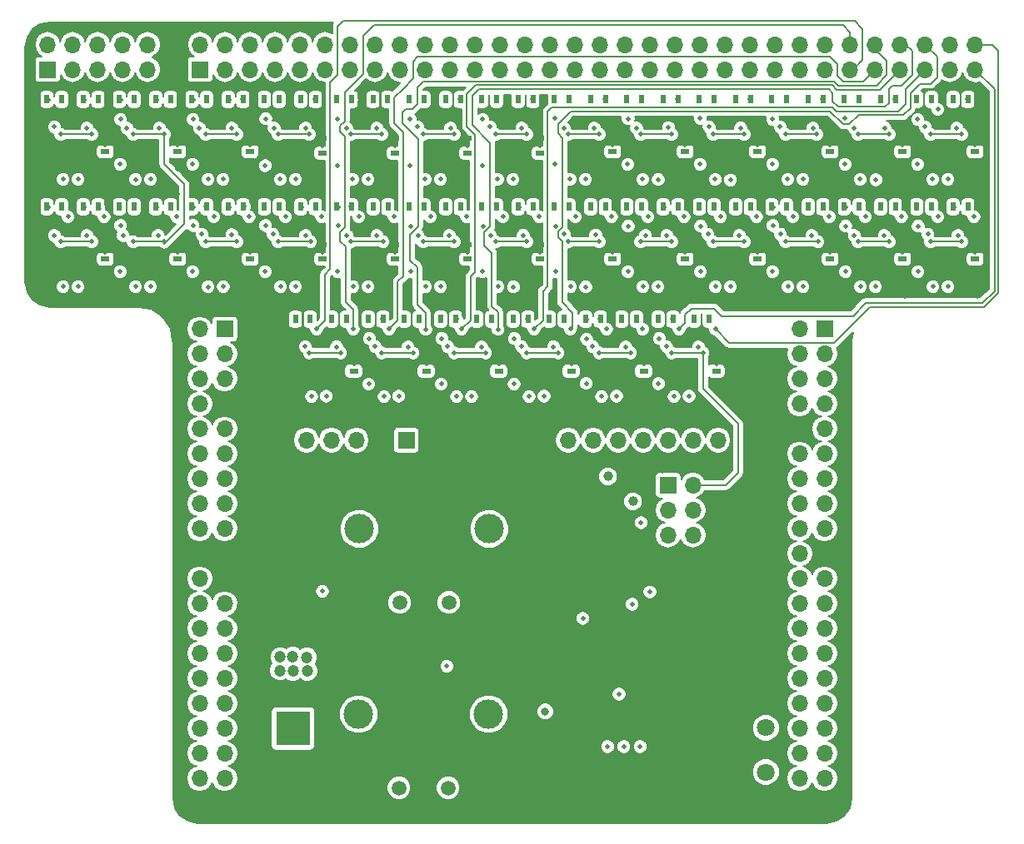
<source format=gbr>
G04 #@! TF.FileFunction,Copper,L4,Bot,Mixed*
%FSLAX46Y46*%
G04 Gerber Fmt 4.6, Leading zero omitted, Abs format (unit mm)*
G04 Created by KiCad (PCBNEW 4.0.7-e2-6376~58~ubuntu17.04.1) date Wed Dec  6 15:02:30 2017*
%MOMM*%
%LPD*%
G01*
G04 APERTURE LIST*
%ADD10C,0.100000*%
%ADD11C,3.000000*%
%ADD12C,1.500000*%
%ADD13C,0.500000*%
%ADD14C,1.800000*%
%ADD15R,0.900000X0.500000*%
%ADD16R,1.700000X1.700000*%
%ADD17O,1.700000X1.700000*%
%ADD18R,3.500000X3.500000*%
%ADD19C,1.000000*%
%ADD20R,0.500000X0.900000*%
%ADD21C,1.200000*%
%ADD22C,0.800000*%
%ADD23C,0.200000*%
G04 APERTURE END LIST*
D10*
D11*
X34465000Y-52053000D03*
D12*
X43565000Y-59553000D03*
X38565000Y-59553000D03*
X41065000Y-59553000D03*
D11*
X47665000Y-52053000D03*
D13*
X26917200Y-56632000D03*
X21075200Y-56632000D03*
X36315200Y-56632000D03*
X38347200Y-56632000D03*
X40379200Y-56632000D03*
X34537200Y-56632000D03*
X32759200Y-56632000D03*
X28695200Y-56632000D03*
X19297200Y-81016000D03*
X21329200Y-81016000D03*
X23107200Y-81016000D03*
X30727200Y-81016000D03*
X28949200Y-81016000D03*
X26917200Y-81016000D03*
X24885200Y-81016000D03*
X34537200Y-81016000D03*
X32505200Y-81016000D03*
X62985200Y-81016000D03*
X65017200Y-81016000D03*
X67049200Y-81016000D03*
X68827200Y-81016000D03*
X76447200Y-81016000D03*
X74669200Y-81016000D03*
X72637200Y-81016000D03*
X70605200Y-81016000D03*
X55365200Y-81016000D03*
X57397200Y-81016000D03*
X59429200Y-81016000D03*
X61207200Y-81016000D03*
X53587200Y-81016000D03*
X51809200Y-81016000D03*
X49777200Y-81016000D03*
X82289200Y-81016000D03*
X80257200Y-81016000D03*
X78225200Y-81016000D03*
X44189200Y-56632000D03*
X45967200Y-56632000D03*
X65017200Y-56632000D03*
X67049200Y-56632000D03*
X68827200Y-56632000D03*
X76447200Y-56632000D03*
X74669200Y-56632000D03*
X72637200Y-56632000D03*
X70605200Y-56632000D03*
X57397200Y-56632000D03*
X59429200Y-56632000D03*
X61207200Y-56632000D03*
X53587200Y-56632000D03*
X51809200Y-56632000D03*
X49777200Y-56632000D03*
X47745200Y-56632000D03*
X57651200Y-46218000D03*
X63493200Y-46218000D03*
X65271200Y-46218000D03*
X76701200Y-46345000D03*
X42411200Y-46218000D03*
X44443200Y-46218000D03*
X46475200Y-46218000D03*
X48253200Y-46218000D03*
X54095200Y-46218000D03*
X52063200Y-46218000D03*
X50031200Y-46218000D03*
X34791200Y-46218000D03*
X36823200Y-46218000D03*
X40633200Y-46218000D03*
X33013200Y-46218000D03*
X29203200Y-46218000D03*
X27171200Y-46218000D03*
X67811200Y-27168000D03*
X67811200Y-28946000D03*
X60191200Y-26914000D03*
X60191200Y-28946000D03*
X52317200Y-28946000D03*
X37585200Y-28946000D03*
X44951200Y-28946000D03*
X30219200Y-28946000D03*
X23615200Y-28946000D03*
X23615200Y-26914000D03*
X16249200Y-28946000D03*
X16249200Y-26914000D03*
X8629200Y-28946000D03*
X8629200Y-26914000D03*
X50920200Y-64379000D03*
X66287200Y-73650000D03*
X66287200Y-74666000D03*
X66287200Y-75682000D03*
X66287200Y-69586000D03*
X66287200Y-68570000D03*
X66287200Y-65522000D03*
X66287200Y-67554000D03*
X66287200Y-66538000D03*
D14*
X75781000Y-72299000D03*
X75781000Y-76799000D03*
X69281000Y-72299000D03*
X69281000Y-76799000D03*
D13*
X51936200Y-76063000D03*
X52952200Y-76063000D03*
X50920200Y-76063000D03*
X53968200Y-76063000D03*
X61080200Y-76063000D03*
X62096200Y-76063000D03*
X60064200Y-76063000D03*
X59048200Y-76063000D03*
X63112200Y-76063000D03*
X64128200Y-76063000D03*
X64128200Y-64379000D03*
X65144200Y-64379000D03*
X63112200Y-64379000D03*
X66160200Y-64379000D03*
X58032200Y-64379000D03*
X59048200Y-64379000D03*
X57016200Y-64379000D03*
X60064200Y-64379000D03*
X62096200Y-64379000D03*
X61080200Y-64379000D03*
X54984200Y-64379000D03*
X56000200Y-64379000D03*
X53968200Y-64379000D03*
X52952200Y-64379000D03*
X51936200Y-64379000D03*
X51047200Y-65522000D03*
X51047200Y-66538000D03*
X51047200Y-69586000D03*
X51047200Y-74666000D03*
X51047200Y-73650000D03*
X51047200Y-70602000D03*
X51047200Y-72634000D03*
X51047200Y-71618000D03*
X74923200Y-26406000D03*
X74923200Y-28692000D03*
X82289200Y-26406000D03*
X82289200Y-28692000D03*
X89909200Y-28438000D03*
X89909200Y-26406000D03*
X97275200Y-28438000D03*
X97275200Y-26406000D03*
X97275200Y-15992000D03*
X97275200Y-17770000D03*
X65271200Y-13477400D03*
X57879800Y-13477400D03*
X89909200Y-15992000D03*
X89909200Y-17770000D03*
X82543200Y-15992000D03*
X82543200Y-17770000D03*
X75177200Y-15992000D03*
X75177200Y-17770000D03*
X67557200Y-16754000D03*
X67557200Y-17770000D03*
X59937200Y-18024000D03*
X59937200Y-16500000D03*
X52825200Y-15992000D03*
X52825200Y-18024000D03*
X45459200Y-15992000D03*
X45459200Y-18024000D03*
X38093200Y-15992000D03*
X38093200Y-18024000D03*
X30727200Y-15992000D03*
X30727200Y-18024000D03*
X23615200Y-15992000D03*
X23615200Y-18024000D03*
X15995200Y-15484000D03*
X15995200Y-18024000D03*
X8629200Y-15992000D03*
X8629200Y-17770000D03*
X7359200Y-17770000D03*
D15*
X8650000Y-13704000D03*
X8650000Y-12204000D03*
X8650000Y-24626000D03*
X8650000Y-23126000D03*
X16016000Y-13704000D03*
X16016000Y-12204000D03*
X16016000Y-24626000D03*
X16016000Y-23126000D03*
X23361200Y-13694000D03*
X23361200Y-12194000D03*
X23382000Y-24626000D03*
X23382000Y-23126000D03*
X30748000Y-13831000D03*
X30748000Y-12331000D03*
X30748000Y-24626000D03*
X30748000Y-23126000D03*
X38114000Y-13831000D03*
X38114000Y-12331000D03*
X38114000Y-24626000D03*
X38114000Y-23126000D03*
X45480000Y-13831000D03*
X45480000Y-12331000D03*
X45480000Y-24626000D03*
X45480000Y-23126000D03*
X52846000Y-13831000D03*
X52846000Y-12331000D03*
X52846000Y-24626000D03*
X52846000Y-23126000D03*
X60212000Y-13704000D03*
X60212000Y-12204000D03*
X60212000Y-24626000D03*
X60212000Y-23126000D03*
X70727600Y-36005200D03*
X70727600Y-34505200D03*
X63361600Y-36005200D03*
X63361600Y-34505200D03*
X55995600Y-36005200D03*
X55995600Y-34505200D03*
X48629600Y-36005200D03*
X48629600Y-34505200D03*
X41263600Y-36005200D03*
X41263600Y-34505200D03*
X33897600Y-36005200D03*
X33897600Y-34505200D03*
X97042000Y-24626000D03*
X97042000Y-23126000D03*
X97042000Y-13704000D03*
X97042000Y-12204000D03*
X89676000Y-24626000D03*
X89676000Y-23126000D03*
X89676000Y-13704000D03*
X89676000Y-12204000D03*
X82310000Y-24626000D03*
X82310000Y-23126000D03*
X82310000Y-13704000D03*
X82310000Y-12204000D03*
X74944000Y-24626000D03*
X74944000Y-23126000D03*
X74923200Y-13694000D03*
X74923200Y-12194000D03*
X67578000Y-24626000D03*
X67578000Y-23126000D03*
X67578000Y-13704000D03*
X67578000Y-12204000D03*
D16*
X18302000Y-5334000D03*
D17*
X18302000Y-2794000D03*
X20842000Y-5334000D03*
X20842000Y-2794000D03*
X23382000Y-5334000D03*
X23382000Y-2794000D03*
X25922000Y-5334000D03*
X25922000Y-2794000D03*
X28462000Y-5334000D03*
X28462000Y-2794000D03*
X31002000Y-5334000D03*
X31002000Y-2794000D03*
X33542000Y-5334000D03*
X33542000Y-2794000D03*
X36082000Y-5334000D03*
X36082000Y-2794000D03*
X38622000Y-5334000D03*
X38622000Y-2794000D03*
X41162000Y-5334000D03*
X41162000Y-2794000D03*
X43702000Y-5334000D03*
X43702000Y-2794000D03*
X46242000Y-5334000D03*
X46242000Y-2794000D03*
X48782000Y-5334000D03*
X48782000Y-2794000D03*
X51322000Y-5334000D03*
X51322000Y-2794000D03*
X53862000Y-5334000D03*
X53862000Y-2794000D03*
X56402000Y-5334000D03*
X56402000Y-2794000D03*
X58942000Y-5334000D03*
X58942000Y-2794000D03*
X61482000Y-5334000D03*
X61482000Y-2794000D03*
X64022000Y-5334000D03*
X64022000Y-2794000D03*
X66562000Y-5334000D03*
X66562000Y-2794000D03*
X69102000Y-5334000D03*
X69102000Y-2794000D03*
X71642000Y-5334000D03*
X71642000Y-2794000D03*
X74182000Y-5334000D03*
X74182000Y-2794000D03*
X76722000Y-5334000D03*
X76722000Y-2794000D03*
X79262000Y-5334000D03*
X79262000Y-2794000D03*
X81802000Y-5334000D03*
X81802000Y-2794000D03*
X84342000Y-5334000D03*
X84342000Y-2794000D03*
X86882000Y-5334000D03*
X86882000Y-2794000D03*
X89422000Y-5334000D03*
X89422000Y-2794000D03*
X91962000Y-5334000D03*
X91962000Y-2794000D03*
X94502000Y-5334000D03*
X94502000Y-2794000D03*
X97042000Y-5334000D03*
X97042000Y-2794000D03*
D16*
X65830000Y-47615000D03*
D17*
X68370000Y-47615000D03*
X65830000Y-50155000D03*
X68370000Y-50155000D03*
X65830000Y-52695000D03*
X68370000Y-52695000D03*
D16*
X39236200Y-43043000D03*
D17*
X36696200Y-43043000D03*
X34156200Y-43043000D03*
X31616200Y-43043000D03*
X29076200Y-43043000D03*
D16*
X2808000Y-5334000D03*
D17*
X2808000Y-2794000D03*
X5348000Y-5334000D03*
X5348000Y-2794000D03*
X7888000Y-5334000D03*
X7888000Y-2794000D03*
X10428000Y-5334000D03*
X10428000Y-2794000D03*
X12968000Y-5334000D03*
X12968000Y-2794000D03*
D16*
X20790000Y-31740000D03*
D17*
X18250000Y-31740000D03*
X20790000Y-34280000D03*
X18250000Y-34280000D03*
X20790000Y-36820000D03*
X18250000Y-36820000D03*
X20790000Y-39360000D03*
X18250000Y-39360000D03*
X20790000Y-41900000D03*
X18250000Y-41900000D03*
X20790000Y-44440000D03*
X18250000Y-44440000D03*
X20790000Y-46980000D03*
X18250000Y-46980000D03*
X20790000Y-49520000D03*
X18250000Y-49520000D03*
X20790000Y-52060000D03*
X18250000Y-52060000D03*
X20790000Y-54600000D03*
X18250000Y-54600000D03*
X20790000Y-57140000D03*
X18250000Y-57140000D03*
X20790000Y-59680000D03*
X18250000Y-59680000D03*
X20790000Y-62220000D03*
X18250000Y-62220000D03*
X20790000Y-64760000D03*
X18250000Y-64760000D03*
X20790000Y-67300000D03*
X18250000Y-67300000D03*
X20790000Y-69840000D03*
X18250000Y-69840000D03*
X20790000Y-72380000D03*
X18250000Y-72380000D03*
X20790000Y-74920000D03*
X18250000Y-74920000D03*
X20790000Y-77460000D03*
X18250000Y-77460000D03*
D16*
X81750000Y-31740000D03*
D17*
X79210000Y-31740000D03*
X81750000Y-34280000D03*
X79210000Y-34280000D03*
X81750000Y-36820000D03*
X79210000Y-36820000D03*
X81750000Y-39360000D03*
X79210000Y-39360000D03*
X81750000Y-41900000D03*
X79210000Y-41900000D03*
X81750000Y-44440000D03*
X79210000Y-44440000D03*
X81750000Y-46980000D03*
X79210000Y-46980000D03*
X81750000Y-49520000D03*
X79210000Y-49520000D03*
X81750000Y-52060000D03*
X79210000Y-52060000D03*
X81750000Y-54600000D03*
X79210000Y-54600000D03*
X81750000Y-57140000D03*
X79210000Y-57140000D03*
X81750000Y-59680000D03*
X79210000Y-59680000D03*
X81750000Y-62220000D03*
X79210000Y-62220000D03*
X81750000Y-64760000D03*
X79210000Y-64760000D03*
X81750000Y-67300000D03*
X79210000Y-67300000D03*
X81750000Y-69840000D03*
X79210000Y-69840000D03*
X81750000Y-72380000D03*
X79210000Y-72380000D03*
X81750000Y-74920000D03*
X79210000Y-74920000D03*
X81750000Y-77460000D03*
X79210000Y-77460000D03*
D11*
X34400000Y-70900000D03*
D12*
X43500000Y-78400000D03*
X38500000Y-78400000D03*
X41000000Y-78400000D03*
D11*
X47600000Y-70900000D03*
D16*
X53130000Y-43043000D03*
D17*
X55670000Y-43043000D03*
X58210000Y-43043000D03*
X60750000Y-43043000D03*
X63290000Y-43043000D03*
X65830000Y-43043000D03*
X68370000Y-43043000D03*
X70910000Y-43043000D03*
D18*
X27730000Y-72380000D03*
X27730000Y-78380000D03*
X32430000Y-75380000D03*
D19*
X62274000Y-49266000D03*
X57194000Y-49266000D03*
X59734000Y-46726000D03*
D20*
X6406000Y-8372000D03*
X7906000Y-8372000D03*
X4223000Y-8372000D03*
X2723000Y-8372000D03*
X6406000Y-19294000D03*
X7906000Y-19294000D03*
X4223000Y-19294000D03*
X2723000Y-19294000D03*
X13772000Y-8372000D03*
X15272000Y-8372000D03*
X11589000Y-8372000D03*
X10089000Y-8372000D03*
X13772000Y-19294000D03*
X15272000Y-19294000D03*
X11589000Y-19294000D03*
X10089000Y-19294000D03*
X21138000Y-8372000D03*
X22638000Y-8372000D03*
X18955000Y-8372000D03*
X17455000Y-8372000D03*
X21138000Y-19294000D03*
X22638000Y-19294000D03*
X18955000Y-19294000D03*
X17455000Y-19294000D03*
X28504000Y-8372000D03*
X30004000Y-8372000D03*
X26321000Y-8372000D03*
X24821000Y-8372000D03*
X28504000Y-19294000D03*
X30004000Y-19294000D03*
X26321000Y-19294000D03*
X24821000Y-19294000D03*
X35844600Y-8372000D03*
X37344600Y-8372000D03*
X33661600Y-8372000D03*
X32161600Y-8372000D03*
X35870000Y-19294000D03*
X37370000Y-19294000D03*
X33687000Y-19294000D03*
X32187000Y-19294000D03*
X43236000Y-8372000D03*
X44736000Y-8372000D03*
X41053000Y-8372000D03*
X39553000Y-8372000D03*
X43236000Y-19294000D03*
X44736000Y-19294000D03*
X41053000Y-19294000D03*
X39553000Y-19294000D03*
X50602000Y-8372000D03*
X52102000Y-8372000D03*
X48419000Y-8372000D03*
X46919000Y-8372000D03*
X50602000Y-19294000D03*
X52102000Y-19294000D03*
X48419000Y-19294000D03*
X46919000Y-19294000D03*
X57968000Y-8372000D03*
X59468000Y-8372000D03*
X55785000Y-8372000D03*
X54285000Y-8372000D03*
X57968000Y-19294000D03*
X59468000Y-19294000D03*
X55785000Y-19294000D03*
X54285000Y-19294000D03*
X68509000Y-30724000D03*
X70009000Y-30724000D03*
X66326000Y-30724000D03*
X64826000Y-30724000D03*
X61143000Y-30724000D03*
X62643000Y-30724000D03*
X58960000Y-30724000D03*
X57460000Y-30724000D03*
X53777000Y-30724000D03*
X55277000Y-30724000D03*
X51594000Y-30724000D03*
X50094000Y-30724000D03*
X46411000Y-30724000D03*
X47911000Y-30724000D03*
X44228000Y-30724000D03*
X42728000Y-30724000D03*
X39045000Y-30724000D03*
X40545000Y-30724000D03*
X36862000Y-30724000D03*
X35362000Y-30724000D03*
X31653600Y-30724000D03*
X33153600Y-30724000D03*
X29470600Y-30724000D03*
X27970600Y-30724000D03*
X94798000Y-19294000D03*
X96298000Y-19294000D03*
X92615000Y-19294000D03*
X91115000Y-19294000D03*
X94798000Y-8372000D03*
X96298000Y-8372000D03*
X92615000Y-8372000D03*
X91115000Y-8372000D03*
X87432000Y-19294000D03*
X88932000Y-19294000D03*
X85249000Y-19294000D03*
X83749000Y-19294000D03*
X87432000Y-8372000D03*
X88932000Y-8372000D03*
X85249000Y-8372000D03*
X83749000Y-8372000D03*
X80066000Y-19294000D03*
X81566000Y-19294000D03*
X77883000Y-19294000D03*
X76383000Y-19294000D03*
X80066000Y-8372000D03*
X81566000Y-8372000D03*
X77883000Y-8372000D03*
X76383000Y-8372000D03*
X72700000Y-19294000D03*
X74200000Y-19294000D03*
X70517000Y-19294000D03*
X69017000Y-19294000D03*
X72700000Y-8372000D03*
X74200000Y-8372000D03*
X70517000Y-8372000D03*
X69017000Y-8372000D03*
X65334000Y-19294000D03*
X66834000Y-19294000D03*
X63151000Y-19294000D03*
X61651000Y-19294000D03*
X65334000Y-8372000D03*
X66834000Y-8372000D03*
X63151000Y-8372000D03*
X61651000Y-8372000D03*
D13*
X2787200Y-17770000D03*
X61540000Y-70950000D03*
X61540000Y-71850000D03*
X60212000Y-12966000D03*
X52846000Y-13093000D03*
X35643000Y-23934000D03*
X94571000Y-23934000D03*
X87205000Y-23934000D03*
X79839000Y-23934000D03*
X72473000Y-23934000D03*
X65107000Y-23934000D03*
X57741000Y-23934000D03*
X50375000Y-23934000D03*
X43009000Y-23934000D03*
X28277000Y-23934000D03*
X20011000Y-23934000D03*
X13545000Y-23934000D03*
X68256600Y-35313200D03*
X60890600Y-35313200D03*
X53524600Y-35313200D03*
X31413000Y-35296000D03*
X38792600Y-35313200D03*
X46158600Y-35313200D03*
X5279000Y-23934000D03*
X94571000Y-13012000D03*
X87205000Y-13912000D03*
X79839000Y-13912000D03*
X72473000Y-13912000D03*
X50375000Y-14039000D03*
X43009000Y-14039000D03*
X35643000Y-14039000D03*
X28277000Y-14039000D03*
X20911000Y-13912000D03*
X13545000Y-13012000D03*
X6179000Y-13012000D03*
X88359800Y-15585600D03*
X91230000Y-18012000D03*
X95802000Y-18012000D03*
X60640000Y-71850000D03*
X60640000Y-70950000D03*
X97042000Y-12966000D03*
X89676000Y-12966000D03*
X82310000Y-12966000D03*
X74923200Y-12956000D03*
X67578000Y-12966000D03*
X45480000Y-13093000D03*
X38114000Y-13093000D03*
X30748000Y-13093000D03*
X23361200Y-12956000D03*
X16016000Y-12966000D03*
X8650000Y-12966000D03*
X97042000Y-23888000D03*
X89676000Y-23888000D03*
X82310000Y-23888000D03*
X74944000Y-23888000D03*
X67578000Y-23888000D03*
X60212000Y-23888000D03*
X52846000Y-23888000D03*
X45480000Y-23888000D03*
X38114000Y-23888000D03*
X30748000Y-23888000D03*
X23382000Y-23888000D03*
X16016000Y-23888000D03*
X8650000Y-23888000D03*
X70727600Y-35267200D03*
X63361600Y-35267200D03*
X55995600Y-35267200D03*
X48629600Y-35267200D03*
X41263600Y-35267200D03*
X33897600Y-35267200D03*
X32627600Y-40069200D03*
X28055600Y-40069200D03*
X39993600Y-40069200D03*
X35421600Y-40069200D03*
X47359600Y-40069200D03*
X42787600Y-40069200D03*
X54725600Y-40069200D03*
X50153600Y-40069200D03*
X69457600Y-40069200D03*
X64885600Y-40069200D03*
X57519600Y-40069200D03*
X62091600Y-40069200D03*
X17540000Y-13474000D03*
X2808000Y-28944000D03*
X2808000Y-24396000D03*
X10174000Y-24396000D03*
X10174000Y-13474000D03*
X2808000Y-13474000D03*
D21*
X27711400Y-65074800D03*
X26441400Y-65100200D03*
X29133800Y-65125600D03*
X26416000Y-66471800D03*
X29184600Y-66497200D03*
X27730000Y-66485000D03*
D13*
X60191200Y-24628000D03*
X67557200Y-24628000D03*
X60851600Y-68874800D03*
X15995200Y-24628000D03*
X59693000Y-74206000D03*
X61344000Y-74206000D03*
X62995000Y-74206000D03*
X63264600Y-36007200D03*
X70783000Y-36058000D03*
X55924000Y-36058000D03*
X48558000Y-36058000D03*
X41192000Y-36058000D03*
X33826000Y-36058000D03*
X97046600Y-24628000D03*
X89706000Y-24628000D03*
X82340000Y-24628000D03*
X97072000Y-13706000D03*
X89579000Y-13706000D03*
X82340000Y-13706000D03*
X74923200Y-13706000D03*
X74974000Y-24628000D03*
X67608000Y-13706000D03*
X60242000Y-13706000D03*
X52749000Y-24628000D03*
X52876000Y-13833000D03*
X23361200Y-13694000D03*
X45480000Y-13831000D03*
X38114000Y-13831000D03*
X30748000Y-13831000D03*
X45480000Y-24626000D03*
X38114000Y-24626000D03*
X30748000Y-24626000D03*
X23382000Y-24626000D03*
X16046000Y-13706000D03*
X8553000Y-24628000D03*
X8680000Y-13706000D03*
D22*
X53362000Y-70638000D03*
D13*
X43351000Y-66030000D03*
X8537000Y-20310000D03*
X4854000Y-20310000D03*
X15903000Y-20310000D03*
X23269000Y-20310000D03*
X19678200Y-20310000D03*
X30635000Y-20310000D03*
X26952000Y-20310000D03*
X38001000Y-20310000D03*
X34410200Y-20310000D03*
X45367000Y-20310000D03*
X41684000Y-20310000D03*
X52733000Y-20310000D03*
X49050000Y-20310000D03*
X60099000Y-20310000D03*
X56416000Y-20310000D03*
X63782000Y-20310000D03*
X67455600Y-20310000D03*
X71164000Y-20310000D03*
X74831000Y-20310000D03*
X78514000Y-20310000D03*
X82213000Y-20310000D03*
X85880000Y-20310000D03*
X89563000Y-20310000D03*
X93246000Y-9388000D03*
X93246000Y-20310000D03*
X96929000Y-20310000D03*
X30127000Y-31740000D03*
X33851400Y-31740000D03*
X37493000Y-31740000D03*
X41217400Y-31765400D03*
X44859000Y-31740000D03*
X48558000Y-31765400D03*
X52225000Y-31740000D03*
X55908000Y-31740000D03*
X59591000Y-31740000D03*
X63264600Y-31740000D03*
X66957000Y-31740000D03*
X97042000Y-5334000D03*
X70640000Y-31740000D03*
X69386000Y-34153000D03*
X66211000Y-34153000D03*
X62020000Y-34153000D03*
X58845000Y-34153000D03*
X54654000Y-34153000D03*
X51479000Y-34153000D03*
X47288000Y-34153000D03*
X44113000Y-34153000D03*
X39922000Y-34153000D03*
X36747000Y-34153000D03*
X95675000Y-11928000D03*
X92500000Y-11928000D03*
X88309000Y-11928000D03*
X85134000Y-11928000D03*
X80943000Y-11928000D03*
X77768000Y-11928000D03*
X73577000Y-11928000D03*
X70402000Y-11928000D03*
X66211000Y-11928000D03*
X63036000Y-11928000D03*
X58845000Y-11928000D03*
X55670000Y-11928000D03*
X51479000Y-11928000D03*
X48304000Y-11928000D03*
X44113000Y-11928000D03*
X40938000Y-11928000D03*
X36747000Y-11928000D03*
X33572000Y-11928000D03*
X29381000Y-11928000D03*
X26206000Y-11928000D03*
X22015000Y-11928000D03*
X18840000Y-11928000D03*
X14649000Y-11928000D03*
X11474000Y-11928000D03*
X7283000Y-11928000D03*
X4108000Y-11928000D03*
X95675000Y-22850000D03*
X92500000Y-22850000D03*
X88309000Y-22850000D03*
X85134000Y-22850000D03*
X81070000Y-22850000D03*
X77768000Y-22850000D03*
X73577000Y-22850000D03*
X70402000Y-22850000D03*
X66211000Y-22850000D03*
X63036000Y-22850000D03*
X58845000Y-22850000D03*
X55670000Y-22850000D03*
X51479000Y-22850000D03*
X48304000Y-22850000D03*
X44113000Y-22850000D03*
X40938000Y-22850000D03*
X36874000Y-22850000D03*
X33572000Y-22850000D03*
X29508000Y-22850000D03*
X26206000Y-22850000D03*
X22015000Y-22850000D03*
X18840000Y-22850000D03*
X14649000Y-22850000D03*
X11474000Y-22850000D03*
X4108000Y-22850000D03*
X7283000Y-22850000D03*
X29381000Y-34153000D03*
X32556000Y-34153000D03*
X63988500Y-58473500D03*
X62197800Y-59730800D03*
X63099500Y-51425000D03*
X30714500Y-58410000D03*
X57181300Y-61165900D03*
X6537000Y-8438000D03*
X2854000Y-8438000D03*
X6537000Y-19360000D03*
X2854000Y-19360000D03*
X13903000Y-8438000D03*
X10220000Y-8438000D03*
X10174000Y-14974000D03*
X10204000Y-10404000D03*
X13903000Y-19360000D03*
X10089000Y-19294000D03*
X10174000Y-25896000D03*
X10204000Y-21199000D03*
X21269000Y-8438000D03*
X17586000Y-8438000D03*
X17540000Y-14974000D03*
X17570000Y-10404000D03*
X21269000Y-19360000D03*
X17586000Y-19360000D03*
X17540000Y-25896000D03*
X17570000Y-21199000D03*
X28504000Y-8372000D03*
X24821000Y-8372000D03*
X24952000Y-10338000D03*
X24910600Y-15103000D03*
X28635000Y-19360000D03*
X24821000Y-19294000D03*
X24906000Y-25896000D03*
X24936000Y-21199000D03*
X35844600Y-8372000D03*
X32161600Y-8372000D03*
X32272000Y-15101000D03*
X32276600Y-10404000D03*
X35870000Y-19294000D03*
X32318000Y-19360000D03*
X32272000Y-25896000D03*
X32302000Y-21199000D03*
X43236000Y-8372000D03*
X39553000Y-8372000D03*
X39638000Y-15101000D03*
X39642600Y-10404000D03*
X43236000Y-19294000D03*
X39553000Y-19294000D03*
X39684000Y-21260000D03*
X39668000Y-25898000D03*
X50602000Y-8372000D03*
X46919000Y-8372000D03*
X47004000Y-15101000D03*
X47008600Y-10404000D03*
X5886000Y-16500000D03*
X6775000Y-11293000D03*
X4362000Y-16500000D03*
X3473000Y-11166000D03*
X5886000Y-27422000D03*
X6775000Y-22215000D03*
X4362000Y-27422000D03*
X3473000Y-22215000D03*
X13252000Y-16500000D03*
X14141000Y-11293000D03*
X11728000Y-16512000D03*
X10839000Y-11293000D03*
X13252000Y-27422000D03*
X14014000Y-22215000D03*
X10458000Y-22215000D03*
X11728000Y-27422000D03*
X20618000Y-16500000D03*
X21507000Y-11293000D03*
X18205000Y-11293000D03*
X19094000Y-16500000D03*
X20643400Y-27422000D03*
X21507000Y-22138800D03*
X19094000Y-27434000D03*
X18459000Y-22088000D03*
X27984000Y-16500000D03*
X29000000Y-11293000D03*
X26434600Y-16500000D03*
X25799600Y-11293000D03*
X29000000Y-22215000D03*
X27984000Y-27422000D03*
X25698000Y-22088000D03*
X26460000Y-27422000D03*
X35350000Y-16500000D03*
X36239000Y-11293000D03*
X33800600Y-16500000D03*
X33165600Y-11293000D03*
X35350000Y-27422000D03*
X36239000Y-22215000D03*
X33191000Y-22215000D03*
X33826000Y-27422000D03*
X42716000Y-16500000D03*
X43732000Y-11293000D03*
X41166600Y-16500000D03*
X40404600Y-11166000D03*
X42716000Y-27422000D03*
X43605000Y-22215000D03*
X40430000Y-22215000D03*
X41192000Y-27422000D03*
X50082000Y-16500000D03*
X50971000Y-11293000D03*
X48532600Y-16500000D03*
X47770600Y-11166000D03*
X50132800Y-27447400D03*
X51123400Y-22189600D03*
X48558000Y-27422000D03*
X47796000Y-22215000D03*
X58337000Y-11293000D03*
X57448000Y-16500000D03*
X55898600Y-16500000D03*
X55263600Y-11293000D03*
X58489400Y-22164200D03*
X57473400Y-27447400D03*
X55924000Y-27422000D03*
X55289000Y-22088000D03*
X68928800Y-33568800D03*
X67963600Y-38572600D03*
X66439600Y-38598000D03*
X65677600Y-33518000D03*
X61537400Y-33568800D03*
X60597600Y-38572600D03*
X59073600Y-38598000D03*
X58184600Y-33518000D03*
X54196800Y-33543400D03*
X53231600Y-38572600D03*
X51707600Y-38598000D03*
X50945600Y-33518000D03*
X46881600Y-33568800D03*
X45865600Y-38598000D03*
X44341600Y-38598000D03*
X43452600Y-33518000D03*
X38474200Y-38572600D03*
X39414000Y-33568800D03*
X36086600Y-33518000D03*
X36975600Y-38598000D03*
X32149600Y-33543400D03*
X31108200Y-38572600D03*
X29609600Y-38598000D03*
X28974600Y-33518000D03*
X95294000Y-22215000D03*
X94278000Y-27422000D03*
X92246000Y-22088000D03*
X92754000Y-27422000D03*
X94278000Y-16500000D03*
X95167000Y-11293000D03*
X91966600Y-11166000D03*
X92728600Y-16500000D03*
X86912000Y-27422000D03*
X87801000Y-22215000D03*
X84753000Y-22215000D03*
X85388000Y-27422000D03*
X86962800Y-16550800D03*
X87877200Y-11267600D03*
X85362600Y-16500000D03*
X84727600Y-11293000D03*
X79546000Y-27422000D03*
X80435000Y-22215000D03*
X77260000Y-22088000D03*
X78022000Y-27422000D03*
X80562000Y-11293000D03*
X79546000Y-16500000D03*
X77996600Y-16500000D03*
X77234600Y-11166000D03*
X72180000Y-27422000D03*
X73069000Y-22215000D03*
X70656000Y-27422000D03*
X69894000Y-22088000D03*
X73221400Y-11267600D03*
X72180000Y-16576200D03*
X70630600Y-16500000D03*
X69995600Y-11166000D03*
X64814000Y-27422000D03*
X65703000Y-22215000D03*
X63544000Y-22215000D03*
X63290000Y-27422000D03*
X65880800Y-11242200D03*
X64839400Y-16525400D03*
X62629600Y-11293000D03*
X63264600Y-16500000D03*
X50733000Y-19360000D03*
X46919000Y-19294000D03*
X47050000Y-21260000D03*
X47008600Y-25898000D03*
X57968000Y-8372000D03*
X54285000Y-8372000D03*
X54370000Y-14974000D03*
X54374600Y-10277000D03*
X57968000Y-19294000D03*
X54285000Y-19294000D03*
X54416000Y-21260000D03*
X54400000Y-25898000D03*
X65334000Y-8372000D03*
X61651000Y-8372000D03*
X65465000Y-19360000D03*
X61651000Y-19294000D03*
X72700000Y-8372000D03*
X69017000Y-8372000D03*
X72700000Y-19294000D03*
X69017000Y-19294000D03*
X80066000Y-8372000D03*
X76383000Y-8372000D03*
X80066000Y-19294000D03*
X76514000Y-19360000D03*
X87432000Y-8372000D03*
X83749000Y-8372000D03*
X87432000Y-19294000D03*
X83880000Y-19360000D03*
X94798000Y-8372000D03*
X91115000Y-8372000D03*
X94929000Y-19360000D03*
X91115000Y-19294000D03*
X31653600Y-30724000D03*
X27970600Y-30724000D03*
X39045000Y-30724000D03*
X35362000Y-30724000D03*
X46411000Y-30724000D03*
X42728000Y-30724000D03*
X53777000Y-30724000D03*
X50094000Y-30724000D03*
X61143000Y-30724000D03*
X57591000Y-30790000D03*
X68509000Y-30724000D03*
X64826000Y-30724000D03*
X7918000Y-8372000D03*
X4235000Y-8372000D03*
X7918000Y-19294000D03*
X4235000Y-19294000D03*
X15284000Y-8372000D03*
X11601000Y-8372000D03*
X15284000Y-19294000D03*
X11601000Y-19294000D03*
X22624600Y-8372000D03*
X18967000Y-8372000D03*
X22777000Y-19294000D03*
X18840000Y-19294000D03*
X29990600Y-8372000D03*
X26307600Y-8372000D03*
X30016000Y-19294000D03*
X26333000Y-19294000D03*
X37356600Y-8372000D03*
X33673600Y-8372000D03*
X37382000Y-19294000D03*
X33572000Y-19294000D03*
X44722600Y-8372000D03*
X41039600Y-8372000D03*
X44748000Y-19294000D03*
X41065000Y-19294000D03*
X52088600Y-8372000D03*
X48405600Y-8372000D03*
X52114000Y-19294000D03*
X48431000Y-19294000D03*
X59454600Y-8372000D03*
X55771600Y-8372000D03*
X59480000Y-19294000D03*
X55797000Y-19294000D03*
X69995600Y-30724000D03*
X66312600Y-30724000D03*
X62629600Y-30724000D03*
X58946600Y-30724000D03*
X55263600Y-30724000D03*
X51580600Y-30724000D03*
X47897600Y-30724000D03*
X44341600Y-30724000D03*
X40531600Y-30724000D03*
X36848600Y-30724000D03*
X33165600Y-30724000D03*
X29482600Y-30724000D03*
X96310000Y-19294000D03*
X92627000Y-19294000D03*
X96284600Y-8372000D03*
X92601600Y-8372000D03*
X88944000Y-19294000D03*
X85261000Y-19294000D03*
X88918600Y-8372000D03*
X85235600Y-8372000D03*
X81578000Y-19294000D03*
X77895000Y-19294000D03*
X81552600Y-8372000D03*
X77869600Y-8372000D03*
X74212000Y-19294000D03*
X70529000Y-19294000D03*
X74186600Y-8372000D03*
X70503600Y-8372000D03*
X66846000Y-19294000D03*
X63163000Y-19294000D03*
X66820600Y-8372000D03*
X63137600Y-8372000D03*
X61782000Y-10338000D03*
X61740600Y-14976000D03*
X61782000Y-21260000D03*
X61766000Y-25898000D03*
X69102000Y-14974000D03*
X69106600Y-10277000D03*
X69148000Y-21260000D03*
X69132000Y-25898000D03*
X76468000Y-14974000D03*
X76472600Y-10404000D03*
X76468000Y-25896000D03*
X76498000Y-21199000D03*
X83834000Y-14974000D03*
X83838600Y-10277000D03*
X83880000Y-21260000D03*
X83864000Y-25898000D03*
X91200000Y-14974000D03*
X91204600Y-10404000D03*
X91246000Y-21260000D03*
X91230000Y-25898000D03*
X35493000Y-32690000D03*
X35426200Y-37328000D03*
X42859000Y-32690000D03*
X42792200Y-37328000D03*
X50225000Y-32690000D03*
X50183600Y-37328000D03*
X57519600Y-37275200D03*
X57549600Y-32756000D03*
X64957000Y-32690000D03*
X64864800Y-37302600D03*
D23*
X60191200Y-12944000D02*
X60191200Y-12945200D01*
X60191200Y-12945200D02*
X60212000Y-12966000D01*
X52825200Y-13198000D02*
X52825200Y-13113800D01*
X52825200Y-13113800D02*
X52846000Y-13093000D01*
X35604000Y-23993000D02*
X35604000Y-23973000D01*
X35604000Y-23973000D02*
X35643000Y-23934000D01*
X94582800Y-23942200D02*
X94579200Y-23942200D01*
X94579200Y-23942200D02*
X94571000Y-23934000D01*
X87191400Y-23942200D02*
X87196800Y-23942200D01*
X87196800Y-23942200D02*
X87205000Y-23934000D01*
X79850800Y-23942200D02*
X79847200Y-23942200D01*
X79847200Y-23942200D02*
X79839000Y-23934000D01*
X72332400Y-24018400D02*
X72388600Y-24018400D01*
X72388600Y-24018400D02*
X72473000Y-23934000D01*
X65093400Y-23866000D02*
X65093400Y-23920400D01*
X65093400Y-23920400D02*
X65107000Y-23934000D01*
X57752800Y-23866000D02*
X57752800Y-23922200D01*
X57752800Y-23922200D02*
X57741000Y-23934000D01*
X50412200Y-23891400D02*
X50412200Y-23896800D01*
X50412200Y-23896800D02*
X50375000Y-23934000D01*
X42893800Y-23967600D02*
X42975400Y-23967600D01*
X42975400Y-23967600D02*
X43009000Y-23934000D01*
X28314200Y-23916800D02*
X28294200Y-23916800D01*
X28294200Y-23916800D02*
X28277000Y-23934000D01*
X20084600Y-23993000D02*
X20070000Y-23993000D01*
X20070000Y-23993000D02*
X20011000Y-23934000D01*
X13429800Y-24018400D02*
X13460600Y-24018400D01*
X13460600Y-24018400D02*
X13545000Y-23934000D01*
X68243000Y-35448400D02*
X68243000Y-35326800D01*
X68243000Y-35326800D02*
X68256600Y-35313200D01*
X60851600Y-35296000D02*
X60873400Y-35296000D01*
X60873400Y-35296000D02*
X60890600Y-35313200D01*
X53536400Y-35397600D02*
X53536400Y-35325000D01*
X53536400Y-35325000D02*
X53524600Y-35313200D01*
X38779000Y-35296000D02*
X38779000Y-35326800D01*
X38779000Y-35326800D02*
X38792600Y-35313200D01*
X46195800Y-35270600D02*
X46195800Y-35276000D01*
X46195800Y-35276000D02*
X46158600Y-35313200D01*
X5301800Y-23942200D02*
X5287200Y-23942200D01*
X5287200Y-23942200D02*
X5279000Y-23934000D01*
X94633600Y-13020200D02*
X94579200Y-13020200D01*
X94579200Y-13020200D02*
X94571000Y-13012000D01*
X87216800Y-13909200D02*
X87207800Y-13909200D01*
X87207800Y-13909200D02*
X87205000Y-13912000D01*
X79927000Y-13858400D02*
X79892600Y-13858400D01*
X79892600Y-13858400D02*
X79839000Y-13912000D01*
X72434000Y-13883800D02*
X72444800Y-13883800D01*
X72444800Y-13883800D02*
X72473000Y-13912000D01*
X50361400Y-13985400D02*
X50361400Y-14025400D01*
X50361400Y-14025400D02*
X50375000Y-14039000D01*
X43020800Y-14036200D02*
X43011800Y-14036200D01*
X43011800Y-14036200D02*
X43009000Y-14039000D01*
X35705600Y-14061600D02*
X35665600Y-14061600D01*
X35665600Y-14061600D02*
X35643000Y-14039000D01*
X28365000Y-14163200D02*
X28365000Y-14127000D01*
X28365000Y-14127000D02*
X28277000Y-14039000D01*
X20973600Y-13883800D02*
X20939200Y-13883800D01*
X20939200Y-13883800D02*
X20911000Y-13912000D01*
X13531400Y-12944000D02*
X13531400Y-12998400D01*
X13531400Y-12998400D02*
X13545000Y-13012000D01*
X6140000Y-13045600D02*
X6145400Y-13045600D01*
X6145400Y-13045600D02*
X6179000Y-13012000D01*
X91204600Y-17973200D02*
X91204600Y-17986600D01*
X91204600Y-17986600D02*
X91230000Y-18012000D01*
X95852800Y-18024000D02*
X95814000Y-18024000D01*
X95814000Y-18024000D02*
X95802000Y-18012000D01*
X96945000Y-12944000D02*
X97020000Y-12944000D01*
X97020000Y-12944000D02*
X97042000Y-12966000D01*
X89706000Y-12944000D02*
X89698000Y-12944000D01*
X89698000Y-12944000D02*
X89676000Y-12966000D01*
X82340000Y-12944000D02*
X82332000Y-12944000D01*
X82332000Y-12944000D02*
X82310000Y-12966000D01*
X74974000Y-12944000D02*
X74935200Y-12944000D01*
X74935200Y-12944000D02*
X74923200Y-12956000D01*
X67608000Y-12944000D02*
X67600000Y-12944000D01*
X67600000Y-12944000D02*
X67578000Y-12966000D01*
X45510000Y-13071000D02*
X45502000Y-13071000D01*
X45502000Y-13071000D02*
X45480000Y-13093000D01*
X38144000Y-13198000D02*
X38144000Y-13123000D01*
X38144000Y-13123000D02*
X38114000Y-13093000D01*
X30778000Y-13071000D02*
X30770000Y-13071000D01*
X30770000Y-13071000D02*
X30748000Y-13093000D01*
X23412000Y-12944000D02*
X23373200Y-12944000D01*
X23373200Y-12944000D02*
X23361200Y-12956000D01*
X16046000Y-12944000D02*
X16038000Y-12944000D01*
X16038000Y-12944000D02*
X16016000Y-12966000D01*
X8680000Y-12944000D02*
X8672000Y-12944000D01*
X8672000Y-12944000D02*
X8650000Y-12966000D01*
X97072000Y-23993000D02*
X97072000Y-23918000D01*
X97072000Y-23918000D02*
X97042000Y-23888000D01*
X89706000Y-23866000D02*
X89698000Y-23866000D01*
X89698000Y-23866000D02*
X89676000Y-23888000D01*
X82213000Y-23993000D02*
X82213000Y-23985000D01*
X82213000Y-23985000D02*
X82310000Y-23888000D01*
X74974000Y-23993000D02*
X74974000Y-23918000D01*
X74974000Y-23918000D02*
X74944000Y-23888000D01*
X67735000Y-23866000D02*
X67600000Y-23866000D01*
X67600000Y-23866000D02*
X67578000Y-23888000D01*
X60242000Y-23866000D02*
X60234000Y-23866000D01*
X60234000Y-23866000D02*
X60212000Y-23888000D01*
X52876000Y-23866000D02*
X52868000Y-23866000D01*
X52868000Y-23866000D02*
X52846000Y-23888000D01*
X45637000Y-23866000D02*
X45502000Y-23866000D01*
X45502000Y-23866000D02*
X45480000Y-23888000D01*
X38017000Y-23993000D02*
X38017000Y-23985000D01*
X38017000Y-23985000D02*
X38114000Y-23888000D01*
X30778000Y-23866000D02*
X30770000Y-23866000D01*
X30770000Y-23866000D02*
X30748000Y-23888000D01*
X23285000Y-23993000D02*
X23285000Y-23985000D01*
X23285000Y-23985000D02*
X23382000Y-23888000D01*
X16046000Y-23866000D02*
X16038000Y-23866000D01*
X16038000Y-23866000D02*
X16016000Y-23888000D01*
X8680000Y-23866000D02*
X8672000Y-23866000D01*
X8672000Y-23866000D02*
X8650000Y-23888000D01*
X70656000Y-35296000D02*
X70698800Y-35296000D01*
X70698800Y-35296000D02*
X70727600Y-35267200D01*
X63290000Y-35296000D02*
X63332800Y-35296000D01*
X63332800Y-35296000D02*
X63361600Y-35267200D01*
X55924000Y-35296000D02*
X55966800Y-35296000D01*
X55966800Y-35296000D02*
X55995600Y-35267200D01*
X48685000Y-35296000D02*
X48658400Y-35296000D01*
X48658400Y-35296000D02*
X48629600Y-35267200D01*
X41319000Y-35296000D02*
X41292400Y-35296000D01*
X41292400Y-35296000D02*
X41263600Y-35267200D01*
X33953000Y-35296000D02*
X33926400Y-35296000D01*
X33926400Y-35296000D02*
X33897600Y-35267200D01*
X32556000Y-39995000D02*
X32556000Y-39997600D01*
X32556000Y-39997600D02*
X32627600Y-40069200D01*
X28111000Y-40122000D02*
X28108400Y-40122000D01*
X28108400Y-40122000D02*
X28055600Y-40069200D01*
X39922000Y-40122000D02*
X39940800Y-40122000D01*
X39940800Y-40122000D02*
X39993600Y-40069200D01*
X35350000Y-40122000D02*
X35368800Y-40122000D01*
X35368800Y-40122000D02*
X35421600Y-40069200D01*
X47415000Y-39995000D02*
X47415000Y-40013800D01*
X47415000Y-40013800D02*
X47359600Y-40069200D01*
X42716000Y-39995000D02*
X42716000Y-39997600D01*
X42716000Y-39997600D02*
X42787600Y-40069200D01*
X54781000Y-39995000D02*
X54781000Y-40013800D01*
X54781000Y-40013800D02*
X54725600Y-40069200D01*
X50209000Y-39995000D02*
X50209000Y-40013800D01*
X50209000Y-40013800D02*
X50153600Y-40069200D01*
X69513000Y-40122000D02*
X69510400Y-40122000D01*
X69510400Y-40122000D02*
X69457600Y-40069200D01*
X64941000Y-40122000D02*
X64938400Y-40122000D01*
X64938400Y-40122000D02*
X64885600Y-40069200D01*
X57575000Y-40122000D02*
X57572400Y-40122000D01*
X57572400Y-40122000D02*
X57519600Y-40069200D01*
X62020000Y-40122000D02*
X62038800Y-40122000D01*
X62038800Y-40122000D02*
X62091600Y-40069200D01*
X17562000Y-13452000D02*
X17570000Y-13452000D01*
X17540000Y-13474000D02*
X17562000Y-13452000D01*
X2711000Y-28946000D02*
X2806000Y-28946000D01*
X2806000Y-28946000D02*
X2808000Y-28944000D01*
X2838000Y-24426000D02*
X2838000Y-24501000D01*
X2808000Y-24396000D02*
X2838000Y-24426000D01*
X10196000Y-24374000D02*
X10204000Y-24374000D01*
X10174000Y-24396000D02*
X10196000Y-24374000D01*
X10196000Y-13452000D02*
X10204000Y-13452000D01*
X10174000Y-13474000D02*
X10196000Y-13452000D01*
X60191200Y-24628000D02*
X60193200Y-24626000D01*
X60193200Y-24626000D02*
X60212000Y-24626000D01*
X67557200Y-24628000D02*
X67559200Y-24626000D01*
X67559200Y-24626000D02*
X67578000Y-24626000D01*
X84342000Y-5334000D02*
X84641400Y-5334000D01*
X84641400Y-5334000D02*
X85616600Y-4358800D01*
X85616600Y-4358800D02*
X85616600Y-1209200D01*
X85616600Y-1209200D02*
X84803800Y-396400D01*
X84803800Y-396400D02*
X82060600Y-396400D01*
X30981200Y-30885800D02*
X30127000Y-31740000D01*
X30981200Y-30885800D02*
X30981200Y-26177400D01*
X30981200Y-26177400D02*
X31514600Y-25644000D01*
X31514600Y-25644000D02*
X31514600Y-6619400D01*
X31514600Y-6619400D02*
X32276600Y-5857400D01*
X32276600Y-5857400D02*
X32276600Y-929800D01*
X32276600Y-929800D02*
X32810000Y-396400D01*
X32810000Y-396400D02*
X82060600Y-396400D01*
X32505200Y-11115200D02*
X32505200Y-11064400D01*
X32505200Y-11115200D02*
X32505200Y-11674000D01*
X32505200Y-11674000D02*
X33013200Y-12182000D01*
X33013200Y-12182000D02*
X33013200Y-21402200D01*
X33013200Y-21402200D02*
X32530600Y-21884800D01*
X32530600Y-21884800D02*
X32530600Y-22799200D01*
X32530600Y-22799200D02*
X33064000Y-23332600D01*
X33064000Y-23332600D02*
X33064000Y-28971400D01*
X33064000Y-28971400D02*
X33851400Y-29758800D01*
X33851400Y-29758800D02*
X33851400Y-31740000D01*
X84342000Y-1534800D02*
X84342000Y-2794000D01*
X83635400Y-828200D02*
X84342000Y-1534800D01*
X35959600Y-828200D02*
X83635400Y-828200D01*
X34867400Y-1920400D02*
X35959600Y-828200D01*
X34867400Y-5781200D02*
X34867400Y-1920400D01*
X32987800Y-7660800D02*
X34867400Y-5781200D01*
X32987800Y-10581800D02*
X32987800Y-7660800D01*
X32505200Y-11064400D02*
X32987800Y-10581800D01*
X38906000Y-7279800D02*
X38017000Y-8168800D01*
X37493000Y-31740000D02*
X38372600Y-30860400D01*
X38372600Y-30860400D02*
X38372600Y-26888600D01*
X38372600Y-26888600D02*
X38906000Y-26355200D01*
X38906000Y-7279800D02*
X39947400Y-6238400D01*
X39947400Y-6238400D02*
X39947400Y-4511200D01*
X39947400Y-4511200D02*
X40404600Y-4054000D01*
X40404600Y-4054000D02*
X82263800Y-4054000D01*
X82263800Y-4054000D02*
X83025800Y-4816000D01*
X83025800Y-4816000D02*
X83025800Y-5959000D01*
X83025800Y-5959000D02*
X83610000Y-6543200D01*
X83610000Y-6543200D02*
X85672800Y-6543200D01*
X85672800Y-6543200D02*
X86882000Y-5334000D01*
X38906000Y-11699400D02*
X38906000Y-26355200D01*
X38017000Y-10810400D02*
X38906000Y-11699400D01*
X38017000Y-8168800D02*
X38017000Y-10810400D01*
X86882000Y-2794000D02*
X86882000Y-3262000D01*
X86882000Y-3262000D02*
X88080400Y-4460400D01*
X88080400Y-4460400D02*
X88080400Y-5908200D01*
X88080400Y-5908200D02*
X86988200Y-7000400D01*
X86988200Y-7000400D02*
X83152800Y-7000400D01*
X83152800Y-7000400D02*
X82695600Y-6543200D01*
X82695600Y-6543200D02*
X40938000Y-6543200D01*
X40938000Y-6543200D02*
X40353800Y-7127400D01*
X40353800Y-7127400D02*
X40353800Y-8880000D01*
X40353800Y-8880000D02*
X39871200Y-9362600D01*
X39871200Y-9362600D02*
X39185400Y-9362600D01*
X39185400Y-9362600D02*
X38829800Y-9718200D01*
X38829800Y-9718200D02*
X38829800Y-10785000D01*
X38829800Y-10785000D02*
X40430000Y-12385200D01*
X40430000Y-12385200D02*
X40430000Y-21326000D01*
X40430000Y-21326000D02*
X39642600Y-22113400D01*
X39642600Y-22113400D02*
X39642600Y-24729600D01*
X39642600Y-24729600D02*
X40379200Y-25466200D01*
X40379200Y-25466200D02*
X40379200Y-29225400D01*
X40379200Y-29225400D02*
X41217400Y-30063600D01*
X41217400Y-30063600D02*
X41217400Y-31765400D01*
X46221200Y-25948800D02*
X46221200Y-11953400D01*
X44859000Y-31740000D02*
X45764000Y-30835000D01*
X45764000Y-30835000D02*
X45764000Y-26406000D01*
X45764000Y-26406000D02*
X46221200Y-25948800D01*
X46288398Y-6933202D02*
X82526802Y-6933202D01*
X82526802Y-6933202D02*
X82984002Y-7390402D01*
X82984002Y-7390402D02*
X87365598Y-7390402D01*
X87365598Y-7390402D02*
X89422000Y-5334000D01*
X45408400Y-7813200D02*
X46288398Y-6933202D01*
X45408400Y-8905400D02*
X45408400Y-7813200D01*
X45408400Y-8905400D02*
X45408400Y-8905400D01*
X45408400Y-11140600D02*
X45408400Y-8905400D01*
X46221200Y-11953400D02*
X45408400Y-11140600D01*
X89422000Y-2794000D02*
X89995400Y-2794000D01*
X89995400Y-2794000D02*
X90645800Y-3444400D01*
X47770600Y-18684400D02*
X47770600Y-21326000D01*
X47770600Y-21326000D02*
X47186400Y-21910200D01*
X47186400Y-21910200D02*
X47186400Y-23231000D01*
X47186400Y-23231000D02*
X47948400Y-23993000D01*
X47948400Y-23993000D02*
X47948400Y-29377800D01*
X47948400Y-29377800D02*
X48558000Y-29987400D01*
X48558000Y-29987400D02*
X48558000Y-31765400D01*
X47770600Y-12791600D02*
X47770600Y-18684400D01*
X45941800Y-10962800D02*
X47770600Y-12791600D01*
X45941800Y-8016400D02*
X45941800Y-10962800D01*
X46634996Y-7323204D02*
X45941800Y-8016400D01*
X82154804Y-7323204D02*
X46634996Y-7323204D01*
X82568600Y-7737000D02*
X82154804Y-7323204D01*
X82568600Y-8575200D02*
X82568600Y-7737000D01*
X83127400Y-9134000D02*
X82568600Y-8575200D01*
X87868198Y-9134000D02*
X83127400Y-9134000D01*
X88283600Y-8718598D02*
X87868198Y-9134000D01*
X88283600Y-7330600D02*
X88283600Y-8718598D01*
X88613800Y-7000400D02*
X88283600Y-7330600D01*
X89553600Y-7000400D02*
X88613800Y-7000400D01*
X90645800Y-5908200D02*
X89553600Y-7000400D01*
X90645800Y-3444400D02*
X90645800Y-5908200D01*
X89422000Y-2794000D02*
X89512800Y-2794000D01*
X53612600Y-9946800D02*
X53612600Y-9565800D01*
X89960000Y-7336000D02*
X91962000Y-5334000D01*
X89960000Y-8803800D02*
X89960000Y-7336000D01*
X89198000Y-9565800D02*
X89960000Y-8803800D01*
X82975000Y-9565800D02*
X89198000Y-9565800D01*
X82568600Y-9159400D02*
X82975000Y-9565800D01*
X54019000Y-9159400D02*
X82568600Y-9159400D01*
X53612600Y-9565800D02*
X54019000Y-9159400D01*
X91962000Y-5334000D02*
X91956600Y-5334000D01*
X53612600Y-10708800D02*
X53612600Y-27422000D01*
X53130000Y-27904600D02*
X53612600Y-27422000D01*
X53130000Y-30835000D02*
X53130000Y-27904600D01*
X52225000Y-31740000D02*
X53130000Y-30835000D01*
X53612600Y-10708800D02*
X53612600Y-9946800D01*
X53612600Y-9946800D02*
X53612600Y-9921400D01*
X92017400Y-5389400D02*
X91962000Y-5334000D01*
X93185800Y-4017800D02*
X91962000Y-2794000D01*
X93185800Y-6111400D02*
X93185800Y-4017800D01*
X92525400Y-6771800D02*
X93185800Y-6111400D01*
X91458600Y-6771800D02*
X92525400Y-6771800D01*
X90468000Y-7762400D02*
X91458600Y-6771800D01*
X90468000Y-9261000D02*
X90468000Y-7762400D01*
X89756800Y-9972200D02*
X90468000Y-9261000D01*
X85210200Y-9972200D02*
X89756800Y-9972200D01*
X84270400Y-10912000D02*
X85210200Y-9972200D01*
X83610000Y-10912000D02*
X84270400Y-10912000D01*
X82263800Y-9565800D02*
X83610000Y-10912000D01*
X55974800Y-9565800D02*
X82263800Y-9565800D01*
X54654000Y-10886600D02*
X55974800Y-9565800D01*
X54654000Y-11826400D02*
X54654000Y-10886600D01*
X55136600Y-12309000D02*
X54654000Y-11826400D01*
X55136600Y-21351400D02*
X55136600Y-12309000D01*
X54679400Y-21808600D02*
X55136600Y-21351400D01*
X54679400Y-22392800D02*
X54679400Y-21808600D01*
X55085800Y-22799200D02*
X54679400Y-22392800D01*
X55085800Y-28996800D02*
X55085800Y-22799200D01*
X56152600Y-30063600D02*
X55085800Y-28996800D01*
X56152600Y-31495400D02*
X56152600Y-30063600D01*
X55908000Y-31740000D02*
X56152600Y-31495400D01*
X91962000Y-2794000D02*
X92154400Y-2794000D01*
X93922400Y-5913600D02*
X94502000Y-5334000D01*
X94502000Y-3068000D02*
X94502000Y-2794000D01*
X97042000Y-5334000D02*
X99018798Y-7310798D01*
X99018798Y-27853800D02*
X99018798Y-7310798D01*
X97783200Y-29089398D02*
X99018798Y-27853800D01*
X85930402Y-29089398D02*
X97783200Y-29089398D01*
X84626000Y-30393800D02*
X85930402Y-29089398D01*
X71316400Y-30393800D02*
X84626000Y-30393800D01*
X70554400Y-29631800D02*
X71316400Y-30393800D01*
X68192200Y-29631800D02*
X70554400Y-29631800D01*
X67557200Y-30266800D02*
X68192200Y-29631800D01*
X67557200Y-31139800D02*
X67557200Y-30266800D01*
X67557200Y-31139800D02*
X66957000Y-31740000D01*
X97042000Y-5334000D02*
X97209000Y-5334000D01*
X97042000Y-5334000D02*
X97052000Y-5324000D01*
X97042000Y-2794000D02*
X98783800Y-2794000D01*
X99408800Y-3419000D02*
X98783800Y-2794000D01*
X99408800Y-28031600D02*
X99408800Y-3419000D01*
X97961000Y-29479400D02*
X99408800Y-28031600D01*
X86378600Y-29479400D02*
X97961000Y-29479400D01*
X82721000Y-33137000D02*
X86378600Y-29479400D01*
X72037000Y-33137000D02*
X82721000Y-33137000D01*
X72037000Y-33137000D02*
X70640000Y-31740000D01*
X69386000Y-37836000D02*
X69386000Y-34153000D01*
X72942000Y-41392000D02*
X69386000Y-37836000D01*
X72942000Y-46345000D02*
X72942000Y-41392000D01*
X71672000Y-47615000D02*
X72942000Y-46345000D01*
X67582600Y-34153000D02*
X67798500Y-34153000D01*
X67798500Y-34153000D02*
X69386000Y-34153000D01*
X66211000Y-34153000D02*
X67582600Y-34153000D01*
X58845000Y-34153000D02*
X62020000Y-34153000D01*
X51479000Y-34153000D02*
X54654000Y-34153000D01*
X44113000Y-34153000D02*
X47288000Y-34153000D01*
X36747000Y-34153000D02*
X39922000Y-34153000D01*
X14649000Y-22850000D02*
X14649000Y-23069200D01*
X14649000Y-14976000D02*
X14649000Y-11928000D01*
X16681000Y-17008000D02*
X14649000Y-14976000D01*
X16681000Y-21037200D02*
X16681000Y-17008000D01*
X14649000Y-23069200D02*
X16681000Y-21037200D01*
X68370000Y-47615000D02*
X71672000Y-47615000D01*
X92500000Y-11928000D02*
X95675000Y-11928000D01*
X85134000Y-11928000D02*
X88309000Y-11928000D01*
X77768000Y-11928000D02*
X80943000Y-11928000D01*
X70402000Y-11928000D02*
X73577000Y-11928000D01*
X63036000Y-11928000D02*
X66211000Y-11928000D01*
X55670000Y-11928000D02*
X58845000Y-11928000D01*
X48304000Y-11928000D02*
X51479000Y-11928000D01*
X40938000Y-11928000D02*
X44113000Y-11928000D01*
X33572000Y-11928000D02*
X36747000Y-11928000D01*
X26206000Y-11928000D02*
X29381000Y-11928000D01*
X18840000Y-11928000D02*
X22015000Y-11928000D01*
X11474000Y-11928000D02*
X14649000Y-11928000D01*
X4108000Y-11928000D02*
X7283000Y-11928000D01*
X92500000Y-22850000D02*
X95675000Y-22850000D01*
X85134000Y-22850000D02*
X88309000Y-22850000D01*
X77768000Y-22850000D02*
X81070000Y-22850000D01*
X70402000Y-22850000D02*
X73577000Y-22850000D01*
X63036000Y-22850000D02*
X66211000Y-22850000D01*
X55670000Y-22850000D02*
X58845000Y-22850000D01*
X48304000Y-22850000D02*
X51479000Y-22850000D01*
X40938000Y-22850000D02*
X44113000Y-22850000D01*
X33572000Y-22850000D02*
X36874000Y-22850000D01*
X26206000Y-22850000D02*
X29508000Y-22850000D01*
X18840000Y-22850000D02*
X22015000Y-22850000D01*
X11474000Y-22850000D02*
X14649000Y-22850000D01*
X4108000Y-22850000D02*
X7283000Y-22850000D01*
X29381000Y-34153000D02*
X32556000Y-34153000D01*
X6537000Y-8438000D02*
X6471000Y-8372000D01*
X6471000Y-8372000D02*
X6406000Y-8372000D01*
X6476000Y-8499000D02*
X6406000Y-8499000D01*
X2854000Y-8438000D02*
X2788000Y-8372000D01*
X2788000Y-8372000D02*
X2723000Y-8372000D01*
X6537000Y-19360000D02*
X6471000Y-19294000D01*
X6471000Y-19294000D02*
X6406000Y-19294000D01*
X2854000Y-19360000D02*
X2793000Y-19421000D01*
X2793000Y-19421000D02*
X2723000Y-19421000D01*
X13903000Y-8438000D02*
X13837000Y-8372000D01*
X13837000Y-8372000D02*
X13772000Y-8372000D01*
X10220000Y-8438000D02*
X10154000Y-8372000D01*
X10154000Y-8372000D02*
X10089000Y-8372000D01*
X13903000Y-19360000D02*
X13837000Y-19294000D01*
X13837000Y-19294000D02*
X13772000Y-19294000D01*
X21269000Y-8438000D02*
X21203000Y-8372000D01*
X21203000Y-8372000D02*
X21138000Y-8372000D01*
X17586000Y-8438000D02*
X17520000Y-8372000D01*
X17520000Y-8372000D02*
X17455000Y-8372000D01*
X21269000Y-19360000D02*
X21203000Y-19294000D01*
X21203000Y-19294000D02*
X21138000Y-19294000D01*
X17586000Y-19360000D02*
X17520000Y-19294000D01*
X17520000Y-19294000D02*
X17455000Y-19294000D01*
X28635000Y-19360000D02*
X28569000Y-19294000D01*
X28569000Y-19294000D02*
X28504000Y-19294000D01*
X32318000Y-19360000D02*
X32252000Y-19294000D01*
X32252000Y-19294000D02*
X32187000Y-19294000D01*
X50733000Y-19360000D02*
X50667000Y-19294000D01*
X50667000Y-19294000D02*
X50602000Y-19294000D01*
X65465000Y-19360000D02*
X65399000Y-19294000D01*
X65399000Y-19294000D02*
X65334000Y-19294000D01*
X76514000Y-19360000D02*
X76448000Y-19294000D01*
X76448000Y-19294000D02*
X76383000Y-19294000D01*
X83880000Y-19360000D02*
X83814000Y-19294000D01*
X83814000Y-19294000D02*
X83749000Y-19294000D01*
X94929000Y-19360000D02*
X94863000Y-19294000D01*
X94863000Y-19294000D02*
X94798000Y-19294000D01*
X57591000Y-30790000D02*
X57525000Y-30724000D01*
X57525000Y-30724000D02*
X57460000Y-30724000D01*
X64957000Y-30790000D02*
X64891000Y-30724000D01*
X64891000Y-30724000D02*
X64826000Y-30724000D01*
X7918000Y-8372000D02*
X7906000Y-8372000D01*
X4235000Y-8372000D02*
X4223000Y-8372000D01*
X7918000Y-19294000D02*
X7906000Y-19294000D01*
X8045000Y-19421000D02*
X8160000Y-19421000D01*
X4235000Y-19294000D02*
X4223000Y-19294000D01*
X4235000Y-19421000D02*
X4223000Y-19421000D01*
X15284000Y-8372000D02*
X15272000Y-8372000D01*
X11601000Y-8372000D02*
X11589000Y-8372000D01*
X15284000Y-19294000D02*
X15272000Y-19294000D01*
X11601000Y-19294000D02*
X11589000Y-19294000D01*
X22624600Y-8372000D02*
X22638000Y-8372000D01*
X18967000Y-8372000D02*
X18955000Y-8372000D01*
X22777000Y-19294000D02*
X22638000Y-19294000D01*
X18840000Y-19294000D02*
X18955000Y-19294000D01*
X29990600Y-8372000D02*
X30004000Y-8372000D01*
X26307600Y-8372000D02*
X26321000Y-8372000D01*
X30016000Y-19294000D02*
X30004000Y-19294000D01*
X26333000Y-19294000D02*
X26321000Y-19294000D01*
X26333000Y-19294000D02*
X26321000Y-19294000D01*
X37356600Y-8372000D02*
X37344600Y-8372000D01*
X33673600Y-8372000D02*
X33661600Y-8372000D01*
X37382000Y-19294000D02*
X37370000Y-19294000D01*
X33572000Y-19294000D02*
X33687000Y-19294000D01*
X44722600Y-8372000D02*
X44736000Y-8372000D01*
X41039600Y-8372000D02*
X41053000Y-8372000D01*
X44748000Y-19294000D02*
X44736000Y-19294000D01*
X41065000Y-19294000D02*
X41053000Y-19294000D01*
X52088600Y-8372000D02*
X52102000Y-8372000D01*
X48405600Y-8372000D02*
X48419000Y-8372000D01*
X52114000Y-19294000D02*
X52102000Y-19294000D01*
X48431000Y-19294000D02*
X48419000Y-19294000D01*
X59454600Y-8372000D02*
X59468000Y-8372000D01*
X55771600Y-8372000D02*
X55785000Y-8372000D01*
X59480000Y-19294000D02*
X59468000Y-19294000D01*
X55797000Y-19294000D02*
X55785000Y-19294000D01*
X69995600Y-30724000D02*
X70009000Y-30724000D01*
X66312600Y-30724000D02*
X66326000Y-30724000D01*
X62629600Y-30724000D02*
X62643000Y-30724000D01*
X58946600Y-30724000D02*
X58960000Y-30724000D01*
X55263600Y-30724000D02*
X55277000Y-30724000D01*
X51580600Y-30724000D02*
X51594000Y-30724000D01*
X47897600Y-30724000D02*
X47911000Y-30724000D01*
X44341600Y-30724000D02*
X44228000Y-30724000D01*
X40531600Y-30724000D02*
X40545000Y-30724000D01*
X36848600Y-30724000D02*
X36862000Y-30724000D01*
X33165600Y-30724000D02*
X33153600Y-30724000D01*
X29482600Y-30724000D02*
X29470600Y-30724000D01*
X96310000Y-19294000D02*
X96298000Y-19294000D01*
X92627000Y-19294000D02*
X92615000Y-19294000D01*
X96284600Y-8372000D02*
X96298000Y-8372000D01*
X92601600Y-8372000D02*
X92615000Y-8372000D01*
X88944000Y-19294000D02*
X88932000Y-19294000D01*
X85261000Y-19294000D02*
X85249000Y-19294000D01*
X88918600Y-8372000D02*
X88932000Y-8372000D01*
X85235600Y-8372000D02*
X85249000Y-8372000D01*
X81578000Y-19294000D02*
X81566000Y-19294000D01*
X77895000Y-19294000D02*
X77883000Y-19294000D01*
X81552600Y-8372000D02*
X81566000Y-8372000D01*
X77869600Y-8372000D02*
X77883000Y-8372000D01*
X74212000Y-19294000D02*
X74200000Y-19294000D01*
X70529000Y-19294000D02*
X70517000Y-19294000D01*
X74186600Y-8372000D02*
X74200000Y-8372000D01*
X70503600Y-8372000D02*
X70517000Y-8372000D01*
X66846000Y-19294000D02*
X66834000Y-19294000D01*
X63163000Y-19294000D02*
X63151000Y-19294000D01*
X66820600Y-8372000D02*
X66834000Y-8372000D01*
X63137600Y-8372000D02*
X63151000Y-8372000D01*
G36*
X31739826Y-707461D02*
X31695600Y-929800D01*
X31695600Y-1661351D01*
X31511352Y-1538240D01*
X31002000Y-1436924D01*
X30492648Y-1538240D01*
X30060841Y-1826765D01*
X29772316Y-2258572D01*
X29732000Y-2461255D01*
X29691684Y-2258572D01*
X29403159Y-1826765D01*
X28971352Y-1538240D01*
X28462000Y-1436924D01*
X27952648Y-1538240D01*
X27520841Y-1826765D01*
X27232316Y-2258572D01*
X27192000Y-2461255D01*
X27151684Y-2258572D01*
X26863159Y-1826765D01*
X26431352Y-1538240D01*
X25922000Y-1436924D01*
X25412648Y-1538240D01*
X24980841Y-1826765D01*
X24692316Y-2258572D01*
X24652000Y-2461255D01*
X24611684Y-2258572D01*
X24323159Y-1826765D01*
X23891352Y-1538240D01*
X23382000Y-1436924D01*
X22872648Y-1538240D01*
X22440841Y-1826765D01*
X22152316Y-2258572D01*
X22112000Y-2461255D01*
X22071684Y-2258572D01*
X21783159Y-1826765D01*
X21351352Y-1538240D01*
X20842000Y-1436924D01*
X20332648Y-1538240D01*
X19900841Y-1826765D01*
X19612316Y-2258572D01*
X19572000Y-2461255D01*
X19531684Y-2258572D01*
X19243159Y-1826765D01*
X18811352Y-1538240D01*
X18302000Y-1436924D01*
X17792648Y-1538240D01*
X17360841Y-1826765D01*
X17072316Y-2258572D01*
X16971000Y-2767924D01*
X16971000Y-2820076D01*
X17072316Y-3329428D01*
X17360841Y-3761235D01*
X17708564Y-3993577D01*
X17452000Y-3993577D01*
X17273752Y-4027117D01*
X17110042Y-4132461D01*
X17000215Y-4293198D01*
X16961577Y-4484000D01*
X16961577Y-6184000D01*
X16995117Y-6362248D01*
X17100461Y-6525958D01*
X17261198Y-6635785D01*
X17452000Y-6674423D01*
X19152000Y-6674423D01*
X19330248Y-6640883D01*
X19493958Y-6535539D01*
X19603785Y-6374802D01*
X19642423Y-6184000D01*
X19642423Y-5914486D01*
X19900841Y-6301235D01*
X20332648Y-6589760D01*
X20842000Y-6691076D01*
X21351352Y-6589760D01*
X21783159Y-6301235D01*
X22071684Y-5869428D01*
X22112000Y-5666745D01*
X22152316Y-5869428D01*
X22440841Y-6301235D01*
X22872648Y-6589760D01*
X23382000Y-6691076D01*
X23891352Y-6589760D01*
X24323159Y-6301235D01*
X24611684Y-5869428D01*
X24652000Y-5666745D01*
X24692316Y-5869428D01*
X24980841Y-6301235D01*
X25412648Y-6589760D01*
X25922000Y-6691076D01*
X26431352Y-6589760D01*
X26863159Y-6301235D01*
X27151684Y-5869428D01*
X27192000Y-5666745D01*
X27232316Y-5869428D01*
X27520841Y-6301235D01*
X27952648Y-6589760D01*
X28462000Y-6691076D01*
X28971352Y-6589760D01*
X29403159Y-6301235D01*
X29691684Y-5869428D01*
X29732000Y-5666745D01*
X29772316Y-5869428D01*
X30060841Y-6301235D01*
X30492648Y-6589760D01*
X30933600Y-6677470D01*
X30933600Y-13090577D01*
X30298000Y-13090577D01*
X30119752Y-13124117D01*
X29956042Y-13229461D01*
X29846215Y-13390198D01*
X29807577Y-13581000D01*
X29807577Y-14081000D01*
X29841117Y-14259248D01*
X29946461Y-14422958D01*
X30107198Y-14532785D01*
X30298000Y-14571423D01*
X30933600Y-14571423D01*
X30933600Y-19642474D01*
X30781043Y-19579127D01*
X30744423Y-19579095D01*
X30744423Y-19445943D01*
X30746873Y-19440043D01*
X30747126Y-19149233D01*
X30744423Y-19142691D01*
X30744423Y-18844000D01*
X30710883Y-18665752D01*
X30605539Y-18502042D01*
X30444802Y-18392215D01*
X30254000Y-18353577D01*
X29754000Y-18353577D01*
X29575752Y-18387117D01*
X29412042Y-18492461D01*
X29302215Y-18653198D01*
X29263577Y-18844000D01*
X29263577Y-18967044D01*
X29255073Y-18946463D01*
X29244423Y-18935794D01*
X29244423Y-18844000D01*
X29210883Y-18665752D01*
X29105539Y-18502042D01*
X28944802Y-18392215D01*
X28754000Y-18353577D01*
X28254000Y-18353577D01*
X28075752Y-18387117D01*
X27912042Y-18492461D01*
X27802215Y-18653198D01*
X27763577Y-18844000D01*
X27763577Y-19744000D01*
X27797117Y-19922248D01*
X27902461Y-20085958D01*
X28063198Y-20195785D01*
X28254000Y-20234423D01*
X28754000Y-20234423D01*
X28932248Y-20200883D01*
X29095958Y-20095539D01*
X29205785Y-19934802D01*
X29234136Y-19794797D01*
X29254350Y-19774619D01*
X29264664Y-19749779D01*
X29297117Y-19922248D01*
X29402461Y-20085958D01*
X29563198Y-20195785D01*
X29754000Y-20234423D01*
X29904066Y-20234423D01*
X29903874Y-20454767D01*
X30014927Y-20723537D01*
X30220381Y-20929350D01*
X30488957Y-21040873D01*
X30779767Y-21041126D01*
X30933600Y-20977564D01*
X30933600Y-23885577D01*
X30298000Y-23885577D01*
X30119752Y-23919117D01*
X29956042Y-24024461D01*
X29846215Y-24185198D01*
X29807577Y-24376000D01*
X29807577Y-24876000D01*
X29841117Y-25054248D01*
X29946461Y-25217958D01*
X30107198Y-25327785D01*
X30298000Y-25366423D01*
X30933600Y-25366423D01*
X30933600Y-25403342D01*
X30570371Y-25766571D01*
X30444426Y-25955061D01*
X30400200Y-26177400D01*
X30400200Y-30645142D01*
X30213506Y-30831836D01*
X30213726Y-30579233D01*
X30211023Y-30572691D01*
X30211023Y-30274000D01*
X30177483Y-30095752D01*
X30072139Y-29932042D01*
X29911402Y-29822215D01*
X29720600Y-29783577D01*
X29220600Y-29783577D01*
X29042352Y-29817117D01*
X28878642Y-29922461D01*
X28768815Y-30083198D01*
X28730177Y-30274000D01*
X28730177Y-31174000D01*
X28763717Y-31352248D01*
X28869061Y-31515958D01*
X29029798Y-31625785D01*
X29220600Y-31664423D01*
X29396066Y-31664423D01*
X29395874Y-31884767D01*
X29506927Y-32153537D01*
X29712381Y-32359350D01*
X29980957Y-32470873D01*
X30271767Y-32471126D01*
X30540537Y-32360073D01*
X30746350Y-32154619D01*
X30857873Y-31886043D01*
X30857921Y-31830737D01*
X31123730Y-31564928D01*
X31212798Y-31625785D01*
X31403600Y-31664423D01*
X31903600Y-31664423D01*
X32081848Y-31630883D01*
X32245558Y-31525539D01*
X32355385Y-31364802D01*
X32394023Y-31174000D01*
X32394023Y-30274000D01*
X32360483Y-30095752D01*
X32255139Y-29932042D01*
X32094402Y-29822215D01*
X31903600Y-29783577D01*
X31562200Y-29783577D01*
X31562200Y-26418058D01*
X31661316Y-26318942D01*
X31857381Y-26515350D01*
X32125957Y-26626873D01*
X32416767Y-26627126D01*
X32483000Y-26599759D01*
X32483000Y-28971400D01*
X32527226Y-29193739D01*
X32653171Y-29382229D01*
X33054519Y-29783577D01*
X32903600Y-29783577D01*
X32725352Y-29817117D01*
X32561642Y-29922461D01*
X32451815Y-30083198D01*
X32413177Y-30274000D01*
X32413177Y-31174000D01*
X32446717Y-31352248D01*
X32552061Y-31515958D01*
X32712798Y-31625785D01*
X32903600Y-31664423D01*
X33120466Y-31664423D01*
X33120274Y-31884767D01*
X33231327Y-32153537D01*
X33436781Y-32359350D01*
X33705357Y-32470873D01*
X33996167Y-32471126D01*
X34264937Y-32360073D01*
X34470750Y-32154619D01*
X34582273Y-31886043D01*
X34582526Y-31595233D01*
X34471473Y-31326463D01*
X34432400Y-31287322D01*
X34432400Y-30274000D01*
X34621577Y-30274000D01*
X34621577Y-31174000D01*
X34655117Y-31352248D01*
X34760461Y-31515958D01*
X34921198Y-31625785D01*
X35112000Y-31664423D01*
X35612000Y-31664423D01*
X35790248Y-31630883D01*
X35953958Y-31525539D01*
X36063785Y-31364802D01*
X36102423Y-31174000D01*
X36102423Y-30274000D01*
X36068883Y-30095752D01*
X35963539Y-29932042D01*
X35802802Y-29822215D01*
X35612000Y-29783577D01*
X35112000Y-29783577D01*
X34933752Y-29817117D01*
X34770042Y-29922461D01*
X34660215Y-30083198D01*
X34621577Y-30274000D01*
X34432400Y-30274000D01*
X34432400Y-29758800D01*
X34388174Y-29536461D01*
X34262229Y-29347971D01*
X33645000Y-28730742D01*
X33645000Y-28138358D01*
X33679957Y-28152873D01*
X33970767Y-28153126D01*
X34239537Y-28042073D01*
X34445350Y-27836619D01*
X34556873Y-27568043D01*
X34556874Y-27566767D01*
X34618874Y-27566767D01*
X34729927Y-27835537D01*
X34935381Y-28041350D01*
X35203957Y-28152873D01*
X35494767Y-28153126D01*
X35763537Y-28042073D01*
X35969350Y-27836619D01*
X36080873Y-27568043D01*
X36081126Y-27277233D01*
X35970073Y-27008463D01*
X35764619Y-26802650D01*
X35496043Y-26691127D01*
X35205233Y-26690874D01*
X34936463Y-26801927D01*
X34730650Y-27007381D01*
X34619127Y-27275957D01*
X34618874Y-27566767D01*
X34556874Y-27566767D01*
X34557126Y-27277233D01*
X34446073Y-27008463D01*
X34240619Y-26802650D01*
X33972043Y-26691127D01*
X33681233Y-26690874D01*
X33645000Y-26705845D01*
X33645000Y-23581064D01*
X33716767Y-23581126D01*
X33985537Y-23470073D01*
X34024678Y-23431000D01*
X36421098Y-23431000D01*
X36459381Y-23469350D01*
X36727957Y-23580873D01*
X37018767Y-23581126D01*
X37287537Y-23470073D01*
X37493350Y-23264619D01*
X37604873Y-22996043D01*
X37605126Y-22705233D01*
X37494073Y-22436463D01*
X37288619Y-22230650D01*
X37020043Y-22119127D01*
X36970084Y-22119084D01*
X36970126Y-22070233D01*
X36859073Y-21801463D01*
X36653619Y-21595650D01*
X36385043Y-21484127D01*
X36094233Y-21483874D01*
X35825463Y-21594927D01*
X35619650Y-21800381D01*
X35508127Y-22068957D01*
X35507953Y-22269000D01*
X34024902Y-22269000D01*
X33986619Y-22230650D01*
X33922010Y-22203822D01*
X33922126Y-22070233D01*
X33811073Y-21801463D01*
X33605619Y-21595650D01*
X33559527Y-21576511D01*
X33594200Y-21402200D01*
X33594200Y-20234423D01*
X33679266Y-20234423D01*
X33679074Y-20454767D01*
X33790127Y-20723537D01*
X33995581Y-20929350D01*
X34264157Y-21040873D01*
X34554967Y-21041126D01*
X34823737Y-20930073D01*
X35029550Y-20724619D01*
X35141073Y-20456043D01*
X35141326Y-20165233D01*
X35030273Y-19896463D01*
X34824819Y-19690650D01*
X34556243Y-19579127D01*
X34427423Y-19579015D01*
X34427423Y-18844000D01*
X35129577Y-18844000D01*
X35129577Y-19744000D01*
X35163117Y-19922248D01*
X35268461Y-20085958D01*
X35429198Y-20195785D01*
X35620000Y-20234423D01*
X36120000Y-20234423D01*
X36298248Y-20200883D01*
X36461958Y-20095539D01*
X36571785Y-19934802D01*
X36610423Y-19744000D01*
X36610423Y-18844000D01*
X36576883Y-18665752D01*
X36471539Y-18502042D01*
X36310802Y-18392215D01*
X36120000Y-18353577D01*
X35620000Y-18353577D01*
X35441752Y-18387117D01*
X35278042Y-18492461D01*
X35168215Y-18653198D01*
X35129577Y-18844000D01*
X34427423Y-18844000D01*
X34393883Y-18665752D01*
X34288539Y-18502042D01*
X34127802Y-18392215D01*
X33937000Y-18353577D01*
X33594200Y-18353577D01*
X33594200Y-17205810D01*
X33654557Y-17230873D01*
X33945367Y-17231126D01*
X34214137Y-17120073D01*
X34419950Y-16914619D01*
X34531473Y-16646043D01*
X34531474Y-16644767D01*
X34618874Y-16644767D01*
X34729927Y-16913537D01*
X34935381Y-17119350D01*
X35203957Y-17230873D01*
X35494767Y-17231126D01*
X35763537Y-17120073D01*
X35969350Y-16914619D01*
X36080873Y-16646043D01*
X36081126Y-16355233D01*
X35970073Y-16086463D01*
X35764619Y-15880650D01*
X35496043Y-15769127D01*
X35205233Y-15768874D01*
X34936463Y-15879927D01*
X34730650Y-16085381D01*
X34619127Y-16353957D01*
X34618874Y-16644767D01*
X34531474Y-16644767D01*
X34531726Y-16355233D01*
X34420673Y-16086463D01*
X34215219Y-15880650D01*
X33946643Y-15769127D01*
X33655833Y-15768874D01*
X33594200Y-15794340D01*
X33594200Y-12659019D01*
X33716767Y-12659126D01*
X33985537Y-12548073D01*
X34024678Y-12509000D01*
X36294098Y-12509000D01*
X36332381Y-12547350D01*
X36600957Y-12658873D01*
X36891767Y-12659126D01*
X37160537Y-12548073D01*
X37366350Y-12342619D01*
X37477873Y-12074043D01*
X37478126Y-11783233D01*
X37367073Y-11514463D01*
X37161619Y-11308650D01*
X36970056Y-11229106D01*
X36970126Y-11148233D01*
X36859073Y-10879463D01*
X36653619Y-10673650D01*
X36385043Y-10562127D01*
X36094233Y-10561874D01*
X35825463Y-10672927D01*
X35619650Y-10878381D01*
X35508127Y-11146957D01*
X35507953Y-11347000D01*
X34024902Y-11347000D01*
X33986619Y-11308650D01*
X33896619Y-11271279D01*
X33896726Y-11148233D01*
X33785673Y-10879463D01*
X33580219Y-10673650D01*
X33552795Y-10662263D01*
X33568800Y-10581800D01*
X33568800Y-9312423D01*
X33911600Y-9312423D01*
X34089848Y-9278883D01*
X34253558Y-9173539D01*
X34363385Y-9012802D01*
X34402023Y-8822000D01*
X34402023Y-8523943D01*
X34404473Y-8518043D01*
X34404726Y-8227233D01*
X34402023Y-8220691D01*
X34402023Y-7922000D01*
X35104177Y-7922000D01*
X35104177Y-8822000D01*
X35137717Y-9000248D01*
X35243061Y-9163958D01*
X35403798Y-9273785D01*
X35594600Y-9312423D01*
X36094600Y-9312423D01*
X36272848Y-9278883D01*
X36436558Y-9173539D01*
X36546385Y-9012802D01*
X36585023Y-8822000D01*
X36585023Y-7922000D01*
X36551483Y-7743752D01*
X36446139Y-7580042D01*
X36285402Y-7470215D01*
X36094600Y-7431577D01*
X35594600Y-7431577D01*
X35416352Y-7465117D01*
X35252642Y-7570461D01*
X35142815Y-7731198D01*
X35104177Y-7922000D01*
X34402023Y-7922000D01*
X34368483Y-7743752D01*
X34263139Y-7580042D01*
X34102402Y-7470215D01*
X34017280Y-7452978D01*
X35157735Y-6312523D01*
X35572648Y-6589760D01*
X36082000Y-6691076D01*
X36591352Y-6589760D01*
X37023159Y-6301235D01*
X37311684Y-5869428D01*
X37352000Y-5666745D01*
X37392316Y-5869428D01*
X37680841Y-6301235D01*
X38112648Y-6589760D01*
X38622000Y-6691076D01*
X38685746Y-6678396D01*
X37849875Y-7514267D01*
X37785402Y-7470215D01*
X37594600Y-7431577D01*
X37094600Y-7431577D01*
X36916352Y-7465117D01*
X36752642Y-7570461D01*
X36642815Y-7731198D01*
X36604177Y-7922000D01*
X36604177Y-8822000D01*
X36637717Y-9000248D01*
X36743061Y-9163958D01*
X36903798Y-9273785D01*
X37094600Y-9312423D01*
X37436000Y-9312423D01*
X37436000Y-10810400D01*
X37480226Y-11032739D01*
X37606171Y-11221229D01*
X38325000Y-11940058D01*
X38325000Y-13090577D01*
X37664000Y-13090577D01*
X37485752Y-13124117D01*
X37322042Y-13229461D01*
X37212215Y-13390198D01*
X37173577Y-13581000D01*
X37173577Y-14081000D01*
X37207117Y-14259248D01*
X37312461Y-14422958D01*
X37473198Y-14532785D01*
X37664000Y-14571423D01*
X38325000Y-14571423D01*
X38325000Y-19653022D01*
X38147043Y-19579127D01*
X38110423Y-19579095D01*
X38110423Y-19445943D01*
X38112873Y-19440043D01*
X38113126Y-19149233D01*
X38110423Y-19142691D01*
X38110423Y-18844000D01*
X38076883Y-18665752D01*
X37971539Y-18502042D01*
X37810802Y-18392215D01*
X37620000Y-18353577D01*
X37120000Y-18353577D01*
X36941752Y-18387117D01*
X36778042Y-18492461D01*
X36668215Y-18653198D01*
X36629577Y-18844000D01*
X36629577Y-19744000D01*
X36663117Y-19922248D01*
X36768461Y-20085958D01*
X36929198Y-20195785D01*
X37120000Y-20234423D01*
X37270066Y-20234423D01*
X37269874Y-20454767D01*
X37380927Y-20723537D01*
X37586381Y-20929350D01*
X37854957Y-21040873D01*
X38145767Y-21041126D01*
X38325000Y-20967069D01*
X38325000Y-23885577D01*
X37664000Y-23885577D01*
X37485752Y-23919117D01*
X37322042Y-24024461D01*
X37212215Y-24185198D01*
X37173577Y-24376000D01*
X37173577Y-24876000D01*
X37207117Y-25054248D01*
X37312461Y-25217958D01*
X37473198Y-25327785D01*
X37664000Y-25366423D01*
X38325000Y-25366423D01*
X38325000Y-26114542D01*
X37961771Y-26477771D01*
X37835826Y-26666261D01*
X37791600Y-26888600D01*
X37791600Y-30619742D01*
X37602423Y-30808919D01*
X37602423Y-30274000D01*
X37568883Y-30095752D01*
X37463539Y-29932042D01*
X37302802Y-29822215D01*
X37112000Y-29783577D01*
X36612000Y-29783577D01*
X36433752Y-29817117D01*
X36270042Y-29922461D01*
X36160215Y-30083198D01*
X36121577Y-30274000D01*
X36121577Y-30568685D01*
X36117727Y-30577957D01*
X36117474Y-30868767D01*
X36121577Y-30878697D01*
X36121577Y-31174000D01*
X36155117Y-31352248D01*
X36260461Y-31515958D01*
X36421198Y-31625785D01*
X36612000Y-31664423D01*
X36762066Y-31664423D01*
X36761874Y-31884767D01*
X36872927Y-32153537D01*
X37078381Y-32359350D01*
X37346957Y-32470873D01*
X37637767Y-32471126D01*
X37906537Y-32360073D01*
X38112350Y-32154619D01*
X38223873Y-31886043D01*
X38223921Y-31830737D01*
X38500041Y-31554617D01*
X38604198Y-31625785D01*
X38795000Y-31664423D01*
X39295000Y-31664423D01*
X39473248Y-31630883D01*
X39636958Y-31525539D01*
X39746785Y-31364802D01*
X39785423Y-31174000D01*
X39785423Y-30274000D01*
X39751883Y-30095752D01*
X39646539Y-29932042D01*
X39485802Y-29822215D01*
X39295000Y-29783577D01*
X38953600Y-29783577D01*
X38953600Y-27129258D01*
X39316829Y-26766029D01*
X39433121Y-26591985D01*
X39521957Y-26628873D01*
X39798200Y-26629113D01*
X39798200Y-29225400D01*
X39842426Y-29447739D01*
X39968371Y-29636229D01*
X40144111Y-29811969D01*
X40116752Y-29817117D01*
X39953042Y-29922461D01*
X39843215Y-30083198D01*
X39804577Y-30274000D01*
X39804577Y-30568685D01*
X39800727Y-30577957D01*
X39800474Y-30868767D01*
X39804577Y-30878697D01*
X39804577Y-31174000D01*
X39838117Y-31352248D01*
X39943461Y-31515958D01*
X40104198Y-31625785D01*
X40295000Y-31664423D01*
X40486488Y-31664423D01*
X40486274Y-31910167D01*
X40597327Y-32178937D01*
X40802781Y-32384750D01*
X41071357Y-32496273D01*
X41362167Y-32496526D01*
X41630937Y-32385473D01*
X41836750Y-32180019D01*
X41948273Y-31911443D01*
X41948526Y-31620633D01*
X41837473Y-31351863D01*
X41798400Y-31312722D01*
X41798400Y-30274000D01*
X41987577Y-30274000D01*
X41987577Y-31174000D01*
X42021117Y-31352248D01*
X42126461Y-31515958D01*
X42287198Y-31625785D01*
X42478000Y-31664423D01*
X42978000Y-31664423D01*
X43156248Y-31630883D01*
X43319958Y-31525539D01*
X43429785Y-31364802D01*
X43468423Y-31174000D01*
X43468423Y-30274000D01*
X43434883Y-30095752D01*
X43329539Y-29932042D01*
X43168802Y-29822215D01*
X42978000Y-29783577D01*
X42478000Y-29783577D01*
X42299752Y-29817117D01*
X42136042Y-29922461D01*
X42026215Y-30083198D01*
X41987577Y-30274000D01*
X41798400Y-30274000D01*
X41798400Y-30063600D01*
X41754174Y-29841261D01*
X41628229Y-29652771D01*
X40960200Y-28984742D01*
X40960200Y-28117263D01*
X41045957Y-28152873D01*
X41336767Y-28153126D01*
X41605537Y-28042073D01*
X41811350Y-27836619D01*
X41922873Y-27568043D01*
X41922874Y-27566767D01*
X41984874Y-27566767D01*
X42095927Y-27835537D01*
X42301381Y-28041350D01*
X42569957Y-28152873D01*
X42860767Y-28153126D01*
X43129537Y-28042073D01*
X43335350Y-27836619D01*
X43446873Y-27568043D01*
X43447126Y-27277233D01*
X43336073Y-27008463D01*
X43130619Y-26802650D01*
X42862043Y-26691127D01*
X42571233Y-26690874D01*
X42302463Y-26801927D01*
X42096650Y-27007381D01*
X41985127Y-27275957D01*
X41984874Y-27566767D01*
X41922874Y-27566767D01*
X41923126Y-27277233D01*
X41812073Y-27008463D01*
X41606619Y-26802650D01*
X41338043Y-26691127D01*
X41047233Y-26690874D01*
X40960200Y-26726835D01*
X40960200Y-25466200D01*
X40915974Y-25243861D01*
X40790029Y-25055371D01*
X40223600Y-24488942D01*
X40223600Y-23035247D01*
X40317927Y-23263537D01*
X40523381Y-23469350D01*
X40791957Y-23580873D01*
X41082767Y-23581126D01*
X41351537Y-23470073D01*
X41390678Y-23431000D01*
X43660098Y-23431000D01*
X43698381Y-23469350D01*
X43966957Y-23580873D01*
X44257767Y-23581126D01*
X44526537Y-23470073D01*
X44732350Y-23264619D01*
X44843873Y-22996043D01*
X44844126Y-22705233D01*
X44733073Y-22436463D01*
X44527619Y-22230650D01*
X44336056Y-22151106D01*
X44336126Y-22070233D01*
X44225073Y-21801463D01*
X44019619Y-21595650D01*
X43751043Y-21484127D01*
X43460233Y-21483874D01*
X43191463Y-21594927D01*
X42985650Y-21800381D01*
X42874127Y-22068957D01*
X42873953Y-22269000D01*
X41390902Y-22269000D01*
X41352619Y-22230650D01*
X41161056Y-22151106D01*
X41161126Y-22070233D01*
X41050073Y-21801463D01*
X40898857Y-21649983D01*
X40966774Y-21548339D01*
X41011000Y-21326000D01*
X41011000Y-20595443D01*
X41063927Y-20723537D01*
X41269381Y-20929350D01*
X41537957Y-21040873D01*
X41828767Y-21041126D01*
X42097537Y-20930073D01*
X42303350Y-20724619D01*
X42414873Y-20456043D01*
X42415126Y-20165233D01*
X42304073Y-19896463D01*
X42098619Y-19690650D01*
X41830043Y-19579127D01*
X41793423Y-19579095D01*
X41793423Y-19445943D01*
X41795873Y-19440043D01*
X41796126Y-19149233D01*
X41793423Y-19142691D01*
X41793423Y-18844000D01*
X42495577Y-18844000D01*
X42495577Y-19744000D01*
X42529117Y-19922248D01*
X42634461Y-20085958D01*
X42795198Y-20195785D01*
X42986000Y-20234423D01*
X43486000Y-20234423D01*
X43664248Y-20200883D01*
X43827958Y-20095539D01*
X43937785Y-19934802D01*
X43976423Y-19744000D01*
X43976423Y-18844000D01*
X43942883Y-18665752D01*
X43837539Y-18502042D01*
X43676802Y-18392215D01*
X43486000Y-18353577D01*
X42986000Y-18353577D01*
X42807752Y-18387117D01*
X42644042Y-18492461D01*
X42534215Y-18653198D01*
X42495577Y-18844000D01*
X41793423Y-18844000D01*
X41759883Y-18665752D01*
X41654539Y-18502042D01*
X41493802Y-18392215D01*
X41303000Y-18353577D01*
X41011000Y-18353577D01*
X41011000Y-17226905D01*
X41020557Y-17230873D01*
X41311367Y-17231126D01*
X41580137Y-17120073D01*
X41785950Y-16914619D01*
X41897473Y-16646043D01*
X41897474Y-16644767D01*
X41984874Y-16644767D01*
X42095927Y-16913537D01*
X42301381Y-17119350D01*
X42569957Y-17230873D01*
X42860767Y-17231126D01*
X43129537Y-17120073D01*
X43335350Y-16914619D01*
X43446873Y-16646043D01*
X43447126Y-16355233D01*
X43336073Y-16086463D01*
X43130619Y-15880650D01*
X42862043Y-15769127D01*
X42571233Y-15768874D01*
X42302463Y-15879927D01*
X42096650Y-16085381D01*
X41985127Y-16353957D01*
X41984874Y-16644767D01*
X41897474Y-16644767D01*
X41897726Y-16355233D01*
X41786673Y-16086463D01*
X41581219Y-15880650D01*
X41312643Y-15769127D01*
X41021833Y-15768874D01*
X41011000Y-15773350D01*
X41011000Y-12659064D01*
X41082767Y-12659126D01*
X41351537Y-12548073D01*
X41390678Y-12509000D01*
X43660098Y-12509000D01*
X43698381Y-12547350D01*
X43966957Y-12658873D01*
X44257767Y-12659126D01*
X44526537Y-12548073D01*
X44732350Y-12342619D01*
X44843873Y-12074043D01*
X44844126Y-11783233D01*
X44733073Y-11514463D01*
X44527619Y-11308650D01*
X44463010Y-11281822D01*
X44463126Y-11148233D01*
X44352073Y-10879463D01*
X44146619Y-10673650D01*
X43878043Y-10562127D01*
X43587233Y-10561874D01*
X43318463Y-10672927D01*
X43112650Y-10878381D01*
X43001127Y-11146957D01*
X43000953Y-11347000D01*
X41390902Y-11347000D01*
X41352619Y-11308650D01*
X41135554Y-11218516D01*
X41135726Y-11021233D01*
X41024673Y-10752463D01*
X40819219Y-10546650D01*
X40550643Y-10435127D01*
X40373573Y-10434973D01*
X40373726Y-10259233D01*
X40262673Y-9990463D01*
X40140452Y-9868028D01*
X40282029Y-9773429D01*
X40753133Y-9302325D01*
X40803000Y-9312423D01*
X41303000Y-9312423D01*
X41481248Y-9278883D01*
X41644958Y-9173539D01*
X41754785Y-9012802D01*
X41793423Y-8822000D01*
X41793423Y-7922000D01*
X42495577Y-7922000D01*
X42495577Y-8822000D01*
X42529117Y-9000248D01*
X42634461Y-9163958D01*
X42795198Y-9273785D01*
X42986000Y-9312423D01*
X43486000Y-9312423D01*
X43664248Y-9278883D01*
X43827958Y-9173539D01*
X43937785Y-9012802D01*
X43976423Y-8822000D01*
X43976423Y-7922000D01*
X43942883Y-7743752D01*
X43837539Y-7580042D01*
X43676802Y-7470215D01*
X43486000Y-7431577D01*
X42986000Y-7431577D01*
X42807752Y-7465117D01*
X42644042Y-7570461D01*
X42534215Y-7731198D01*
X42495577Y-7922000D01*
X41793423Y-7922000D01*
X41759883Y-7743752D01*
X41654539Y-7580042D01*
X41493802Y-7470215D01*
X41303000Y-7431577D01*
X40934800Y-7431577D01*
X40934800Y-7368058D01*
X41178658Y-7124200D01*
X45275742Y-7124200D01*
X44997571Y-7402371D01*
X44978056Y-7431577D01*
X44486000Y-7431577D01*
X44307752Y-7465117D01*
X44144042Y-7570461D01*
X44034215Y-7731198D01*
X43995577Y-7922000D01*
X43995577Y-8216685D01*
X43991727Y-8225957D01*
X43991474Y-8516767D01*
X43995577Y-8526697D01*
X43995577Y-8822000D01*
X44029117Y-9000248D01*
X44134461Y-9163958D01*
X44295198Y-9273785D01*
X44486000Y-9312423D01*
X44827400Y-9312423D01*
X44827400Y-11140600D01*
X44871626Y-11362939D01*
X44997571Y-11551429D01*
X45640200Y-12194058D01*
X45640200Y-13090577D01*
X45030000Y-13090577D01*
X44851752Y-13124117D01*
X44688042Y-13229461D01*
X44578215Y-13390198D01*
X44539577Y-13581000D01*
X44539577Y-14081000D01*
X44573117Y-14259248D01*
X44678461Y-14422958D01*
X44839198Y-14532785D01*
X45030000Y-14571423D01*
X45640200Y-14571423D01*
X45640200Y-19631927D01*
X45513043Y-19579127D01*
X45476423Y-19579095D01*
X45476423Y-19445943D01*
X45478873Y-19440043D01*
X45479126Y-19149233D01*
X45476423Y-19142691D01*
X45476423Y-18844000D01*
X45442883Y-18665752D01*
X45337539Y-18502042D01*
X45176802Y-18392215D01*
X44986000Y-18353577D01*
X44486000Y-18353577D01*
X44307752Y-18387117D01*
X44144042Y-18492461D01*
X44034215Y-18653198D01*
X43995577Y-18844000D01*
X43995577Y-19744000D01*
X44029117Y-19922248D01*
X44134461Y-20085958D01*
X44295198Y-20195785D01*
X44486000Y-20234423D01*
X44636066Y-20234423D01*
X44635874Y-20454767D01*
X44746927Y-20723537D01*
X44952381Y-20929350D01*
X45220957Y-21040873D01*
X45511767Y-21041126D01*
X45640200Y-20988059D01*
X45640200Y-23885577D01*
X45030000Y-23885577D01*
X44851752Y-23919117D01*
X44688042Y-24024461D01*
X44578215Y-24185198D01*
X44539577Y-24376000D01*
X44539577Y-24876000D01*
X44573117Y-25054248D01*
X44678461Y-25217958D01*
X44839198Y-25327785D01*
X45030000Y-25366423D01*
X45640200Y-25366423D01*
X45640200Y-25708142D01*
X45353171Y-25995171D01*
X45227226Y-26183661D01*
X45183000Y-26406000D01*
X45183000Y-30594342D01*
X45072617Y-30704725D01*
X45072726Y-30579233D01*
X44968423Y-30326799D01*
X44968423Y-30274000D01*
X44934883Y-30095752D01*
X44829539Y-29932042D01*
X44668802Y-29822215D01*
X44478000Y-29783577D01*
X43978000Y-29783577D01*
X43799752Y-29817117D01*
X43636042Y-29922461D01*
X43526215Y-30083198D01*
X43487577Y-30274000D01*
X43487577Y-31174000D01*
X43521117Y-31352248D01*
X43626461Y-31515958D01*
X43787198Y-31625785D01*
X43978000Y-31664423D01*
X44128066Y-31664423D01*
X44127874Y-31884767D01*
X44238927Y-32153537D01*
X44444381Y-32359350D01*
X44712957Y-32470873D01*
X45003767Y-32471126D01*
X45272537Y-32360073D01*
X45478350Y-32154619D01*
X45589873Y-31886043D01*
X45589921Y-31830737D01*
X45866041Y-31554617D01*
X45970198Y-31625785D01*
X46161000Y-31664423D01*
X46661000Y-31664423D01*
X46839248Y-31630883D01*
X47002958Y-31525539D01*
X47112785Y-31364802D01*
X47151423Y-31174000D01*
X47151423Y-30274000D01*
X47117883Y-30095752D01*
X47012539Y-29932042D01*
X46851802Y-29822215D01*
X46661000Y-29783577D01*
X46345000Y-29783577D01*
X46345000Y-26646658D01*
X46534197Y-26457461D01*
X46593981Y-26517350D01*
X46862557Y-26628873D01*
X47153367Y-26629126D01*
X47367400Y-26540690D01*
X47367400Y-29377800D01*
X47411626Y-29600139D01*
X47537571Y-29788629D01*
X47552866Y-29803924D01*
X47482752Y-29817117D01*
X47319042Y-29922461D01*
X47209215Y-30083198D01*
X47170577Y-30274000D01*
X47170577Y-30568685D01*
X47166727Y-30577957D01*
X47166474Y-30868767D01*
X47170577Y-30878697D01*
X47170577Y-31174000D01*
X47204117Y-31352248D01*
X47309461Y-31515958D01*
X47470198Y-31625785D01*
X47661000Y-31664423D01*
X47827088Y-31664423D01*
X47826874Y-31910167D01*
X47937927Y-32178937D01*
X48143381Y-32384750D01*
X48411957Y-32496273D01*
X48702767Y-32496526D01*
X48971537Y-32385473D01*
X49177350Y-32180019D01*
X49288873Y-31911443D01*
X49289126Y-31620633D01*
X49178073Y-31351863D01*
X49139000Y-31312722D01*
X49139000Y-30274000D01*
X49353577Y-30274000D01*
X49353577Y-31174000D01*
X49387117Y-31352248D01*
X49492461Y-31515958D01*
X49653198Y-31625785D01*
X49844000Y-31664423D01*
X50344000Y-31664423D01*
X50522248Y-31630883D01*
X50685958Y-31525539D01*
X50795785Y-31364802D01*
X50834423Y-31174000D01*
X50834423Y-30274000D01*
X50800883Y-30095752D01*
X50695539Y-29932042D01*
X50534802Y-29822215D01*
X50344000Y-29783577D01*
X49844000Y-29783577D01*
X49665752Y-29817117D01*
X49502042Y-29922461D01*
X49392215Y-30083198D01*
X49353577Y-30274000D01*
X49139000Y-30274000D01*
X49139000Y-29987400D01*
X49094774Y-29765061D01*
X48968829Y-29576571D01*
X48529400Y-29137142D01*
X48529400Y-28152975D01*
X48702767Y-28153126D01*
X48971537Y-28042073D01*
X49177350Y-27836619D01*
X49278855Y-27592167D01*
X49401674Y-27592167D01*
X49512727Y-27860937D01*
X49718181Y-28066750D01*
X49986757Y-28178273D01*
X50277567Y-28178526D01*
X50546337Y-28067473D01*
X50752150Y-27862019D01*
X50863673Y-27593443D01*
X50863926Y-27302633D01*
X50752873Y-27033863D01*
X50547419Y-26828050D01*
X50278843Y-26716527D01*
X49988033Y-26716274D01*
X49719263Y-26827327D01*
X49513450Y-27032781D01*
X49401927Y-27301357D01*
X49401674Y-27592167D01*
X49278855Y-27592167D01*
X49288873Y-27568043D01*
X49289126Y-27277233D01*
X49178073Y-27008463D01*
X48972619Y-26802650D01*
X48704043Y-26691127D01*
X48529400Y-26690975D01*
X48529400Y-23993000D01*
X48485174Y-23770661D01*
X48359229Y-23582171D01*
X48358105Y-23581047D01*
X48448767Y-23581126D01*
X48717537Y-23470073D01*
X48756678Y-23431000D01*
X51026098Y-23431000D01*
X51064381Y-23469350D01*
X51332957Y-23580873D01*
X51623767Y-23581126D01*
X51892537Y-23470073D01*
X52098350Y-23264619D01*
X52209873Y-22996043D01*
X52210126Y-22705233D01*
X52099073Y-22436463D01*
X51893619Y-22230650D01*
X51854379Y-22214356D01*
X51854526Y-22044833D01*
X51743473Y-21776063D01*
X51538019Y-21570250D01*
X51269443Y-21458727D01*
X50978633Y-21458474D01*
X50709863Y-21569527D01*
X50504050Y-21774981D01*
X50392527Y-22043557D01*
X50392331Y-22269000D01*
X48756902Y-22269000D01*
X48718619Y-22230650D01*
X48527056Y-22151106D01*
X48527126Y-22070233D01*
X48416073Y-21801463D01*
X48249642Y-21634741D01*
X48307374Y-21548339D01*
X48351600Y-21326000D01*
X48351600Y-20533970D01*
X48429927Y-20723537D01*
X48635381Y-20929350D01*
X48903957Y-21040873D01*
X49194767Y-21041126D01*
X49463537Y-20930073D01*
X49669350Y-20724619D01*
X49780873Y-20456043D01*
X49781126Y-20165233D01*
X49670073Y-19896463D01*
X49464619Y-19690650D01*
X49196043Y-19579127D01*
X49159423Y-19579095D01*
X49159423Y-19445943D01*
X49161873Y-19440043D01*
X49162126Y-19149233D01*
X49159423Y-19142691D01*
X49159423Y-18844000D01*
X49125883Y-18665752D01*
X49020539Y-18502042D01*
X48859802Y-18392215D01*
X48669000Y-18353577D01*
X48351600Y-18353577D01*
X48351600Y-17216358D01*
X48386557Y-17230873D01*
X48677367Y-17231126D01*
X48946137Y-17120073D01*
X49151950Y-16914619D01*
X49263473Y-16646043D01*
X49263474Y-16644767D01*
X49350874Y-16644767D01*
X49461927Y-16913537D01*
X49667381Y-17119350D01*
X49935957Y-17230873D01*
X50226767Y-17231126D01*
X50495537Y-17120073D01*
X50701350Y-16914619D01*
X50812873Y-16646043D01*
X50813126Y-16355233D01*
X50702073Y-16086463D01*
X50496619Y-15880650D01*
X50228043Y-15769127D01*
X49937233Y-15768874D01*
X49668463Y-15879927D01*
X49462650Y-16085381D01*
X49351127Y-16353957D01*
X49350874Y-16644767D01*
X49263474Y-16644767D01*
X49263726Y-16355233D01*
X49152673Y-16086463D01*
X48947219Y-15880650D01*
X48678643Y-15769127D01*
X48387833Y-15768874D01*
X48351600Y-15783845D01*
X48351600Y-12791600D01*
X48325228Y-12659019D01*
X48448767Y-12659126D01*
X48717537Y-12548073D01*
X48756678Y-12509000D01*
X51026098Y-12509000D01*
X51064381Y-12547350D01*
X51332957Y-12658873D01*
X51623767Y-12659126D01*
X51892537Y-12548073D01*
X52098350Y-12342619D01*
X52209873Y-12074043D01*
X52210126Y-11783233D01*
X52099073Y-11514463D01*
X51893619Y-11308650D01*
X51702056Y-11229106D01*
X51702126Y-11148233D01*
X51591073Y-10879463D01*
X51385619Y-10673650D01*
X51117043Y-10562127D01*
X50826233Y-10561874D01*
X50557463Y-10672927D01*
X50351650Y-10878381D01*
X50240127Y-11146957D01*
X50239953Y-11347000D01*
X48756902Y-11347000D01*
X48718619Y-11308650D01*
X48501554Y-11218516D01*
X48501726Y-11021233D01*
X48390673Y-10752463D01*
X48185219Y-10546650D01*
X47916643Y-10435127D01*
X47739573Y-10434973D01*
X47739726Y-10259233D01*
X47628673Y-9990463D01*
X47423219Y-9784650D01*
X47154643Y-9673127D01*
X46863833Y-9672874D01*
X46595063Y-9783927D01*
X46522800Y-9856064D01*
X46522800Y-9282817D01*
X46669000Y-9312423D01*
X47169000Y-9312423D01*
X47347248Y-9278883D01*
X47510958Y-9173539D01*
X47620785Y-9012802D01*
X47659423Y-8822000D01*
X47659423Y-7922000D01*
X47656074Y-7904204D01*
X47682181Y-7904204D01*
X47678577Y-7922000D01*
X47678577Y-8216685D01*
X47674727Y-8225957D01*
X47674474Y-8516767D01*
X47678577Y-8526697D01*
X47678577Y-8822000D01*
X47712117Y-9000248D01*
X47817461Y-9163958D01*
X47978198Y-9273785D01*
X48169000Y-9312423D01*
X48669000Y-9312423D01*
X48847248Y-9278883D01*
X49010958Y-9173539D01*
X49120785Y-9012802D01*
X49159423Y-8822000D01*
X49159423Y-7922000D01*
X49156074Y-7904204D01*
X49865181Y-7904204D01*
X49861577Y-7922000D01*
X49861577Y-8822000D01*
X49895117Y-9000248D01*
X50000461Y-9163958D01*
X50161198Y-9273785D01*
X50352000Y-9312423D01*
X50852000Y-9312423D01*
X51030248Y-9278883D01*
X51193958Y-9173539D01*
X51303785Y-9012802D01*
X51342423Y-8822000D01*
X51342423Y-7922000D01*
X51339074Y-7904204D01*
X51365181Y-7904204D01*
X51361577Y-7922000D01*
X51361577Y-8216685D01*
X51357727Y-8225957D01*
X51357474Y-8516767D01*
X51361577Y-8526697D01*
X51361577Y-8822000D01*
X51395117Y-9000248D01*
X51500461Y-9163958D01*
X51661198Y-9273785D01*
X51852000Y-9312423D01*
X52352000Y-9312423D01*
X52530248Y-9278883D01*
X52693958Y-9173539D01*
X52803785Y-9012802D01*
X52842423Y-8822000D01*
X52842423Y-7922000D01*
X52839074Y-7904204D01*
X53548181Y-7904204D01*
X53544577Y-7922000D01*
X53544577Y-8812165D01*
X53201771Y-9154971D01*
X53075826Y-9343461D01*
X53031600Y-9565800D01*
X53031600Y-13090577D01*
X52396000Y-13090577D01*
X52217752Y-13124117D01*
X52054042Y-13229461D01*
X51944215Y-13390198D01*
X51905577Y-13581000D01*
X51905577Y-14081000D01*
X51939117Y-14259248D01*
X52044461Y-14422958D01*
X52205198Y-14532785D01*
X52396000Y-14571423D01*
X53031600Y-14571423D01*
X53031600Y-19642474D01*
X52879043Y-19579127D01*
X52842423Y-19579095D01*
X52842423Y-19445943D01*
X52844873Y-19440043D01*
X52845126Y-19149233D01*
X52842423Y-19142691D01*
X52842423Y-18844000D01*
X52808883Y-18665752D01*
X52703539Y-18502042D01*
X52542802Y-18392215D01*
X52352000Y-18353577D01*
X51852000Y-18353577D01*
X51673752Y-18387117D01*
X51510042Y-18492461D01*
X51400215Y-18653198D01*
X51361577Y-18844000D01*
X51361577Y-18967044D01*
X51353073Y-18946463D01*
X51342423Y-18935794D01*
X51342423Y-18844000D01*
X51308883Y-18665752D01*
X51203539Y-18502042D01*
X51042802Y-18392215D01*
X50852000Y-18353577D01*
X50352000Y-18353577D01*
X50173752Y-18387117D01*
X50010042Y-18492461D01*
X49900215Y-18653198D01*
X49861577Y-18844000D01*
X49861577Y-19744000D01*
X49895117Y-19922248D01*
X50000461Y-20085958D01*
X50161198Y-20195785D01*
X50352000Y-20234423D01*
X50852000Y-20234423D01*
X51030248Y-20200883D01*
X51193958Y-20095539D01*
X51303785Y-19934802D01*
X51332136Y-19794797D01*
X51352350Y-19774619D01*
X51362664Y-19749779D01*
X51395117Y-19922248D01*
X51500461Y-20085958D01*
X51661198Y-20195785D01*
X51852000Y-20234423D01*
X52002066Y-20234423D01*
X52001874Y-20454767D01*
X52112927Y-20723537D01*
X52318381Y-20929350D01*
X52586957Y-21040873D01*
X52877767Y-21041126D01*
X53031600Y-20977564D01*
X53031600Y-23885577D01*
X52396000Y-23885577D01*
X52217752Y-23919117D01*
X52054042Y-24024461D01*
X51944215Y-24185198D01*
X51905577Y-24376000D01*
X51905577Y-24876000D01*
X51939117Y-25054248D01*
X52044461Y-25217958D01*
X52205198Y-25327785D01*
X52396000Y-25366423D01*
X53031600Y-25366423D01*
X53031600Y-27181342D01*
X52719171Y-27493771D01*
X52593226Y-27682261D01*
X52549000Y-27904600D01*
X52549000Y-30594342D01*
X52334423Y-30808919D01*
X52334423Y-30274000D01*
X52300883Y-30095752D01*
X52195539Y-29932042D01*
X52034802Y-29822215D01*
X51844000Y-29783577D01*
X51344000Y-29783577D01*
X51165752Y-29817117D01*
X51002042Y-29922461D01*
X50892215Y-30083198D01*
X50853577Y-30274000D01*
X50853577Y-30568685D01*
X50849727Y-30577957D01*
X50849474Y-30868767D01*
X50853577Y-30878697D01*
X50853577Y-31174000D01*
X50887117Y-31352248D01*
X50992461Y-31515958D01*
X51153198Y-31625785D01*
X51344000Y-31664423D01*
X51494066Y-31664423D01*
X51493874Y-31884767D01*
X51604927Y-32153537D01*
X51810381Y-32359350D01*
X52078957Y-32470873D01*
X52369767Y-32471126D01*
X52638537Y-32360073D01*
X52844350Y-32154619D01*
X52955873Y-31886043D01*
X52955921Y-31830737D01*
X53232041Y-31554617D01*
X53336198Y-31625785D01*
X53527000Y-31664423D01*
X54027000Y-31664423D01*
X54205248Y-31630883D01*
X54368958Y-31525539D01*
X54478785Y-31364802D01*
X54517423Y-31174000D01*
X54517423Y-30274000D01*
X54483883Y-30095752D01*
X54378539Y-29932042D01*
X54217802Y-29822215D01*
X54027000Y-29783577D01*
X53711000Y-29783577D01*
X53711000Y-28145258D01*
X54023429Y-27832829D01*
X54149374Y-27644339D01*
X54193600Y-27422000D01*
X54193600Y-26603810D01*
X54253957Y-26628873D01*
X54504800Y-26629091D01*
X54504800Y-28996800D01*
X54549026Y-29219139D01*
X54674971Y-29407629D01*
X55050919Y-29783577D01*
X55027000Y-29783577D01*
X54848752Y-29817117D01*
X54685042Y-29922461D01*
X54575215Y-30083198D01*
X54536577Y-30274000D01*
X54536577Y-30568685D01*
X54532727Y-30577957D01*
X54532474Y-30868767D01*
X54536577Y-30878697D01*
X54536577Y-31174000D01*
X54570117Y-31352248D01*
X54675461Y-31515958D01*
X54836198Y-31625785D01*
X55027000Y-31664423D01*
X55177066Y-31664423D01*
X55176874Y-31884767D01*
X55287927Y-32153537D01*
X55493381Y-32359350D01*
X55761957Y-32470873D01*
X56052767Y-32471126D01*
X56321537Y-32360073D01*
X56527350Y-32154619D01*
X56638873Y-31886043D01*
X56638954Y-31793198D01*
X56689374Y-31717739D01*
X56733600Y-31495400D01*
X56733600Y-31248525D01*
X56753117Y-31352248D01*
X56858461Y-31515958D01*
X57019198Y-31625785D01*
X57210000Y-31664423D01*
X57710000Y-31664423D01*
X57888248Y-31630883D01*
X58051958Y-31525539D01*
X58161785Y-31364802D01*
X58190136Y-31224797D01*
X58210350Y-31204619D01*
X58220664Y-31179779D01*
X58253117Y-31352248D01*
X58358461Y-31515958D01*
X58519198Y-31625785D01*
X58710000Y-31664423D01*
X58860066Y-31664423D01*
X58859874Y-31884767D01*
X58970927Y-32153537D01*
X59176381Y-32359350D01*
X59444957Y-32470873D01*
X59735767Y-32471126D01*
X60004537Y-32360073D01*
X60210350Y-32154619D01*
X60321873Y-31886043D01*
X60322126Y-31595233D01*
X60211073Y-31326463D01*
X60005619Y-31120650D01*
X59737043Y-31009127D01*
X59700423Y-31009095D01*
X59700423Y-30274000D01*
X60402577Y-30274000D01*
X60402577Y-31174000D01*
X60436117Y-31352248D01*
X60541461Y-31515958D01*
X60702198Y-31625785D01*
X60893000Y-31664423D01*
X61393000Y-31664423D01*
X61571248Y-31630883D01*
X61734958Y-31525539D01*
X61844785Y-31364802D01*
X61883423Y-31174000D01*
X61883423Y-30868767D01*
X61898474Y-30868767D01*
X61902577Y-30878697D01*
X61902577Y-31174000D01*
X61936117Y-31352248D01*
X62041461Y-31515958D01*
X62202198Y-31625785D01*
X62393000Y-31664423D01*
X62533666Y-31664423D01*
X62533474Y-31884767D01*
X62644527Y-32153537D01*
X62849981Y-32359350D01*
X63118557Y-32470873D01*
X63409367Y-32471126D01*
X63678137Y-32360073D01*
X63883950Y-32154619D01*
X63995473Y-31886043D01*
X63995726Y-31595233D01*
X63884673Y-31326463D01*
X63679219Y-31120650D01*
X63410643Y-31009127D01*
X63383423Y-31009103D01*
X63383423Y-30274000D01*
X64085577Y-30274000D01*
X64085577Y-31174000D01*
X64119117Y-31352248D01*
X64224461Y-31515958D01*
X64385198Y-31625785D01*
X64576000Y-31664423D01*
X65076000Y-31664423D01*
X65254248Y-31630883D01*
X65417958Y-31525539D01*
X65527785Y-31364802D01*
X65566423Y-31174000D01*
X65566423Y-30274000D01*
X65532883Y-30095752D01*
X65427539Y-29932042D01*
X65266802Y-29822215D01*
X65076000Y-29783577D01*
X64576000Y-29783577D01*
X64397752Y-29817117D01*
X64234042Y-29922461D01*
X64124215Y-30083198D01*
X64085577Y-30274000D01*
X63383423Y-30274000D01*
X63349883Y-30095752D01*
X63244539Y-29932042D01*
X63083802Y-29822215D01*
X62893000Y-29783577D01*
X62393000Y-29783577D01*
X62214752Y-29817117D01*
X62051042Y-29922461D01*
X61941215Y-30083198D01*
X61902577Y-30274000D01*
X61902577Y-30568685D01*
X61898727Y-30577957D01*
X61898474Y-30868767D01*
X61883423Y-30868767D01*
X61883423Y-30274000D01*
X61849883Y-30095752D01*
X61744539Y-29932042D01*
X61583802Y-29822215D01*
X61393000Y-29783577D01*
X60893000Y-29783577D01*
X60714752Y-29817117D01*
X60551042Y-29922461D01*
X60441215Y-30083198D01*
X60402577Y-30274000D01*
X59700423Y-30274000D01*
X59666883Y-30095752D01*
X59561539Y-29932042D01*
X59400802Y-29822215D01*
X59210000Y-29783577D01*
X58710000Y-29783577D01*
X58531752Y-29817117D01*
X58368042Y-29922461D01*
X58258215Y-30083198D01*
X58219577Y-30274000D01*
X58219577Y-30397044D01*
X58211073Y-30376463D01*
X58200423Y-30365794D01*
X58200423Y-30274000D01*
X58166883Y-30095752D01*
X58061539Y-29932042D01*
X57900802Y-29822215D01*
X57710000Y-29783577D01*
X57210000Y-29783577D01*
X57031752Y-29817117D01*
X56868042Y-29922461D01*
X56758215Y-30083198D01*
X56733600Y-30204752D01*
X56733600Y-30063600D01*
X56689374Y-29841261D01*
X56563429Y-29652771D01*
X55666800Y-28756142D01*
X55666800Y-28106716D01*
X55777957Y-28152873D01*
X56068767Y-28153126D01*
X56337537Y-28042073D01*
X56543350Y-27836619D01*
X56644855Y-27592167D01*
X56742274Y-27592167D01*
X56853327Y-27860937D01*
X57058781Y-28066750D01*
X57327357Y-28178273D01*
X57618167Y-28178526D01*
X57886937Y-28067473D01*
X58092750Y-27862019D01*
X58204273Y-27593443D01*
X58204296Y-27566767D01*
X62558874Y-27566767D01*
X62669927Y-27835537D01*
X62875381Y-28041350D01*
X63143957Y-28152873D01*
X63434767Y-28153126D01*
X63703537Y-28042073D01*
X63909350Y-27836619D01*
X64020873Y-27568043D01*
X64020874Y-27566767D01*
X64082874Y-27566767D01*
X64193927Y-27835537D01*
X64399381Y-28041350D01*
X64667957Y-28152873D01*
X64958767Y-28153126D01*
X65227537Y-28042073D01*
X65433350Y-27836619D01*
X65544873Y-27568043D01*
X65544874Y-27566767D01*
X69924874Y-27566767D01*
X70035927Y-27835537D01*
X70241381Y-28041350D01*
X70509957Y-28152873D01*
X70800767Y-28153126D01*
X71069537Y-28042073D01*
X71275350Y-27836619D01*
X71386873Y-27568043D01*
X71386874Y-27566767D01*
X71448874Y-27566767D01*
X71559927Y-27835537D01*
X71765381Y-28041350D01*
X72033957Y-28152873D01*
X72324767Y-28153126D01*
X72593537Y-28042073D01*
X72799350Y-27836619D01*
X72910873Y-27568043D01*
X72910874Y-27566767D01*
X77290874Y-27566767D01*
X77401927Y-27835537D01*
X77607381Y-28041350D01*
X77875957Y-28152873D01*
X78166767Y-28153126D01*
X78435537Y-28042073D01*
X78641350Y-27836619D01*
X78752873Y-27568043D01*
X78752874Y-27566767D01*
X78814874Y-27566767D01*
X78925927Y-27835537D01*
X79131381Y-28041350D01*
X79399957Y-28152873D01*
X79690767Y-28153126D01*
X79959537Y-28042073D01*
X80165350Y-27836619D01*
X80276873Y-27568043D01*
X80276874Y-27566767D01*
X84656874Y-27566767D01*
X84767927Y-27835537D01*
X84973381Y-28041350D01*
X85241957Y-28152873D01*
X85532767Y-28153126D01*
X85801537Y-28042073D01*
X86007350Y-27836619D01*
X86118873Y-27568043D01*
X86118874Y-27566767D01*
X86180874Y-27566767D01*
X86291927Y-27835537D01*
X86497381Y-28041350D01*
X86765957Y-28152873D01*
X87056767Y-28153126D01*
X87325537Y-28042073D01*
X87531350Y-27836619D01*
X87642873Y-27568043D01*
X87642874Y-27566767D01*
X92022874Y-27566767D01*
X92133927Y-27835537D01*
X92339381Y-28041350D01*
X92607957Y-28152873D01*
X92898767Y-28153126D01*
X93167537Y-28042073D01*
X93373350Y-27836619D01*
X93484873Y-27568043D01*
X93484874Y-27566767D01*
X93546874Y-27566767D01*
X93657927Y-27835537D01*
X93863381Y-28041350D01*
X94131957Y-28152873D01*
X94422767Y-28153126D01*
X94691537Y-28042073D01*
X94897350Y-27836619D01*
X95008873Y-27568043D01*
X95009126Y-27277233D01*
X94898073Y-27008463D01*
X94692619Y-26802650D01*
X94424043Y-26691127D01*
X94133233Y-26690874D01*
X93864463Y-26801927D01*
X93658650Y-27007381D01*
X93547127Y-27275957D01*
X93546874Y-27566767D01*
X93484874Y-27566767D01*
X93485126Y-27277233D01*
X93374073Y-27008463D01*
X93168619Y-26802650D01*
X92900043Y-26691127D01*
X92609233Y-26690874D01*
X92340463Y-26801927D01*
X92134650Y-27007381D01*
X92023127Y-27275957D01*
X92022874Y-27566767D01*
X87642874Y-27566767D01*
X87643126Y-27277233D01*
X87532073Y-27008463D01*
X87326619Y-26802650D01*
X87058043Y-26691127D01*
X86767233Y-26690874D01*
X86498463Y-26801927D01*
X86292650Y-27007381D01*
X86181127Y-27275957D01*
X86180874Y-27566767D01*
X86118874Y-27566767D01*
X86119126Y-27277233D01*
X86008073Y-27008463D01*
X85802619Y-26802650D01*
X85534043Y-26691127D01*
X85243233Y-26690874D01*
X84974463Y-26801927D01*
X84768650Y-27007381D01*
X84657127Y-27275957D01*
X84656874Y-27566767D01*
X80276874Y-27566767D01*
X80277126Y-27277233D01*
X80166073Y-27008463D01*
X79960619Y-26802650D01*
X79692043Y-26691127D01*
X79401233Y-26690874D01*
X79132463Y-26801927D01*
X78926650Y-27007381D01*
X78815127Y-27275957D01*
X78814874Y-27566767D01*
X78752874Y-27566767D01*
X78753126Y-27277233D01*
X78642073Y-27008463D01*
X78436619Y-26802650D01*
X78168043Y-26691127D01*
X77877233Y-26690874D01*
X77608463Y-26801927D01*
X77402650Y-27007381D01*
X77291127Y-27275957D01*
X77290874Y-27566767D01*
X72910874Y-27566767D01*
X72911126Y-27277233D01*
X72800073Y-27008463D01*
X72594619Y-26802650D01*
X72326043Y-26691127D01*
X72035233Y-26690874D01*
X71766463Y-26801927D01*
X71560650Y-27007381D01*
X71449127Y-27275957D01*
X71448874Y-27566767D01*
X71386874Y-27566767D01*
X71387126Y-27277233D01*
X71276073Y-27008463D01*
X71070619Y-26802650D01*
X70802043Y-26691127D01*
X70511233Y-26690874D01*
X70242463Y-26801927D01*
X70036650Y-27007381D01*
X69925127Y-27275957D01*
X69924874Y-27566767D01*
X65544874Y-27566767D01*
X65545126Y-27277233D01*
X65434073Y-27008463D01*
X65228619Y-26802650D01*
X64960043Y-26691127D01*
X64669233Y-26690874D01*
X64400463Y-26801927D01*
X64194650Y-27007381D01*
X64083127Y-27275957D01*
X64082874Y-27566767D01*
X64020874Y-27566767D01*
X64021126Y-27277233D01*
X63910073Y-27008463D01*
X63704619Y-26802650D01*
X63436043Y-26691127D01*
X63145233Y-26690874D01*
X62876463Y-26801927D01*
X62670650Y-27007381D01*
X62559127Y-27275957D01*
X62558874Y-27566767D01*
X58204296Y-27566767D01*
X58204526Y-27302633D01*
X58093473Y-27033863D01*
X57888019Y-26828050D01*
X57619443Y-26716527D01*
X57328633Y-26716274D01*
X57059863Y-26827327D01*
X56854050Y-27032781D01*
X56742527Y-27301357D01*
X56742274Y-27592167D01*
X56644855Y-27592167D01*
X56654873Y-27568043D01*
X56655126Y-27277233D01*
X56544073Y-27008463D01*
X56338619Y-26802650D01*
X56070043Y-26691127D01*
X55779233Y-26690874D01*
X55666800Y-26737330D01*
X55666800Y-26042767D01*
X61034874Y-26042767D01*
X61145927Y-26311537D01*
X61351381Y-26517350D01*
X61619957Y-26628873D01*
X61910767Y-26629126D01*
X62179537Y-26518073D01*
X62385350Y-26312619D01*
X62496873Y-26044043D01*
X62496874Y-26042767D01*
X68400874Y-26042767D01*
X68511927Y-26311537D01*
X68717381Y-26517350D01*
X68985957Y-26628873D01*
X69276767Y-26629126D01*
X69545537Y-26518073D01*
X69751350Y-26312619D01*
X69862873Y-26044043D01*
X69862875Y-26040767D01*
X75736874Y-26040767D01*
X75847927Y-26309537D01*
X76053381Y-26515350D01*
X76321957Y-26626873D01*
X76612767Y-26627126D01*
X76881537Y-26516073D01*
X77087350Y-26310619D01*
X77198572Y-26042767D01*
X83132874Y-26042767D01*
X83243927Y-26311537D01*
X83449381Y-26517350D01*
X83717957Y-26628873D01*
X84008767Y-26629126D01*
X84277537Y-26518073D01*
X84483350Y-26312619D01*
X84594873Y-26044043D01*
X84594874Y-26042767D01*
X90498874Y-26042767D01*
X90609927Y-26311537D01*
X90815381Y-26517350D01*
X91083957Y-26628873D01*
X91374767Y-26629126D01*
X91643537Y-26518073D01*
X91849350Y-26312619D01*
X91960873Y-26044043D01*
X91961126Y-25753233D01*
X91850073Y-25484463D01*
X91644619Y-25278650D01*
X91376043Y-25167127D01*
X91085233Y-25166874D01*
X90816463Y-25277927D01*
X90610650Y-25483381D01*
X90499127Y-25751957D01*
X90498874Y-26042767D01*
X84594874Y-26042767D01*
X84595126Y-25753233D01*
X84484073Y-25484463D01*
X84278619Y-25278650D01*
X84010043Y-25167127D01*
X83719233Y-25166874D01*
X83450463Y-25277927D01*
X83244650Y-25483381D01*
X83133127Y-25751957D01*
X83132874Y-26042767D01*
X77198572Y-26042767D01*
X77198873Y-26042043D01*
X77199126Y-25751233D01*
X77088073Y-25482463D01*
X76882619Y-25276650D01*
X76614043Y-25165127D01*
X76323233Y-25164874D01*
X76054463Y-25275927D01*
X75848650Y-25481381D01*
X75737127Y-25749957D01*
X75736874Y-26040767D01*
X69862875Y-26040767D01*
X69863126Y-25753233D01*
X69752073Y-25484463D01*
X69546619Y-25278650D01*
X69278043Y-25167127D01*
X68987233Y-25166874D01*
X68718463Y-25277927D01*
X68512650Y-25483381D01*
X68401127Y-25751957D01*
X68400874Y-26042767D01*
X62496874Y-26042767D01*
X62497126Y-25753233D01*
X62386073Y-25484463D01*
X62180619Y-25278650D01*
X61912043Y-25167127D01*
X61621233Y-25166874D01*
X61352463Y-25277927D01*
X61146650Y-25483381D01*
X61035127Y-25751957D01*
X61034874Y-26042767D01*
X55666800Y-26042767D01*
X55666800Y-24376000D01*
X59271577Y-24376000D01*
X59271577Y-24876000D01*
X59305117Y-25054248D01*
X59410461Y-25217958D01*
X59571198Y-25327785D01*
X59762000Y-25366423D01*
X60662000Y-25366423D01*
X60840248Y-25332883D01*
X61003958Y-25227539D01*
X61113785Y-25066802D01*
X61152423Y-24876000D01*
X61152423Y-24376000D01*
X66637577Y-24376000D01*
X66637577Y-24876000D01*
X66671117Y-25054248D01*
X66776461Y-25217958D01*
X66937198Y-25327785D01*
X67128000Y-25366423D01*
X68028000Y-25366423D01*
X68206248Y-25332883D01*
X68369958Y-25227539D01*
X68479785Y-25066802D01*
X68518423Y-24876000D01*
X68518423Y-24376000D01*
X74003577Y-24376000D01*
X74003577Y-24876000D01*
X74037117Y-25054248D01*
X74142461Y-25217958D01*
X74303198Y-25327785D01*
X74494000Y-25366423D01*
X75394000Y-25366423D01*
X75572248Y-25332883D01*
X75735958Y-25227539D01*
X75845785Y-25066802D01*
X75884423Y-24876000D01*
X75884423Y-24376000D01*
X81369577Y-24376000D01*
X81369577Y-24876000D01*
X81403117Y-25054248D01*
X81508461Y-25217958D01*
X81669198Y-25327785D01*
X81860000Y-25366423D01*
X82760000Y-25366423D01*
X82938248Y-25332883D01*
X83101958Y-25227539D01*
X83211785Y-25066802D01*
X83250423Y-24876000D01*
X83250423Y-24376000D01*
X88735577Y-24376000D01*
X88735577Y-24876000D01*
X88769117Y-25054248D01*
X88874461Y-25217958D01*
X89035198Y-25327785D01*
X89226000Y-25366423D01*
X90126000Y-25366423D01*
X90304248Y-25332883D01*
X90467958Y-25227539D01*
X90577785Y-25066802D01*
X90616423Y-24876000D01*
X90616423Y-24376000D01*
X96101577Y-24376000D01*
X96101577Y-24876000D01*
X96135117Y-25054248D01*
X96240461Y-25217958D01*
X96401198Y-25327785D01*
X96592000Y-25366423D01*
X97492000Y-25366423D01*
X97670248Y-25332883D01*
X97833958Y-25227539D01*
X97943785Y-25066802D01*
X97982423Y-24876000D01*
X97982423Y-24376000D01*
X97948883Y-24197752D01*
X97843539Y-24034042D01*
X97682802Y-23924215D01*
X97492000Y-23885577D01*
X96592000Y-23885577D01*
X96413752Y-23919117D01*
X96250042Y-24024461D01*
X96140215Y-24185198D01*
X96101577Y-24376000D01*
X90616423Y-24376000D01*
X90582883Y-24197752D01*
X90477539Y-24034042D01*
X90316802Y-23924215D01*
X90126000Y-23885577D01*
X89226000Y-23885577D01*
X89047752Y-23919117D01*
X88884042Y-24024461D01*
X88774215Y-24185198D01*
X88735577Y-24376000D01*
X83250423Y-24376000D01*
X83216883Y-24197752D01*
X83111539Y-24034042D01*
X82950802Y-23924215D01*
X82760000Y-23885577D01*
X81860000Y-23885577D01*
X81681752Y-23919117D01*
X81518042Y-24024461D01*
X81408215Y-24185198D01*
X81369577Y-24376000D01*
X75884423Y-24376000D01*
X75850883Y-24197752D01*
X75745539Y-24034042D01*
X75584802Y-23924215D01*
X75394000Y-23885577D01*
X74494000Y-23885577D01*
X74315752Y-23919117D01*
X74152042Y-24024461D01*
X74042215Y-24185198D01*
X74003577Y-24376000D01*
X68518423Y-24376000D01*
X68484883Y-24197752D01*
X68379539Y-24034042D01*
X68218802Y-23924215D01*
X68028000Y-23885577D01*
X67128000Y-23885577D01*
X66949752Y-23919117D01*
X66786042Y-24024461D01*
X66676215Y-24185198D01*
X66637577Y-24376000D01*
X61152423Y-24376000D01*
X61118883Y-24197752D01*
X61013539Y-24034042D01*
X60852802Y-23924215D01*
X60662000Y-23885577D01*
X59762000Y-23885577D01*
X59583752Y-23919117D01*
X59420042Y-24024461D01*
X59310215Y-24185198D01*
X59271577Y-24376000D01*
X55666800Y-24376000D01*
X55666800Y-23580997D01*
X55814767Y-23581126D01*
X56083537Y-23470073D01*
X56122678Y-23431000D01*
X58392098Y-23431000D01*
X58430381Y-23469350D01*
X58698957Y-23580873D01*
X58989767Y-23581126D01*
X59258537Y-23470073D01*
X59464350Y-23264619D01*
X59575873Y-22996043D01*
X59575874Y-22994767D01*
X62304874Y-22994767D01*
X62415927Y-23263537D01*
X62621381Y-23469350D01*
X62889957Y-23580873D01*
X63180767Y-23581126D01*
X63449537Y-23470073D01*
X63488678Y-23431000D01*
X65758098Y-23431000D01*
X65796381Y-23469350D01*
X66064957Y-23580873D01*
X66355767Y-23581126D01*
X66624537Y-23470073D01*
X66830350Y-23264619D01*
X66941873Y-22996043D01*
X66942126Y-22705233D01*
X66831073Y-22436463D01*
X66625619Y-22230650D01*
X66434056Y-22151106D01*
X66434126Y-22070233D01*
X66323073Y-21801463D01*
X66117619Y-21595650D01*
X65849043Y-21484127D01*
X65558233Y-21483874D01*
X65289463Y-21594927D01*
X65083650Y-21800381D01*
X64972127Y-22068957D01*
X64971953Y-22269000D01*
X64274953Y-22269000D01*
X64275126Y-22070233D01*
X64164073Y-21801463D01*
X63958619Y-21595650D01*
X63690043Y-21484127D01*
X63399233Y-21483874D01*
X63130463Y-21594927D01*
X62924650Y-21800381D01*
X62813127Y-22068957D01*
X62813055Y-22151176D01*
X62622463Y-22229927D01*
X62416650Y-22435381D01*
X62305127Y-22703957D01*
X62304874Y-22994767D01*
X59575874Y-22994767D01*
X59576126Y-22705233D01*
X59465073Y-22436463D01*
X59259619Y-22230650D01*
X59220356Y-22214347D01*
X59220526Y-22019433D01*
X59109473Y-21750663D01*
X58904019Y-21544850D01*
X58635443Y-21433327D01*
X58344633Y-21433074D01*
X58075863Y-21544127D01*
X57870050Y-21749581D01*
X57758527Y-22018157D01*
X57758309Y-22269000D01*
X56122902Y-22269000D01*
X56084619Y-22230650D01*
X56019899Y-22203776D01*
X56020126Y-21943233D01*
X55909073Y-21674463D01*
X55703619Y-21468650D01*
X55694990Y-21465067D01*
X55706984Y-21404767D01*
X61050874Y-21404767D01*
X61161927Y-21673537D01*
X61367381Y-21879350D01*
X61635957Y-21990873D01*
X61926767Y-21991126D01*
X62195537Y-21880073D01*
X62401350Y-21674619D01*
X62512873Y-21406043D01*
X62512874Y-21404767D01*
X68416874Y-21404767D01*
X68527927Y-21673537D01*
X68733381Y-21879350D01*
X69001957Y-21990873D01*
X69163084Y-21991013D01*
X69162874Y-22232767D01*
X69273927Y-22501537D01*
X69479381Y-22707350D01*
X69671055Y-22786940D01*
X69670874Y-22994767D01*
X69781927Y-23263537D01*
X69987381Y-23469350D01*
X70255957Y-23580873D01*
X70546767Y-23581126D01*
X70815537Y-23470073D01*
X70854678Y-23431000D01*
X73124098Y-23431000D01*
X73162381Y-23469350D01*
X73430957Y-23580873D01*
X73721767Y-23581126D01*
X73990537Y-23470073D01*
X74196350Y-23264619D01*
X74307873Y-22996043D01*
X74308126Y-22705233D01*
X74197073Y-22436463D01*
X73991619Y-22230650D01*
X73800056Y-22151106D01*
X73800126Y-22070233D01*
X73689073Y-21801463D01*
X73483619Y-21595650D01*
X73215043Y-21484127D01*
X72924233Y-21483874D01*
X72655463Y-21594927D01*
X72449650Y-21800381D01*
X72338127Y-22068957D01*
X72337953Y-22269000D01*
X70854902Y-22269000D01*
X70816619Y-22230650D01*
X70624945Y-22151060D01*
X70625126Y-21943233D01*
X70514073Y-21674463D01*
X70308619Y-21468650D01*
X70040043Y-21357127D01*
X69878916Y-21356987D01*
X69878927Y-21343767D01*
X75766874Y-21343767D01*
X75877927Y-21612537D01*
X76083381Y-21818350D01*
X76351957Y-21929873D01*
X76534079Y-21930031D01*
X76529127Y-21941957D01*
X76528874Y-22232767D01*
X76639927Y-22501537D01*
X76845381Y-22707350D01*
X77037055Y-22786940D01*
X77036874Y-22994767D01*
X77147927Y-23263537D01*
X77353381Y-23469350D01*
X77621957Y-23580873D01*
X77912767Y-23581126D01*
X78181537Y-23470073D01*
X78220678Y-23431000D01*
X80617098Y-23431000D01*
X80655381Y-23469350D01*
X80923957Y-23580873D01*
X81214767Y-23581126D01*
X81483537Y-23470073D01*
X81689350Y-23264619D01*
X81800873Y-22996043D01*
X81801126Y-22705233D01*
X81690073Y-22436463D01*
X81484619Y-22230650D01*
X81216043Y-22119127D01*
X81166084Y-22119084D01*
X81166126Y-22070233D01*
X81055073Y-21801463D01*
X80849619Y-21595650D01*
X80581043Y-21484127D01*
X80290233Y-21483874D01*
X80021463Y-21594927D01*
X79815650Y-21800381D01*
X79704127Y-22068957D01*
X79703953Y-22269000D01*
X78220902Y-22269000D01*
X78182619Y-22230650D01*
X77990945Y-22151060D01*
X77991126Y-21943233D01*
X77880073Y-21674463D01*
X77674619Y-21468650D01*
X77520773Y-21404767D01*
X83148874Y-21404767D01*
X83259927Y-21673537D01*
X83465381Y-21879350D01*
X83733957Y-21990873D01*
X84024767Y-21991126D01*
X84060592Y-21976323D01*
X84022127Y-22068957D01*
X84021874Y-22359767D01*
X84132927Y-22628537D01*
X84338381Y-22834350D01*
X84402990Y-22861178D01*
X84402874Y-22994767D01*
X84513927Y-23263537D01*
X84719381Y-23469350D01*
X84987957Y-23580873D01*
X85278767Y-23581126D01*
X85547537Y-23470073D01*
X85586678Y-23431000D01*
X87856098Y-23431000D01*
X87894381Y-23469350D01*
X88162957Y-23580873D01*
X88453767Y-23581126D01*
X88722537Y-23470073D01*
X88928350Y-23264619D01*
X89039873Y-22996043D01*
X89040126Y-22705233D01*
X88929073Y-22436463D01*
X88723619Y-22230650D01*
X88532056Y-22151106D01*
X88532126Y-22070233D01*
X88421073Y-21801463D01*
X88215619Y-21595650D01*
X87947043Y-21484127D01*
X87656233Y-21483874D01*
X87387463Y-21594927D01*
X87181650Y-21800381D01*
X87070127Y-22068957D01*
X87069953Y-22269000D01*
X85586902Y-22269000D01*
X85548619Y-22230650D01*
X85484010Y-22203822D01*
X85484126Y-22070233D01*
X85373073Y-21801463D01*
X85167619Y-21595650D01*
X84899043Y-21484127D01*
X84608233Y-21483874D01*
X84572408Y-21498677D01*
X84610873Y-21406043D01*
X84610874Y-21404767D01*
X90514874Y-21404767D01*
X90625927Y-21673537D01*
X90831381Y-21879350D01*
X91099957Y-21990873D01*
X91390767Y-21991126D01*
X91516237Y-21939283D01*
X91515127Y-21941957D01*
X91514874Y-22232767D01*
X91625927Y-22501537D01*
X91786420Y-22662311D01*
X91769127Y-22703957D01*
X91768874Y-22994767D01*
X91879927Y-23263537D01*
X92085381Y-23469350D01*
X92353957Y-23580873D01*
X92644767Y-23581126D01*
X92913537Y-23470073D01*
X92952678Y-23431000D01*
X95222098Y-23431000D01*
X95260381Y-23469350D01*
X95528957Y-23580873D01*
X95819767Y-23581126D01*
X96088537Y-23470073D01*
X96294350Y-23264619D01*
X96405873Y-22996043D01*
X96406126Y-22705233D01*
X96295073Y-22436463D01*
X96089619Y-22230650D01*
X96025010Y-22203822D01*
X96025126Y-22070233D01*
X95914073Y-21801463D01*
X95708619Y-21595650D01*
X95440043Y-21484127D01*
X95149233Y-21483874D01*
X94880463Y-21594927D01*
X94674650Y-21800381D01*
X94563127Y-22068957D01*
X94562953Y-22269000D01*
X92962358Y-22269000D01*
X92976873Y-22234043D01*
X92977126Y-21943233D01*
X92866073Y-21674463D01*
X92660619Y-21468650D01*
X92392043Y-21357127D01*
X92101233Y-21356874D01*
X91975763Y-21408717D01*
X91976873Y-21406043D01*
X91977126Y-21115233D01*
X91866073Y-20846463D01*
X91660619Y-20640650D01*
X91392043Y-20529127D01*
X91101233Y-20528874D01*
X90832463Y-20639927D01*
X90626650Y-20845381D01*
X90515127Y-21113957D01*
X90514874Y-21404767D01*
X84610874Y-21404767D01*
X84611126Y-21115233D01*
X84500073Y-20846463D01*
X84294619Y-20640650D01*
X84026043Y-20529127D01*
X83735233Y-20528874D01*
X83466463Y-20639927D01*
X83260650Y-20845381D01*
X83149127Y-21113957D01*
X83148874Y-21404767D01*
X77520773Y-21404767D01*
X77406043Y-21357127D01*
X77223921Y-21356969D01*
X77228873Y-21345043D01*
X77229126Y-21054233D01*
X77118073Y-20785463D01*
X76912619Y-20579650D01*
X76644043Y-20468127D01*
X76353233Y-20467874D01*
X76084463Y-20578927D01*
X75878650Y-20784381D01*
X75767127Y-21052957D01*
X75766874Y-21343767D01*
X69878927Y-21343767D01*
X69879126Y-21115233D01*
X69768073Y-20846463D01*
X69562619Y-20640650D01*
X69294043Y-20529127D01*
X69003233Y-20528874D01*
X68734463Y-20639927D01*
X68528650Y-20845381D01*
X68417127Y-21113957D01*
X68416874Y-21404767D01*
X62512874Y-21404767D01*
X62513126Y-21115233D01*
X62402073Y-20846463D01*
X62196619Y-20640650D01*
X61928043Y-20529127D01*
X61637233Y-20528874D01*
X61368463Y-20639927D01*
X61162650Y-20845381D01*
X61051127Y-21113957D01*
X61050874Y-21404767D01*
X55706984Y-21404767D01*
X55717600Y-21351400D01*
X55717600Y-20533970D01*
X55795927Y-20723537D01*
X56001381Y-20929350D01*
X56269957Y-21040873D01*
X56560767Y-21041126D01*
X56829537Y-20930073D01*
X57035350Y-20724619D01*
X57146873Y-20456043D01*
X57147126Y-20165233D01*
X57036073Y-19896463D01*
X56830619Y-19690650D01*
X56562043Y-19579127D01*
X56525423Y-19579095D01*
X56525423Y-19445943D01*
X56527873Y-19440043D01*
X56528126Y-19149233D01*
X56525423Y-19142691D01*
X56525423Y-18844000D01*
X57227577Y-18844000D01*
X57227577Y-19744000D01*
X57261117Y-19922248D01*
X57366461Y-20085958D01*
X57527198Y-20195785D01*
X57718000Y-20234423D01*
X58218000Y-20234423D01*
X58396248Y-20200883D01*
X58559958Y-20095539D01*
X58669785Y-19934802D01*
X58708423Y-19744000D01*
X58708423Y-18844000D01*
X58727577Y-18844000D01*
X58727577Y-19744000D01*
X58761117Y-19922248D01*
X58866461Y-20085958D01*
X59027198Y-20195785D01*
X59218000Y-20234423D01*
X59368066Y-20234423D01*
X59367874Y-20454767D01*
X59478927Y-20723537D01*
X59684381Y-20929350D01*
X59952957Y-21040873D01*
X60243767Y-21041126D01*
X60512537Y-20930073D01*
X60718350Y-20724619D01*
X60829873Y-20456043D01*
X60830126Y-20165233D01*
X60719073Y-19896463D01*
X60513619Y-19690650D01*
X60245043Y-19579127D01*
X60208423Y-19579095D01*
X60208423Y-19445943D01*
X60210873Y-19440043D01*
X60211126Y-19149233D01*
X60208423Y-19142691D01*
X60208423Y-18844000D01*
X60910577Y-18844000D01*
X60910577Y-19744000D01*
X60944117Y-19922248D01*
X61049461Y-20085958D01*
X61210198Y-20195785D01*
X61401000Y-20234423D01*
X61901000Y-20234423D01*
X62079248Y-20200883D01*
X62242958Y-20095539D01*
X62352785Y-19934802D01*
X62391423Y-19744000D01*
X62391423Y-18844000D01*
X62410577Y-18844000D01*
X62410577Y-19744000D01*
X62444117Y-19922248D01*
X62549461Y-20085958D01*
X62710198Y-20195785D01*
X62901000Y-20234423D01*
X63051066Y-20234423D01*
X63050874Y-20454767D01*
X63161927Y-20723537D01*
X63367381Y-20929350D01*
X63635957Y-21040873D01*
X63926767Y-21041126D01*
X64195537Y-20930073D01*
X64401350Y-20724619D01*
X64512873Y-20456043D01*
X64513126Y-20165233D01*
X64402073Y-19896463D01*
X64196619Y-19690650D01*
X63928043Y-19579127D01*
X63891423Y-19579095D01*
X63891423Y-19445943D01*
X63893873Y-19440043D01*
X63894126Y-19149233D01*
X63891423Y-19142691D01*
X63891423Y-18844000D01*
X64593577Y-18844000D01*
X64593577Y-19744000D01*
X64627117Y-19922248D01*
X64732461Y-20085958D01*
X64893198Y-20195785D01*
X65084000Y-20234423D01*
X65584000Y-20234423D01*
X65762248Y-20200883D01*
X65925958Y-20095539D01*
X66035785Y-19934802D01*
X66064136Y-19794797D01*
X66084350Y-19774619D01*
X66094664Y-19749779D01*
X66127117Y-19922248D01*
X66232461Y-20085958D01*
X66393198Y-20195785D01*
X66584000Y-20234423D01*
X66724666Y-20234423D01*
X66724474Y-20454767D01*
X66835527Y-20723537D01*
X67040981Y-20929350D01*
X67309557Y-21040873D01*
X67600367Y-21041126D01*
X67869137Y-20930073D01*
X68074950Y-20724619D01*
X68186473Y-20456043D01*
X68186726Y-20165233D01*
X68075673Y-19896463D01*
X67870219Y-19690650D01*
X67601643Y-19579127D01*
X67574423Y-19579103D01*
X67574423Y-19445943D01*
X67576873Y-19440043D01*
X67577126Y-19149233D01*
X67574423Y-19142691D01*
X67574423Y-18844000D01*
X68276577Y-18844000D01*
X68276577Y-19744000D01*
X68310117Y-19922248D01*
X68415461Y-20085958D01*
X68576198Y-20195785D01*
X68767000Y-20234423D01*
X69267000Y-20234423D01*
X69445248Y-20200883D01*
X69608958Y-20095539D01*
X69718785Y-19934802D01*
X69757423Y-19744000D01*
X69757423Y-18844000D01*
X69776577Y-18844000D01*
X69776577Y-19744000D01*
X69810117Y-19922248D01*
X69915461Y-20085958D01*
X70076198Y-20195785D01*
X70267000Y-20234423D01*
X70433066Y-20234423D01*
X70432874Y-20454767D01*
X70543927Y-20723537D01*
X70749381Y-20929350D01*
X71017957Y-21040873D01*
X71308767Y-21041126D01*
X71577537Y-20930073D01*
X71783350Y-20724619D01*
X71894873Y-20456043D01*
X71895126Y-20165233D01*
X71784073Y-19896463D01*
X71578619Y-19690650D01*
X71310043Y-19579127D01*
X71257423Y-19579081D01*
X71257423Y-19445943D01*
X71259873Y-19440043D01*
X71260126Y-19149233D01*
X71257423Y-19142691D01*
X71257423Y-18844000D01*
X71959577Y-18844000D01*
X71959577Y-19744000D01*
X71993117Y-19922248D01*
X72098461Y-20085958D01*
X72259198Y-20195785D01*
X72450000Y-20234423D01*
X72950000Y-20234423D01*
X73128248Y-20200883D01*
X73291958Y-20095539D01*
X73401785Y-19934802D01*
X73440423Y-19744000D01*
X73440423Y-18844000D01*
X73459577Y-18844000D01*
X73459577Y-19744000D01*
X73493117Y-19922248D01*
X73598461Y-20085958D01*
X73759198Y-20195785D01*
X73950000Y-20234423D01*
X74100066Y-20234423D01*
X74099874Y-20454767D01*
X74210927Y-20723537D01*
X74416381Y-20929350D01*
X74684957Y-21040873D01*
X74975767Y-21041126D01*
X75244537Y-20930073D01*
X75450350Y-20724619D01*
X75561873Y-20456043D01*
X75562126Y-20165233D01*
X75451073Y-19896463D01*
X75245619Y-19690650D01*
X74977043Y-19579127D01*
X74940423Y-19579095D01*
X74940423Y-19445943D01*
X74942873Y-19440043D01*
X74943126Y-19149233D01*
X74940423Y-19142691D01*
X74940423Y-18844000D01*
X75642577Y-18844000D01*
X75642577Y-19744000D01*
X75676117Y-19922248D01*
X75781461Y-20085958D01*
X75942198Y-20195785D01*
X76133000Y-20234423D01*
X76633000Y-20234423D01*
X76811248Y-20200883D01*
X76974958Y-20095539D01*
X77084785Y-19934802D01*
X77113136Y-19794797D01*
X77133350Y-19774619D01*
X77143664Y-19749779D01*
X77176117Y-19922248D01*
X77281461Y-20085958D01*
X77442198Y-20195785D01*
X77633000Y-20234423D01*
X77783066Y-20234423D01*
X77782874Y-20454767D01*
X77893927Y-20723537D01*
X78099381Y-20929350D01*
X78367957Y-21040873D01*
X78658767Y-21041126D01*
X78927537Y-20930073D01*
X79133350Y-20724619D01*
X79244873Y-20456043D01*
X79245126Y-20165233D01*
X79134073Y-19896463D01*
X78928619Y-19690650D01*
X78660043Y-19579127D01*
X78623423Y-19579095D01*
X78623423Y-19445943D01*
X78625873Y-19440043D01*
X78626126Y-19149233D01*
X78623423Y-19142691D01*
X78623423Y-18844000D01*
X79325577Y-18844000D01*
X79325577Y-19744000D01*
X79359117Y-19922248D01*
X79464461Y-20085958D01*
X79625198Y-20195785D01*
X79816000Y-20234423D01*
X80316000Y-20234423D01*
X80494248Y-20200883D01*
X80657958Y-20095539D01*
X80767785Y-19934802D01*
X80806423Y-19744000D01*
X80806423Y-18844000D01*
X80825577Y-18844000D01*
X80825577Y-19744000D01*
X80859117Y-19922248D01*
X80964461Y-20085958D01*
X81125198Y-20195785D01*
X81316000Y-20234423D01*
X81482066Y-20234423D01*
X81481874Y-20454767D01*
X81592927Y-20723537D01*
X81798381Y-20929350D01*
X82066957Y-21040873D01*
X82357767Y-21041126D01*
X82626537Y-20930073D01*
X82832350Y-20724619D01*
X82943873Y-20456043D01*
X82944126Y-20165233D01*
X82833073Y-19896463D01*
X82627619Y-19690650D01*
X82359043Y-19579127D01*
X82306423Y-19579081D01*
X82306423Y-19445943D01*
X82308873Y-19440043D01*
X82309126Y-19149233D01*
X82306423Y-19142691D01*
X82306423Y-18844000D01*
X83008577Y-18844000D01*
X83008577Y-19744000D01*
X83042117Y-19922248D01*
X83147461Y-20085958D01*
X83308198Y-20195785D01*
X83499000Y-20234423D01*
X83999000Y-20234423D01*
X84177248Y-20200883D01*
X84340958Y-20095539D01*
X84450785Y-19934802D01*
X84479136Y-19794797D01*
X84499350Y-19774619D01*
X84509664Y-19749779D01*
X84542117Y-19922248D01*
X84647461Y-20085958D01*
X84808198Y-20195785D01*
X84999000Y-20234423D01*
X85149066Y-20234423D01*
X85148874Y-20454767D01*
X85259927Y-20723537D01*
X85465381Y-20929350D01*
X85733957Y-21040873D01*
X86024767Y-21041126D01*
X86293537Y-20930073D01*
X86499350Y-20724619D01*
X86610873Y-20456043D01*
X86611126Y-20165233D01*
X86500073Y-19896463D01*
X86294619Y-19690650D01*
X86026043Y-19579127D01*
X85989423Y-19579095D01*
X85989423Y-19445943D01*
X85991873Y-19440043D01*
X85992126Y-19149233D01*
X85989423Y-19142691D01*
X85989423Y-18844000D01*
X86691577Y-18844000D01*
X86691577Y-19744000D01*
X86725117Y-19922248D01*
X86830461Y-20085958D01*
X86991198Y-20195785D01*
X87182000Y-20234423D01*
X87682000Y-20234423D01*
X87860248Y-20200883D01*
X88023958Y-20095539D01*
X88133785Y-19934802D01*
X88172423Y-19744000D01*
X88172423Y-18844000D01*
X88191577Y-18844000D01*
X88191577Y-19744000D01*
X88225117Y-19922248D01*
X88330461Y-20085958D01*
X88491198Y-20195785D01*
X88682000Y-20234423D01*
X88832066Y-20234423D01*
X88831874Y-20454767D01*
X88942927Y-20723537D01*
X89148381Y-20929350D01*
X89416957Y-21040873D01*
X89707767Y-21041126D01*
X89976537Y-20930073D01*
X90182350Y-20724619D01*
X90293873Y-20456043D01*
X90294126Y-20165233D01*
X90183073Y-19896463D01*
X89977619Y-19690650D01*
X89709043Y-19579127D01*
X89672423Y-19579095D01*
X89672423Y-19445943D01*
X89674873Y-19440043D01*
X89675126Y-19149233D01*
X89672423Y-19142691D01*
X89672423Y-18844000D01*
X90374577Y-18844000D01*
X90374577Y-19744000D01*
X90408117Y-19922248D01*
X90513461Y-20085958D01*
X90674198Y-20195785D01*
X90865000Y-20234423D01*
X91365000Y-20234423D01*
X91543248Y-20200883D01*
X91706958Y-20095539D01*
X91816785Y-19934802D01*
X91855423Y-19744000D01*
X91855423Y-18844000D01*
X91874577Y-18844000D01*
X91874577Y-19744000D01*
X91908117Y-19922248D01*
X92013461Y-20085958D01*
X92174198Y-20195785D01*
X92365000Y-20234423D01*
X92515066Y-20234423D01*
X92514874Y-20454767D01*
X92625927Y-20723537D01*
X92831381Y-20929350D01*
X93099957Y-21040873D01*
X93390767Y-21041126D01*
X93659537Y-20930073D01*
X93865350Y-20724619D01*
X93976873Y-20456043D01*
X93977126Y-20165233D01*
X93866073Y-19896463D01*
X93660619Y-19690650D01*
X93392043Y-19579127D01*
X93355423Y-19579095D01*
X93355423Y-19445943D01*
X93357873Y-19440043D01*
X93358126Y-19149233D01*
X93355423Y-19142691D01*
X93355423Y-18844000D01*
X94057577Y-18844000D01*
X94057577Y-19744000D01*
X94091117Y-19922248D01*
X94196461Y-20085958D01*
X94357198Y-20195785D01*
X94548000Y-20234423D01*
X95048000Y-20234423D01*
X95226248Y-20200883D01*
X95389958Y-20095539D01*
X95499785Y-19934802D01*
X95528136Y-19794797D01*
X95548350Y-19774619D01*
X95558664Y-19749779D01*
X95591117Y-19922248D01*
X95696461Y-20085958D01*
X95857198Y-20195785D01*
X96048000Y-20234423D01*
X96198066Y-20234423D01*
X96197874Y-20454767D01*
X96308927Y-20723537D01*
X96514381Y-20929350D01*
X96782957Y-21040873D01*
X97073767Y-21041126D01*
X97342537Y-20930073D01*
X97548350Y-20724619D01*
X97659873Y-20456043D01*
X97660126Y-20165233D01*
X97549073Y-19896463D01*
X97343619Y-19690650D01*
X97075043Y-19579127D01*
X97038423Y-19579095D01*
X97038423Y-19445943D01*
X97040873Y-19440043D01*
X97041126Y-19149233D01*
X97038423Y-19142691D01*
X97038423Y-18844000D01*
X97004883Y-18665752D01*
X96899539Y-18502042D01*
X96738802Y-18392215D01*
X96548000Y-18353577D01*
X96048000Y-18353577D01*
X95869752Y-18387117D01*
X95706042Y-18492461D01*
X95596215Y-18653198D01*
X95557577Y-18844000D01*
X95557577Y-18967044D01*
X95549073Y-18946463D01*
X95538423Y-18935794D01*
X95538423Y-18844000D01*
X95504883Y-18665752D01*
X95399539Y-18502042D01*
X95238802Y-18392215D01*
X95048000Y-18353577D01*
X94548000Y-18353577D01*
X94369752Y-18387117D01*
X94206042Y-18492461D01*
X94096215Y-18653198D01*
X94057577Y-18844000D01*
X93355423Y-18844000D01*
X93321883Y-18665752D01*
X93216539Y-18502042D01*
X93055802Y-18392215D01*
X92865000Y-18353577D01*
X92365000Y-18353577D01*
X92186752Y-18387117D01*
X92023042Y-18492461D01*
X91913215Y-18653198D01*
X91874577Y-18844000D01*
X91855423Y-18844000D01*
X91821883Y-18665752D01*
X91716539Y-18502042D01*
X91555802Y-18392215D01*
X91365000Y-18353577D01*
X90865000Y-18353577D01*
X90686752Y-18387117D01*
X90523042Y-18492461D01*
X90413215Y-18653198D01*
X90374577Y-18844000D01*
X89672423Y-18844000D01*
X89638883Y-18665752D01*
X89533539Y-18502042D01*
X89372802Y-18392215D01*
X89182000Y-18353577D01*
X88682000Y-18353577D01*
X88503752Y-18387117D01*
X88340042Y-18492461D01*
X88230215Y-18653198D01*
X88191577Y-18844000D01*
X88172423Y-18844000D01*
X88138883Y-18665752D01*
X88033539Y-18502042D01*
X87872802Y-18392215D01*
X87682000Y-18353577D01*
X87182000Y-18353577D01*
X87003752Y-18387117D01*
X86840042Y-18492461D01*
X86730215Y-18653198D01*
X86691577Y-18844000D01*
X85989423Y-18844000D01*
X85955883Y-18665752D01*
X85850539Y-18502042D01*
X85689802Y-18392215D01*
X85499000Y-18353577D01*
X84999000Y-18353577D01*
X84820752Y-18387117D01*
X84657042Y-18492461D01*
X84547215Y-18653198D01*
X84508577Y-18844000D01*
X84508577Y-18967044D01*
X84500073Y-18946463D01*
X84489423Y-18935794D01*
X84489423Y-18844000D01*
X84455883Y-18665752D01*
X84350539Y-18502042D01*
X84189802Y-18392215D01*
X83999000Y-18353577D01*
X83499000Y-18353577D01*
X83320752Y-18387117D01*
X83157042Y-18492461D01*
X83047215Y-18653198D01*
X83008577Y-18844000D01*
X82306423Y-18844000D01*
X82272883Y-18665752D01*
X82167539Y-18502042D01*
X82006802Y-18392215D01*
X81816000Y-18353577D01*
X81316000Y-18353577D01*
X81137752Y-18387117D01*
X80974042Y-18492461D01*
X80864215Y-18653198D01*
X80825577Y-18844000D01*
X80806423Y-18844000D01*
X80772883Y-18665752D01*
X80667539Y-18502042D01*
X80506802Y-18392215D01*
X80316000Y-18353577D01*
X79816000Y-18353577D01*
X79637752Y-18387117D01*
X79474042Y-18492461D01*
X79364215Y-18653198D01*
X79325577Y-18844000D01*
X78623423Y-18844000D01*
X78589883Y-18665752D01*
X78484539Y-18502042D01*
X78323802Y-18392215D01*
X78133000Y-18353577D01*
X77633000Y-18353577D01*
X77454752Y-18387117D01*
X77291042Y-18492461D01*
X77181215Y-18653198D01*
X77142577Y-18844000D01*
X77142577Y-18967044D01*
X77134073Y-18946463D01*
X77123423Y-18935794D01*
X77123423Y-18844000D01*
X77089883Y-18665752D01*
X76984539Y-18502042D01*
X76823802Y-18392215D01*
X76633000Y-18353577D01*
X76133000Y-18353577D01*
X75954752Y-18387117D01*
X75791042Y-18492461D01*
X75681215Y-18653198D01*
X75642577Y-18844000D01*
X74940423Y-18844000D01*
X74906883Y-18665752D01*
X74801539Y-18502042D01*
X74640802Y-18392215D01*
X74450000Y-18353577D01*
X73950000Y-18353577D01*
X73771752Y-18387117D01*
X73608042Y-18492461D01*
X73498215Y-18653198D01*
X73459577Y-18844000D01*
X73440423Y-18844000D01*
X73406883Y-18665752D01*
X73301539Y-18502042D01*
X73140802Y-18392215D01*
X72950000Y-18353577D01*
X72450000Y-18353577D01*
X72271752Y-18387117D01*
X72108042Y-18492461D01*
X71998215Y-18653198D01*
X71959577Y-18844000D01*
X71257423Y-18844000D01*
X71223883Y-18665752D01*
X71118539Y-18502042D01*
X70957802Y-18392215D01*
X70767000Y-18353577D01*
X70267000Y-18353577D01*
X70088752Y-18387117D01*
X69925042Y-18492461D01*
X69815215Y-18653198D01*
X69776577Y-18844000D01*
X69757423Y-18844000D01*
X69723883Y-18665752D01*
X69618539Y-18502042D01*
X69457802Y-18392215D01*
X69267000Y-18353577D01*
X68767000Y-18353577D01*
X68588752Y-18387117D01*
X68425042Y-18492461D01*
X68315215Y-18653198D01*
X68276577Y-18844000D01*
X67574423Y-18844000D01*
X67540883Y-18665752D01*
X67435539Y-18502042D01*
X67274802Y-18392215D01*
X67084000Y-18353577D01*
X66584000Y-18353577D01*
X66405752Y-18387117D01*
X66242042Y-18492461D01*
X66132215Y-18653198D01*
X66093577Y-18844000D01*
X66093577Y-18967044D01*
X66085073Y-18946463D01*
X66074423Y-18935794D01*
X66074423Y-18844000D01*
X66040883Y-18665752D01*
X65935539Y-18502042D01*
X65774802Y-18392215D01*
X65584000Y-18353577D01*
X65084000Y-18353577D01*
X64905752Y-18387117D01*
X64742042Y-18492461D01*
X64632215Y-18653198D01*
X64593577Y-18844000D01*
X63891423Y-18844000D01*
X63857883Y-18665752D01*
X63752539Y-18502042D01*
X63591802Y-18392215D01*
X63401000Y-18353577D01*
X62901000Y-18353577D01*
X62722752Y-18387117D01*
X62559042Y-18492461D01*
X62449215Y-18653198D01*
X62410577Y-18844000D01*
X62391423Y-18844000D01*
X62357883Y-18665752D01*
X62252539Y-18502042D01*
X62091802Y-18392215D01*
X61901000Y-18353577D01*
X61401000Y-18353577D01*
X61222752Y-18387117D01*
X61059042Y-18492461D01*
X60949215Y-18653198D01*
X60910577Y-18844000D01*
X60208423Y-18844000D01*
X60174883Y-18665752D01*
X60069539Y-18502042D01*
X59908802Y-18392215D01*
X59718000Y-18353577D01*
X59218000Y-18353577D01*
X59039752Y-18387117D01*
X58876042Y-18492461D01*
X58766215Y-18653198D01*
X58727577Y-18844000D01*
X58708423Y-18844000D01*
X58674883Y-18665752D01*
X58569539Y-18502042D01*
X58408802Y-18392215D01*
X58218000Y-18353577D01*
X57718000Y-18353577D01*
X57539752Y-18387117D01*
X57376042Y-18492461D01*
X57266215Y-18653198D01*
X57227577Y-18844000D01*
X56525423Y-18844000D01*
X56491883Y-18665752D01*
X56386539Y-18502042D01*
X56225802Y-18392215D01*
X56035000Y-18353577D01*
X55717600Y-18353577D01*
X55717600Y-17216358D01*
X55752557Y-17230873D01*
X56043367Y-17231126D01*
X56312137Y-17120073D01*
X56517950Y-16914619D01*
X56629473Y-16646043D01*
X56629474Y-16644767D01*
X56716874Y-16644767D01*
X56827927Y-16913537D01*
X57033381Y-17119350D01*
X57301957Y-17230873D01*
X57592767Y-17231126D01*
X57861537Y-17120073D01*
X58067350Y-16914619D01*
X58178873Y-16646043D01*
X58178874Y-16644767D01*
X62533474Y-16644767D01*
X62644527Y-16913537D01*
X62849981Y-17119350D01*
X63118557Y-17230873D01*
X63409367Y-17231126D01*
X63678137Y-17120073D01*
X63883950Y-16914619D01*
X63985455Y-16670167D01*
X64108274Y-16670167D01*
X64219327Y-16938937D01*
X64424781Y-17144750D01*
X64693357Y-17256273D01*
X64984167Y-17256526D01*
X65252937Y-17145473D01*
X65458750Y-16940019D01*
X65570273Y-16671443D01*
X65570296Y-16644767D01*
X69899474Y-16644767D01*
X70010527Y-16913537D01*
X70215981Y-17119350D01*
X70484557Y-17230873D01*
X70775367Y-17231126D01*
X71044137Y-17120073D01*
X71249950Y-16914619D01*
X71330361Y-16720967D01*
X71448874Y-16720967D01*
X71559927Y-16989737D01*
X71765381Y-17195550D01*
X72033957Y-17307073D01*
X72324767Y-17307326D01*
X72593537Y-17196273D01*
X72799350Y-16990819D01*
X72910873Y-16722243D01*
X72910940Y-16644767D01*
X77265474Y-16644767D01*
X77376527Y-16913537D01*
X77581981Y-17119350D01*
X77850557Y-17230873D01*
X78141367Y-17231126D01*
X78410137Y-17120073D01*
X78615950Y-16914619D01*
X78727473Y-16646043D01*
X78727474Y-16644767D01*
X78814874Y-16644767D01*
X78925927Y-16913537D01*
X79131381Y-17119350D01*
X79399957Y-17230873D01*
X79690767Y-17231126D01*
X79959537Y-17120073D01*
X80165350Y-16914619D01*
X80276873Y-16646043D01*
X80276874Y-16644767D01*
X84631474Y-16644767D01*
X84742527Y-16913537D01*
X84947981Y-17119350D01*
X85216557Y-17230873D01*
X85507367Y-17231126D01*
X85776137Y-17120073D01*
X85981950Y-16914619D01*
X86072908Y-16695567D01*
X86231674Y-16695567D01*
X86342727Y-16964337D01*
X86548181Y-17170150D01*
X86816757Y-17281673D01*
X87107567Y-17281926D01*
X87376337Y-17170873D01*
X87582150Y-16965419D01*
X87693673Y-16696843D01*
X87693718Y-16644767D01*
X91997474Y-16644767D01*
X92108527Y-16913537D01*
X92313981Y-17119350D01*
X92582557Y-17230873D01*
X92873367Y-17231126D01*
X93142137Y-17120073D01*
X93347950Y-16914619D01*
X93459473Y-16646043D01*
X93459474Y-16644767D01*
X93546874Y-16644767D01*
X93657927Y-16913537D01*
X93863381Y-17119350D01*
X94131957Y-17230873D01*
X94422767Y-17231126D01*
X94691537Y-17120073D01*
X94897350Y-16914619D01*
X95008873Y-16646043D01*
X95009126Y-16355233D01*
X94898073Y-16086463D01*
X94692619Y-15880650D01*
X94424043Y-15769127D01*
X94133233Y-15768874D01*
X93864463Y-15879927D01*
X93658650Y-16085381D01*
X93547127Y-16353957D01*
X93546874Y-16644767D01*
X93459474Y-16644767D01*
X93459726Y-16355233D01*
X93348673Y-16086463D01*
X93143219Y-15880650D01*
X92874643Y-15769127D01*
X92583833Y-15768874D01*
X92315063Y-15879927D01*
X92109250Y-16085381D01*
X91997727Y-16353957D01*
X91997474Y-16644767D01*
X87693718Y-16644767D01*
X87693926Y-16406033D01*
X87582873Y-16137263D01*
X87377419Y-15931450D01*
X87108843Y-15819927D01*
X86818033Y-15819674D01*
X86549263Y-15930727D01*
X86343450Y-16136181D01*
X86231927Y-16404757D01*
X86231674Y-16695567D01*
X86072908Y-16695567D01*
X86093473Y-16646043D01*
X86093726Y-16355233D01*
X85982673Y-16086463D01*
X85777219Y-15880650D01*
X85508643Y-15769127D01*
X85217833Y-15768874D01*
X84949063Y-15879927D01*
X84743250Y-16085381D01*
X84631727Y-16353957D01*
X84631474Y-16644767D01*
X80276874Y-16644767D01*
X80277126Y-16355233D01*
X80166073Y-16086463D01*
X79960619Y-15880650D01*
X79692043Y-15769127D01*
X79401233Y-15768874D01*
X79132463Y-15879927D01*
X78926650Y-16085381D01*
X78815127Y-16353957D01*
X78814874Y-16644767D01*
X78727474Y-16644767D01*
X78727726Y-16355233D01*
X78616673Y-16086463D01*
X78411219Y-15880650D01*
X78142643Y-15769127D01*
X77851833Y-15768874D01*
X77583063Y-15879927D01*
X77377250Y-16085381D01*
X77265727Y-16353957D01*
X77265474Y-16644767D01*
X72910940Y-16644767D01*
X72911126Y-16431433D01*
X72800073Y-16162663D01*
X72594619Y-15956850D01*
X72326043Y-15845327D01*
X72035233Y-15845074D01*
X71766463Y-15956127D01*
X71560650Y-16161581D01*
X71449127Y-16430157D01*
X71448874Y-16720967D01*
X71330361Y-16720967D01*
X71361473Y-16646043D01*
X71361726Y-16355233D01*
X71250673Y-16086463D01*
X71045219Y-15880650D01*
X70776643Y-15769127D01*
X70485833Y-15768874D01*
X70217063Y-15879927D01*
X70011250Y-16085381D01*
X69899727Y-16353957D01*
X69899474Y-16644767D01*
X65570296Y-16644767D01*
X65570526Y-16380633D01*
X65459473Y-16111863D01*
X65254019Y-15906050D01*
X64985443Y-15794527D01*
X64694633Y-15794274D01*
X64425863Y-15905327D01*
X64220050Y-16110781D01*
X64108527Y-16379357D01*
X64108274Y-16670167D01*
X63985455Y-16670167D01*
X63995473Y-16646043D01*
X63995726Y-16355233D01*
X63884673Y-16086463D01*
X63679219Y-15880650D01*
X63410643Y-15769127D01*
X63119833Y-15768874D01*
X62851063Y-15879927D01*
X62645250Y-16085381D01*
X62533727Y-16353957D01*
X62533474Y-16644767D01*
X58178874Y-16644767D01*
X58179126Y-16355233D01*
X58068073Y-16086463D01*
X57862619Y-15880650D01*
X57594043Y-15769127D01*
X57303233Y-15768874D01*
X57034463Y-15879927D01*
X56828650Y-16085381D01*
X56717127Y-16353957D01*
X56716874Y-16644767D01*
X56629474Y-16644767D01*
X56629726Y-16355233D01*
X56518673Y-16086463D01*
X56313219Y-15880650D01*
X56044643Y-15769127D01*
X55753833Y-15768874D01*
X55717600Y-15783845D01*
X55717600Y-15120767D01*
X61009474Y-15120767D01*
X61120527Y-15389537D01*
X61325981Y-15595350D01*
X61594557Y-15706873D01*
X61885367Y-15707126D01*
X62154137Y-15596073D01*
X62359950Y-15390619D01*
X62471473Y-15122043D01*
X62471475Y-15118767D01*
X68370874Y-15118767D01*
X68481927Y-15387537D01*
X68687381Y-15593350D01*
X68955957Y-15704873D01*
X69246767Y-15705126D01*
X69515537Y-15594073D01*
X69721350Y-15388619D01*
X69832873Y-15120043D01*
X69832874Y-15118767D01*
X75736874Y-15118767D01*
X75847927Y-15387537D01*
X76053381Y-15593350D01*
X76321957Y-15704873D01*
X76612767Y-15705126D01*
X76881537Y-15594073D01*
X77087350Y-15388619D01*
X77198873Y-15120043D01*
X77198874Y-15118767D01*
X83102874Y-15118767D01*
X83213927Y-15387537D01*
X83419381Y-15593350D01*
X83687957Y-15704873D01*
X83978767Y-15705126D01*
X84247537Y-15594073D01*
X84453350Y-15388619D01*
X84564873Y-15120043D01*
X84564874Y-15118767D01*
X90468874Y-15118767D01*
X90579927Y-15387537D01*
X90785381Y-15593350D01*
X91053957Y-15704873D01*
X91344767Y-15705126D01*
X91613537Y-15594073D01*
X91819350Y-15388619D01*
X91930873Y-15120043D01*
X91931126Y-14829233D01*
X91820073Y-14560463D01*
X91614619Y-14354650D01*
X91346043Y-14243127D01*
X91055233Y-14242874D01*
X90786463Y-14353927D01*
X90580650Y-14559381D01*
X90469127Y-14827957D01*
X90468874Y-15118767D01*
X84564874Y-15118767D01*
X84565126Y-14829233D01*
X84454073Y-14560463D01*
X84248619Y-14354650D01*
X83980043Y-14243127D01*
X83689233Y-14242874D01*
X83420463Y-14353927D01*
X83214650Y-14559381D01*
X83103127Y-14827957D01*
X83102874Y-15118767D01*
X77198874Y-15118767D01*
X77199126Y-14829233D01*
X77088073Y-14560463D01*
X76882619Y-14354650D01*
X76614043Y-14243127D01*
X76323233Y-14242874D01*
X76054463Y-14353927D01*
X75848650Y-14559381D01*
X75737127Y-14827957D01*
X75736874Y-15118767D01*
X69832874Y-15118767D01*
X69833126Y-14829233D01*
X69722073Y-14560463D01*
X69516619Y-14354650D01*
X69248043Y-14243127D01*
X68957233Y-14242874D01*
X68688463Y-14353927D01*
X68482650Y-14559381D01*
X68371127Y-14827957D01*
X68370874Y-15118767D01*
X62471475Y-15118767D01*
X62471726Y-14831233D01*
X62360673Y-14562463D01*
X62155219Y-14356650D01*
X61886643Y-14245127D01*
X61595833Y-14244874D01*
X61327063Y-14355927D01*
X61121250Y-14561381D01*
X61009727Y-14829957D01*
X61009474Y-15120767D01*
X55717600Y-15120767D01*
X55717600Y-13454000D01*
X59271577Y-13454000D01*
X59271577Y-13954000D01*
X59305117Y-14132248D01*
X59410461Y-14295958D01*
X59571198Y-14405785D01*
X59762000Y-14444423D01*
X60662000Y-14444423D01*
X60840248Y-14410883D01*
X61003958Y-14305539D01*
X61113785Y-14144802D01*
X61152423Y-13954000D01*
X61152423Y-13454000D01*
X66637577Y-13454000D01*
X66637577Y-13954000D01*
X66671117Y-14132248D01*
X66776461Y-14295958D01*
X66937198Y-14405785D01*
X67128000Y-14444423D01*
X68028000Y-14444423D01*
X68206248Y-14410883D01*
X68369958Y-14305539D01*
X68479785Y-14144802D01*
X68518423Y-13954000D01*
X68518423Y-13454000D01*
X68516542Y-13444000D01*
X73982777Y-13444000D01*
X73982777Y-13944000D01*
X74016317Y-14122248D01*
X74121661Y-14285958D01*
X74282398Y-14395785D01*
X74473200Y-14434423D01*
X74771257Y-14434423D01*
X74777157Y-14436873D01*
X75067967Y-14437126D01*
X75074509Y-14434423D01*
X75373200Y-14434423D01*
X75551448Y-14400883D01*
X75715158Y-14295539D01*
X75824985Y-14134802D01*
X75863623Y-13944000D01*
X75863623Y-13454000D01*
X81369577Y-13454000D01*
X81369577Y-13954000D01*
X81403117Y-14132248D01*
X81508461Y-14295958D01*
X81669198Y-14405785D01*
X81860000Y-14444423D01*
X82760000Y-14444423D01*
X82938248Y-14410883D01*
X83101958Y-14305539D01*
X83211785Y-14144802D01*
X83250423Y-13954000D01*
X83250423Y-13454000D01*
X88735577Y-13454000D01*
X88735577Y-13954000D01*
X88769117Y-14132248D01*
X88874461Y-14295958D01*
X89035198Y-14405785D01*
X89226000Y-14444423D01*
X90126000Y-14444423D01*
X90304248Y-14410883D01*
X90467958Y-14305539D01*
X90577785Y-14144802D01*
X90616423Y-13954000D01*
X90616423Y-13454000D01*
X96101577Y-13454000D01*
X96101577Y-13954000D01*
X96135117Y-14132248D01*
X96240461Y-14295958D01*
X96401198Y-14405785D01*
X96592000Y-14444423D01*
X97492000Y-14444423D01*
X97670248Y-14410883D01*
X97833958Y-14305539D01*
X97943785Y-14144802D01*
X97982423Y-13954000D01*
X97982423Y-13454000D01*
X97948883Y-13275752D01*
X97843539Y-13112042D01*
X97682802Y-13002215D01*
X97492000Y-12963577D01*
X96592000Y-12963577D01*
X96413752Y-12997117D01*
X96250042Y-13102461D01*
X96140215Y-13263198D01*
X96101577Y-13454000D01*
X90616423Y-13454000D01*
X90582883Y-13275752D01*
X90477539Y-13112042D01*
X90316802Y-13002215D01*
X90126000Y-12963577D01*
X89226000Y-12963577D01*
X89047752Y-12997117D01*
X88884042Y-13102461D01*
X88774215Y-13263198D01*
X88735577Y-13454000D01*
X83250423Y-13454000D01*
X83216883Y-13275752D01*
X83111539Y-13112042D01*
X82950802Y-13002215D01*
X82760000Y-12963577D01*
X81860000Y-12963577D01*
X81681752Y-12997117D01*
X81518042Y-13102461D01*
X81408215Y-13263198D01*
X81369577Y-13454000D01*
X75863623Y-13454000D01*
X75863623Y-13444000D01*
X75830083Y-13265752D01*
X75724739Y-13102042D01*
X75564002Y-12992215D01*
X75373200Y-12953577D01*
X74473200Y-12953577D01*
X74294952Y-12987117D01*
X74131242Y-13092461D01*
X74021415Y-13253198D01*
X73982777Y-13444000D01*
X68516542Y-13444000D01*
X68484883Y-13275752D01*
X68379539Y-13112042D01*
X68218802Y-13002215D01*
X68028000Y-12963577D01*
X67128000Y-12963577D01*
X66949752Y-12997117D01*
X66786042Y-13102461D01*
X66676215Y-13263198D01*
X66637577Y-13454000D01*
X61152423Y-13454000D01*
X61118883Y-13275752D01*
X61013539Y-13112042D01*
X60852802Y-13002215D01*
X60662000Y-12963577D01*
X59762000Y-12963577D01*
X59583752Y-12997117D01*
X59420042Y-13102461D01*
X59310215Y-13263198D01*
X59271577Y-13454000D01*
X55717600Y-13454000D01*
X55717600Y-12659041D01*
X55814767Y-12659126D01*
X56083537Y-12548073D01*
X56122678Y-12509000D01*
X58392098Y-12509000D01*
X58430381Y-12547350D01*
X58698957Y-12658873D01*
X58989767Y-12659126D01*
X59258537Y-12548073D01*
X59464350Y-12342619D01*
X59575873Y-12074043D01*
X59576126Y-11783233D01*
X59465073Y-11514463D01*
X59259619Y-11308650D01*
X59068056Y-11229106D01*
X59068126Y-11148233D01*
X58957073Y-10879463D01*
X58751619Y-10673650D01*
X58483043Y-10562127D01*
X58192233Y-10561874D01*
X57923463Y-10672927D01*
X57717650Y-10878381D01*
X57606127Y-11146957D01*
X57605953Y-11347000D01*
X56122902Y-11347000D01*
X56084619Y-11308650D01*
X55994619Y-11271279D01*
X55994726Y-11148233D01*
X55883673Y-10879463D01*
X55683409Y-10678849D01*
X56215458Y-10146800D01*
X61069878Y-10146800D01*
X61051127Y-10191957D01*
X61050874Y-10482767D01*
X61161927Y-10751537D01*
X61367381Y-10957350D01*
X61635957Y-11068873D01*
X61926767Y-11069126D01*
X61931931Y-11066992D01*
X61898727Y-11146957D01*
X61898474Y-11437767D01*
X62009527Y-11706537D01*
X62214981Y-11912350D01*
X62304981Y-11949721D01*
X62304874Y-12072767D01*
X62415927Y-12341537D01*
X62621381Y-12547350D01*
X62889957Y-12658873D01*
X63180767Y-12659126D01*
X63449537Y-12548073D01*
X63488678Y-12509000D01*
X65758098Y-12509000D01*
X65796381Y-12547350D01*
X66064957Y-12658873D01*
X66355767Y-12659126D01*
X66624537Y-12548073D01*
X66830350Y-12342619D01*
X66941873Y-12074043D01*
X66942126Y-11783233D01*
X66831073Y-11514463D01*
X66625619Y-11308650D01*
X66611747Y-11302890D01*
X66611926Y-11097433D01*
X66500873Y-10828663D01*
X66295419Y-10622850D01*
X66026843Y-10511327D01*
X65736033Y-10511074D01*
X65467263Y-10622127D01*
X65261450Y-10827581D01*
X65149927Y-11096157D01*
X65149709Y-11347000D01*
X63488902Y-11347000D01*
X63450619Y-11308650D01*
X63360619Y-11271279D01*
X63360726Y-11148233D01*
X63249673Y-10879463D01*
X63044219Y-10673650D01*
X62775643Y-10562127D01*
X62484833Y-10561874D01*
X62479669Y-10564008D01*
X62512873Y-10484043D01*
X62513126Y-10193233D01*
X62493940Y-10146800D01*
X68375713Y-10146800D01*
X68375474Y-10421767D01*
X68486527Y-10690537D01*
X68691981Y-10896350D01*
X68960557Y-11007873D01*
X69251367Y-11008126D01*
X69273424Y-10999012D01*
X69264727Y-11019957D01*
X69264474Y-11310767D01*
X69375527Y-11579537D01*
X69580981Y-11785350D01*
X69671091Y-11822767D01*
X69670874Y-12072767D01*
X69781927Y-12341537D01*
X69987381Y-12547350D01*
X70255957Y-12658873D01*
X70546767Y-12659126D01*
X70815537Y-12548073D01*
X70854678Y-12509000D01*
X73124098Y-12509000D01*
X73162381Y-12547350D01*
X73430957Y-12658873D01*
X73721767Y-12659126D01*
X73990537Y-12548073D01*
X74196350Y-12342619D01*
X74307873Y-12074043D01*
X74308126Y-11783233D01*
X74197073Y-11514463D01*
X73991619Y-11308650D01*
X73952379Y-11292356D01*
X73952526Y-11122833D01*
X73841473Y-10854063D01*
X73636019Y-10648250D01*
X73367443Y-10536727D01*
X73076633Y-10536474D01*
X72807863Y-10647527D01*
X72602050Y-10852981D01*
X72490527Y-11121557D01*
X72490331Y-11347000D01*
X70854902Y-11347000D01*
X70816619Y-11308650D01*
X70726509Y-11271233D01*
X70726726Y-11021233D01*
X70615673Y-10752463D01*
X70410219Y-10546650D01*
X70141643Y-10435127D01*
X69850833Y-10434874D01*
X69828776Y-10443988D01*
X69837473Y-10423043D01*
X69837713Y-10146800D01*
X75787884Y-10146800D01*
X75741727Y-10257957D01*
X75741474Y-10548767D01*
X75852527Y-10817537D01*
X76057981Y-11023350D01*
X76326557Y-11134873D01*
X76503627Y-11135027D01*
X76503474Y-11310767D01*
X76614527Y-11579537D01*
X76819981Y-11785350D01*
X77037046Y-11875484D01*
X77036874Y-12072767D01*
X77147927Y-12341537D01*
X77353381Y-12547350D01*
X77621957Y-12658873D01*
X77912767Y-12659126D01*
X78181537Y-12548073D01*
X78220678Y-12509000D01*
X80490098Y-12509000D01*
X80528381Y-12547350D01*
X80796957Y-12658873D01*
X81087767Y-12659126D01*
X81356537Y-12548073D01*
X81562350Y-12342619D01*
X81673873Y-12074043D01*
X81674126Y-11783233D01*
X81563073Y-11514463D01*
X81357619Y-11308650D01*
X81293010Y-11281822D01*
X81293126Y-11148233D01*
X81182073Y-10879463D01*
X80976619Y-10673650D01*
X80708043Y-10562127D01*
X80417233Y-10561874D01*
X80148463Y-10672927D01*
X79942650Y-10878381D01*
X79831127Y-11146957D01*
X79830953Y-11347000D01*
X78220902Y-11347000D01*
X78182619Y-11308650D01*
X77965554Y-11218516D01*
X77965726Y-11021233D01*
X77854673Y-10752463D01*
X77649219Y-10546650D01*
X77380643Y-10435127D01*
X77203573Y-10434973D01*
X77203726Y-10259233D01*
X77157270Y-10146800D01*
X82023142Y-10146800D01*
X83199171Y-11322829D01*
X83387661Y-11448774D01*
X83610000Y-11493000D01*
X84019296Y-11493000D01*
X84107527Y-11706537D01*
X84312981Y-11912350D01*
X84402981Y-11949721D01*
X84402874Y-12072767D01*
X84513927Y-12341537D01*
X84719381Y-12547350D01*
X84987957Y-12658873D01*
X85278767Y-12659126D01*
X85547537Y-12548073D01*
X85586678Y-12509000D01*
X87856098Y-12509000D01*
X87894381Y-12547350D01*
X88162957Y-12658873D01*
X88453767Y-12659126D01*
X88722537Y-12548073D01*
X88928350Y-12342619D01*
X89039873Y-12074043D01*
X89040126Y-11783233D01*
X88929073Y-11514463D01*
X88723619Y-11308650D01*
X88608206Y-11260726D01*
X88608326Y-11122833D01*
X88497273Y-10854063D01*
X88291819Y-10648250D01*
X88062914Y-10553200D01*
X89756800Y-10553200D01*
X89779086Y-10548767D01*
X90473474Y-10548767D01*
X90584527Y-10817537D01*
X90789981Y-11023350D01*
X91058557Y-11134873D01*
X91235627Y-11135027D01*
X91235474Y-11310767D01*
X91346527Y-11579537D01*
X91551981Y-11785350D01*
X91769046Y-11875484D01*
X91768874Y-12072767D01*
X91879927Y-12341537D01*
X92085381Y-12547350D01*
X92353957Y-12658873D01*
X92644767Y-12659126D01*
X92913537Y-12548073D01*
X92952678Y-12509000D01*
X95222098Y-12509000D01*
X95260381Y-12547350D01*
X95528957Y-12658873D01*
X95819767Y-12659126D01*
X96088537Y-12548073D01*
X96294350Y-12342619D01*
X96405873Y-12074043D01*
X96406126Y-11783233D01*
X96295073Y-11514463D01*
X96089619Y-11308650D01*
X95898056Y-11229106D01*
X95898126Y-11148233D01*
X95787073Y-10879463D01*
X95581619Y-10673650D01*
X95313043Y-10562127D01*
X95022233Y-10561874D01*
X94753463Y-10672927D01*
X94547650Y-10878381D01*
X94436127Y-11146957D01*
X94435953Y-11347000D01*
X92952902Y-11347000D01*
X92914619Y-11308650D01*
X92697554Y-11218516D01*
X92697726Y-11021233D01*
X92586673Y-10752463D01*
X92381219Y-10546650D01*
X92112643Y-10435127D01*
X91935573Y-10434973D01*
X91935726Y-10259233D01*
X91824673Y-9990463D01*
X91619219Y-9784650D01*
X91350643Y-9673127D01*
X91059833Y-9672874D01*
X90791063Y-9783927D01*
X90585250Y-9989381D01*
X90473727Y-10257957D01*
X90473474Y-10548767D01*
X89779086Y-10548767D01*
X89979139Y-10508974D01*
X90167629Y-10383029D01*
X90878829Y-9671829D01*
X91004774Y-9483339D01*
X91038771Y-9312423D01*
X91365000Y-9312423D01*
X91543248Y-9278883D01*
X91706958Y-9173539D01*
X91816785Y-9012802D01*
X91855423Y-8822000D01*
X91855423Y-8516767D01*
X91870474Y-8516767D01*
X91874577Y-8526697D01*
X91874577Y-8822000D01*
X91908117Y-9000248D01*
X92013461Y-9163958D01*
X92174198Y-9273785D01*
X92365000Y-9312423D01*
X92515066Y-9312423D01*
X92514874Y-9532767D01*
X92625927Y-9801537D01*
X92831381Y-10007350D01*
X93099957Y-10118873D01*
X93390767Y-10119126D01*
X93659537Y-10008073D01*
X93865350Y-9802619D01*
X93976873Y-9534043D01*
X93977126Y-9243233D01*
X93866073Y-8974463D01*
X93660619Y-8768650D01*
X93392043Y-8657127D01*
X93355423Y-8657095D01*
X93355423Y-7922000D01*
X94057577Y-7922000D01*
X94057577Y-8822000D01*
X94091117Y-9000248D01*
X94196461Y-9163958D01*
X94357198Y-9273785D01*
X94548000Y-9312423D01*
X95048000Y-9312423D01*
X95226248Y-9278883D01*
X95389958Y-9173539D01*
X95499785Y-9012802D01*
X95538423Y-8822000D01*
X95538423Y-8516767D01*
X95553474Y-8516767D01*
X95557577Y-8526697D01*
X95557577Y-8822000D01*
X95591117Y-9000248D01*
X95696461Y-9163958D01*
X95857198Y-9273785D01*
X96048000Y-9312423D01*
X96548000Y-9312423D01*
X96726248Y-9278883D01*
X96889958Y-9173539D01*
X96999785Y-9012802D01*
X97038423Y-8822000D01*
X97038423Y-7922000D01*
X97004883Y-7743752D01*
X96899539Y-7580042D01*
X96738802Y-7470215D01*
X96548000Y-7431577D01*
X96048000Y-7431577D01*
X95869752Y-7465117D01*
X95706042Y-7570461D01*
X95596215Y-7731198D01*
X95557577Y-7922000D01*
X95557577Y-8216685D01*
X95553727Y-8225957D01*
X95553474Y-8516767D01*
X95538423Y-8516767D01*
X95538423Y-7922000D01*
X95504883Y-7743752D01*
X95399539Y-7580042D01*
X95238802Y-7470215D01*
X95048000Y-7431577D01*
X94548000Y-7431577D01*
X94369752Y-7465117D01*
X94206042Y-7570461D01*
X94096215Y-7731198D01*
X94057577Y-7922000D01*
X93355423Y-7922000D01*
X93321883Y-7743752D01*
X93216539Y-7580042D01*
X93055802Y-7470215D01*
X92865000Y-7431577D01*
X92365000Y-7431577D01*
X92186752Y-7465117D01*
X92023042Y-7570461D01*
X91913215Y-7731198D01*
X91874577Y-7922000D01*
X91874577Y-8216685D01*
X91870727Y-8225957D01*
X91870474Y-8516767D01*
X91855423Y-8516767D01*
X91855423Y-7922000D01*
X91821883Y-7743752D01*
X91716539Y-7580042D01*
X91571272Y-7480786D01*
X91699258Y-7352800D01*
X92525400Y-7352800D01*
X92747739Y-7308574D01*
X92936229Y-7182629D01*
X93596629Y-6522229D01*
X93661747Y-6424773D01*
X93700061Y-6450374D01*
X93819641Y-6474160D01*
X93992648Y-6589760D01*
X94502000Y-6691076D01*
X95011352Y-6589760D01*
X95443159Y-6301235D01*
X95731684Y-5869428D01*
X95772000Y-5666745D01*
X95812316Y-5869428D01*
X96100841Y-6301235D01*
X96532648Y-6589760D01*
X97042000Y-6691076D01*
X97488587Y-6602245D01*
X98437798Y-7551456D01*
X98437798Y-27613142D01*
X97542542Y-28508398D01*
X85930402Y-28508398D01*
X85708063Y-28552624D01*
X85519573Y-28678569D01*
X84385342Y-29812800D01*
X71557058Y-29812800D01*
X70965229Y-29220971D01*
X70776739Y-29095026D01*
X70554400Y-29050800D01*
X68192200Y-29050800D01*
X67969861Y-29095026D01*
X67781371Y-29220971D01*
X67146371Y-29855971D01*
X67020426Y-30044461D01*
X67015574Y-30068853D01*
X66927539Y-29932042D01*
X66766802Y-29822215D01*
X66576000Y-29783577D01*
X66076000Y-29783577D01*
X65897752Y-29817117D01*
X65734042Y-29922461D01*
X65624215Y-30083198D01*
X65585577Y-30274000D01*
X65585577Y-30568685D01*
X65581727Y-30577957D01*
X65581474Y-30868767D01*
X65585577Y-30878697D01*
X65585577Y-31174000D01*
X65619117Y-31352248D01*
X65724461Y-31515958D01*
X65885198Y-31625785D01*
X66076000Y-31664423D01*
X66226066Y-31664423D01*
X66225874Y-31884767D01*
X66336927Y-32153537D01*
X66542381Y-32359350D01*
X66810957Y-32470873D01*
X67101767Y-32471126D01*
X67370537Y-32360073D01*
X67576350Y-32154619D01*
X67687873Y-31886043D01*
X67687921Y-31830737D01*
X67964041Y-31554617D01*
X68068198Y-31625785D01*
X68259000Y-31664423D01*
X68759000Y-31664423D01*
X68937248Y-31630883D01*
X69100958Y-31525539D01*
X69210785Y-31364802D01*
X69249423Y-31174000D01*
X69249423Y-30274000D01*
X69237907Y-30212800D01*
X69280970Y-30212800D01*
X69268577Y-30274000D01*
X69268577Y-30568685D01*
X69264727Y-30577957D01*
X69264474Y-30868767D01*
X69268577Y-30878697D01*
X69268577Y-31174000D01*
X69302117Y-31352248D01*
X69407461Y-31515958D01*
X69568198Y-31625785D01*
X69759000Y-31664423D01*
X69909066Y-31664423D01*
X69908874Y-31884767D01*
X70019927Y-32153537D01*
X70225381Y-32359350D01*
X70493957Y-32470873D01*
X70549263Y-32470921D01*
X71626171Y-33547829D01*
X71814661Y-33673774D01*
X72037000Y-33718000D01*
X77989418Y-33718000D01*
X77954240Y-33770648D01*
X77852924Y-34280000D01*
X77954240Y-34789352D01*
X78242765Y-35221159D01*
X78674572Y-35509684D01*
X78877255Y-35550000D01*
X78674572Y-35590316D01*
X78242765Y-35878841D01*
X77954240Y-36310648D01*
X77852924Y-36820000D01*
X77954240Y-37329352D01*
X78242765Y-37761159D01*
X78674572Y-38049684D01*
X78877255Y-38090000D01*
X78674572Y-38130316D01*
X78242765Y-38418841D01*
X77954240Y-38850648D01*
X77852924Y-39360000D01*
X77954240Y-39869352D01*
X78242765Y-40301159D01*
X78674572Y-40589684D01*
X79183924Y-40691000D01*
X79236076Y-40691000D01*
X79745428Y-40589684D01*
X80177235Y-40301159D01*
X80465760Y-39869352D01*
X80480000Y-39797762D01*
X80494240Y-39869352D01*
X80782765Y-40301159D01*
X81214572Y-40589684D01*
X81417255Y-40630000D01*
X81214572Y-40670316D01*
X80782765Y-40958841D01*
X80494240Y-41390648D01*
X80392924Y-41900000D01*
X80494240Y-42409352D01*
X80782765Y-42841159D01*
X81214572Y-43129684D01*
X81417255Y-43170000D01*
X81214572Y-43210316D01*
X80782765Y-43498841D01*
X80494240Y-43930648D01*
X80480000Y-44002238D01*
X80465760Y-43930648D01*
X80177235Y-43498841D01*
X79745428Y-43210316D01*
X79236076Y-43109000D01*
X79183924Y-43109000D01*
X78674572Y-43210316D01*
X78242765Y-43498841D01*
X77954240Y-43930648D01*
X77852924Y-44440000D01*
X77954240Y-44949352D01*
X78242765Y-45381159D01*
X78674572Y-45669684D01*
X78877255Y-45710000D01*
X78674572Y-45750316D01*
X78242765Y-46038841D01*
X77954240Y-46470648D01*
X77852924Y-46980000D01*
X77954240Y-47489352D01*
X78242765Y-47921159D01*
X78674572Y-48209684D01*
X78877255Y-48250000D01*
X78674572Y-48290316D01*
X78242765Y-48578841D01*
X77954240Y-49010648D01*
X77852924Y-49520000D01*
X77954240Y-50029352D01*
X78242765Y-50461159D01*
X78674572Y-50749684D01*
X78877255Y-50790000D01*
X78674572Y-50830316D01*
X78242765Y-51118841D01*
X77954240Y-51550648D01*
X77852924Y-52060000D01*
X77954240Y-52569352D01*
X78242765Y-53001159D01*
X78674572Y-53289684D01*
X78877255Y-53330000D01*
X78674572Y-53370316D01*
X78242765Y-53658841D01*
X77954240Y-54090648D01*
X77852924Y-54600000D01*
X77954240Y-55109352D01*
X78242765Y-55541159D01*
X78674572Y-55829684D01*
X78877255Y-55870000D01*
X78674572Y-55910316D01*
X78242765Y-56198841D01*
X77954240Y-56630648D01*
X77852924Y-57140000D01*
X77954240Y-57649352D01*
X78242765Y-58081159D01*
X78674572Y-58369684D01*
X78877255Y-58410000D01*
X78674572Y-58450316D01*
X78242765Y-58738841D01*
X77954240Y-59170648D01*
X77852924Y-59680000D01*
X77954240Y-60189352D01*
X78242765Y-60621159D01*
X78674572Y-60909684D01*
X78877255Y-60950000D01*
X78674572Y-60990316D01*
X78242765Y-61278841D01*
X77954240Y-61710648D01*
X77852924Y-62220000D01*
X77954240Y-62729352D01*
X78242765Y-63161159D01*
X78674572Y-63449684D01*
X78877255Y-63490000D01*
X78674572Y-63530316D01*
X78242765Y-63818841D01*
X77954240Y-64250648D01*
X77852924Y-64760000D01*
X77954240Y-65269352D01*
X78242765Y-65701159D01*
X78674572Y-65989684D01*
X78877255Y-66030000D01*
X78674572Y-66070316D01*
X78242765Y-66358841D01*
X77954240Y-66790648D01*
X77852924Y-67300000D01*
X77954240Y-67809352D01*
X78242765Y-68241159D01*
X78674572Y-68529684D01*
X78877255Y-68570000D01*
X78674572Y-68610316D01*
X78242765Y-68898841D01*
X77954240Y-69330648D01*
X77852924Y-69840000D01*
X77954240Y-70349352D01*
X78242765Y-70781159D01*
X78674572Y-71069684D01*
X78877255Y-71110000D01*
X78674572Y-71150316D01*
X78242765Y-71438841D01*
X77954240Y-71870648D01*
X77852924Y-72380000D01*
X77954240Y-72889352D01*
X78242765Y-73321159D01*
X78674572Y-73609684D01*
X78877255Y-73650000D01*
X78674572Y-73690316D01*
X78242765Y-73978841D01*
X77954240Y-74410648D01*
X77852924Y-74920000D01*
X77954240Y-75429352D01*
X78242765Y-75861159D01*
X78674572Y-76149684D01*
X78877255Y-76190000D01*
X78674572Y-76230316D01*
X78242765Y-76518841D01*
X77954240Y-76950648D01*
X77852924Y-77460000D01*
X77954240Y-77969352D01*
X78242765Y-78401159D01*
X78674572Y-78689684D01*
X79183924Y-78791000D01*
X79236076Y-78791000D01*
X79745428Y-78689684D01*
X80177235Y-78401159D01*
X80465760Y-77969352D01*
X80480000Y-77897762D01*
X80494240Y-77969352D01*
X80782765Y-78401159D01*
X81214572Y-78689684D01*
X81723924Y-78791000D01*
X81776076Y-78791000D01*
X82285428Y-78689684D01*
X82717235Y-78401159D01*
X83005760Y-77969352D01*
X83107076Y-77460000D01*
X83005760Y-76950648D01*
X82717235Y-76518841D01*
X82285428Y-76230316D01*
X82082745Y-76190000D01*
X82285428Y-76149684D01*
X82717235Y-75861159D01*
X83005760Y-75429352D01*
X83107076Y-74920000D01*
X83005760Y-74410648D01*
X82717235Y-73978841D01*
X82285428Y-73690316D01*
X82082745Y-73650000D01*
X82285428Y-73609684D01*
X82717235Y-73321159D01*
X83005760Y-72889352D01*
X83107076Y-72380000D01*
X83005760Y-71870648D01*
X82717235Y-71438841D01*
X82285428Y-71150316D01*
X82082745Y-71110000D01*
X82285428Y-71069684D01*
X82717235Y-70781159D01*
X83005760Y-70349352D01*
X83107076Y-69840000D01*
X83005760Y-69330648D01*
X82717235Y-68898841D01*
X82285428Y-68610316D01*
X82082745Y-68570000D01*
X82285428Y-68529684D01*
X82717235Y-68241159D01*
X83005760Y-67809352D01*
X83107076Y-67300000D01*
X83005760Y-66790648D01*
X82717235Y-66358841D01*
X82285428Y-66070316D01*
X82082745Y-66030000D01*
X82285428Y-65989684D01*
X82717235Y-65701159D01*
X83005760Y-65269352D01*
X83107076Y-64760000D01*
X83005760Y-64250648D01*
X82717235Y-63818841D01*
X82285428Y-63530316D01*
X82082745Y-63490000D01*
X82285428Y-63449684D01*
X82717235Y-63161159D01*
X83005760Y-62729352D01*
X83107076Y-62220000D01*
X83005760Y-61710648D01*
X82717235Y-61278841D01*
X82285428Y-60990316D01*
X82082745Y-60950000D01*
X82285428Y-60909684D01*
X82717235Y-60621159D01*
X83005760Y-60189352D01*
X83107076Y-59680000D01*
X83005760Y-59170648D01*
X82717235Y-58738841D01*
X82285428Y-58450316D01*
X82082745Y-58410000D01*
X82285428Y-58369684D01*
X82717235Y-58081159D01*
X83005760Y-57649352D01*
X83107076Y-57140000D01*
X83005760Y-56630648D01*
X82717235Y-56198841D01*
X82285428Y-55910316D01*
X81776076Y-55809000D01*
X81723924Y-55809000D01*
X81214572Y-55910316D01*
X80782765Y-56198841D01*
X80494240Y-56630648D01*
X80480000Y-56702238D01*
X80465760Y-56630648D01*
X80177235Y-56198841D01*
X79745428Y-55910316D01*
X79542745Y-55870000D01*
X79745428Y-55829684D01*
X80177235Y-55541159D01*
X80465760Y-55109352D01*
X80567076Y-54600000D01*
X80465760Y-54090648D01*
X80177235Y-53658841D01*
X79745428Y-53370316D01*
X79542745Y-53330000D01*
X79745428Y-53289684D01*
X80177235Y-53001159D01*
X80465760Y-52569352D01*
X80480000Y-52497762D01*
X80494240Y-52569352D01*
X80782765Y-53001159D01*
X81214572Y-53289684D01*
X81723924Y-53391000D01*
X81776076Y-53391000D01*
X82285428Y-53289684D01*
X82717235Y-53001159D01*
X83005760Y-52569352D01*
X83107076Y-52060000D01*
X83005760Y-51550648D01*
X82717235Y-51118841D01*
X82285428Y-50830316D01*
X82082745Y-50790000D01*
X82285428Y-50749684D01*
X82717235Y-50461159D01*
X83005760Y-50029352D01*
X83107076Y-49520000D01*
X83005760Y-49010648D01*
X82717235Y-48578841D01*
X82285428Y-48290316D01*
X82082745Y-48250000D01*
X82285428Y-48209684D01*
X82717235Y-47921159D01*
X83005760Y-47489352D01*
X83107076Y-46980000D01*
X83005760Y-46470648D01*
X82717235Y-46038841D01*
X82285428Y-45750316D01*
X82082745Y-45710000D01*
X82285428Y-45669684D01*
X82717235Y-45381159D01*
X83005760Y-44949352D01*
X83107076Y-44440000D01*
X83005760Y-43930648D01*
X82717235Y-43498841D01*
X82285428Y-43210316D01*
X82082745Y-43170000D01*
X82285428Y-43129684D01*
X82717235Y-42841159D01*
X83005760Y-42409352D01*
X83107076Y-41900000D01*
X83005760Y-41390648D01*
X82717235Y-40958841D01*
X82285428Y-40670316D01*
X82082745Y-40630000D01*
X82285428Y-40589684D01*
X82717235Y-40301159D01*
X83005760Y-39869352D01*
X83107076Y-39360000D01*
X83005760Y-38850648D01*
X82717235Y-38418841D01*
X82285428Y-38130316D01*
X82082745Y-38090000D01*
X82285428Y-38049684D01*
X82717235Y-37761159D01*
X83005760Y-37329352D01*
X83107076Y-36820000D01*
X83005760Y-36310648D01*
X82717235Y-35878841D01*
X82285428Y-35590316D01*
X82082745Y-35550000D01*
X82285428Y-35509684D01*
X82717235Y-35221159D01*
X83005760Y-34789352D01*
X83107076Y-34280000D01*
X83005760Y-33770648D01*
X82941301Y-33674179D01*
X82943339Y-33673774D01*
X83131829Y-33547829D01*
X84652010Y-32027648D01*
X84479203Y-32896407D01*
X84479203Y-32948706D01*
X84469000Y-33000000D01*
X84469000Y-79447701D01*
X84271448Y-80440865D01*
X83738491Y-81238491D01*
X82940864Y-81771448D01*
X81947701Y-81969000D01*
X18052299Y-81969000D01*
X17059135Y-81771448D01*
X16261509Y-81238491D01*
X15728552Y-80440864D01*
X15531000Y-79447701D01*
X15531000Y-57140000D01*
X16892924Y-57140000D01*
X16994240Y-57649352D01*
X17282765Y-58081159D01*
X17714572Y-58369684D01*
X17917255Y-58410000D01*
X17714572Y-58450316D01*
X17282765Y-58738841D01*
X16994240Y-59170648D01*
X16892924Y-59680000D01*
X16994240Y-60189352D01*
X17282765Y-60621159D01*
X17714572Y-60909684D01*
X17917255Y-60950000D01*
X17714572Y-60990316D01*
X17282765Y-61278841D01*
X16994240Y-61710648D01*
X16892924Y-62220000D01*
X16994240Y-62729352D01*
X17282765Y-63161159D01*
X17714572Y-63449684D01*
X17917255Y-63490000D01*
X17714572Y-63530316D01*
X17282765Y-63818841D01*
X16994240Y-64250648D01*
X16892924Y-64760000D01*
X16994240Y-65269352D01*
X17282765Y-65701159D01*
X17714572Y-65989684D01*
X17917255Y-66030000D01*
X17714572Y-66070316D01*
X17282765Y-66358841D01*
X16994240Y-66790648D01*
X16892924Y-67300000D01*
X16994240Y-67809352D01*
X17282765Y-68241159D01*
X17714572Y-68529684D01*
X17917255Y-68570000D01*
X17714572Y-68610316D01*
X17282765Y-68898841D01*
X16994240Y-69330648D01*
X16892924Y-69840000D01*
X16994240Y-70349352D01*
X17282765Y-70781159D01*
X17714572Y-71069684D01*
X17917255Y-71110000D01*
X17714572Y-71150316D01*
X17282765Y-71438841D01*
X16994240Y-71870648D01*
X16892924Y-72380000D01*
X16994240Y-72889352D01*
X17282765Y-73321159D01*
X17714572Y-73609684D01*
X17917255Y-73650000D01*
X17714572Y-73690316D01*
X17282765Y-73978841D01*
X16994240Y-74410648D01*
X16892924Y-74920000D01*
X16994240Y-75429352D01*
X17282765Y-75861159D01*
X17714572Y-76149684D01*
X17917255Y-76190000D01*
X17714572Y-76230316D01*
X17282765Y-76518841D01*
X16994240Y-76950648D01*
X16892924Y-77460000D01*
X16994240Y-77969352D01*
X17282765Y-78401159D01*
X17714572Y-78689684D01*
X18223924Y-78791000D01*
X18276076Y-78791000D01*
X18785428Y-78689684D01*
X19217235Y-78401159D01*
X19505760Y-77969352D01*
X19520000Y-77897762D01*
X19534240Y-77969352D01*
X19822765Y-78401159D01*
X20254572Y-78689684D01*
X20763924Y-78791000D01*
X20816076Y-78791000D01*
X21325428Y-78689684D01*
X21394117Y-78643787D01*
X37268787Y-78643787D01*
X37455800Y-79096395D01*
X37801784Y-79442983D01*
X38254065Y-79630786D01*
X38743787Y-79631213D01*
X39196395Y-79444200D01*
X39542983Y-79098216D01*
X39730786Y-78645935D01*
X39730787Y-78643787D01*
X42268787Y-78643787D01*
X42455800Y-79096395D01*
X42801784Y-79442983D01*
X43254065Y-79630786D01*
X43743787Y-79631213D01*
X44196395Y-79444200D01*
X44542983Y-79098216D01*
X44730786Y-78645935D01*
X44731213Y-78156213D01*
X44544200Y-77703605D01*
X44198216Y-77357017D01*
X43745935Y-77169214D01*
X43256213Y-77168787D01*
X42803605Y-77355800D01*
X42457017Y-77701784D01*
X42269214Y-78154065D01*
X42268787Y-78643787D01*
X39730787Y-78643787D01*
X39731213Y-78156213D01*
X39544200Y-77703605D01*
X39198216Y-77357017D01*
X38745935Y-77169214D01*
X38256213Y-77168787D01*
X37803605Y-77355800D01*
X37457017Y-77701784D01*
X37269214Y-78154065D01*
X37268787Y-78643787D01*
X21394117Y-78643787D01*
X21757235Y-78401159D01*
X22045760Y-77969352D01*
X22147076Y-77460000D01*
X22069997Y-77072493D01*
X74399761Y-77072493D01*
X74609563Y-77580251D01*
X74997705Y-77969072D01*
X75505097Y-78179759D01*
X76054493Y-78180239D01*
X76562251Y-77970437D01*
X76951072Y-77582295D01*
X77161759Y-77074903D01*
X77162239Y-76525507D01*
X76952437Y-76017749D01*
X76564295Y-75628928D01*
X76056903Y-75418241D01*
X75507507Y-75417761D01*
X74999749Y-75627563D01*
X74610928Y-76015705D01*
X74400241Y-76523097D01*
X74399761Y-77072493D01*
X22069997Y-77072493D01*
X22045760Y-76950648D01*
X21757235Y-76518841D01*
X21325428Y-76230316D01*
X21122745Y-76190000D01*
X21325428Y-76149684D01*
X21757235Y-75861159D01*
X22045760Y-75429352D01*
X22147076Y-74920000D01*
X22045760Y-74410648D01*
X21757235Y-73978841D01*
X21325428Y-73690316D01*
X21122745Y-73650000D01*
X21325428Y-73609684D01*
X21757235Y-73321159D01*
X22045760Y-72889352D01*
X22147076Y-72380000D01*
X22045760Y-71870648D01*
X21757235Y-71438841D01*
X21325428Y-71150316D01*
X21122745Y-71110000D01*
X21325428Y-71069684D01*
X21757235Y-70781159D01*
X21858236Y-70630000D01*
X25489577Y-70630000D01*
X25489577Y-74130000D01*
X25523117Y-74308248D01*
X25628461Y-74471958D01*
X25789198Y-74581785D01*
X25980000Y-74620423D01*
X29480000Y-74620423D01*
X29658248Y-74586883D01*
X29821958Y-74481539D01*
X29911310Y-74350767D01*
X58961874Y-74350767D01*
X59072927Y-74619537D01*
X59278381Y-74825350D01*
X59546957Y-74936873D01*
X59837767Y-74937126D01*
X60106537Y-74826073D01*
X60312350Y-74620619D01*
X60423873Y-74352043D01*
X60423874Y-74350767D01*
X60612874Y-74350767D01*
X60723927Y-74619537D01*
X60929381Y-74825350D01*
X61197957Y-74936873D01*
X61488767Y-74937126D01*
X61757537Y-74826073D01*
X61963350Y-74620619D01*
X62074873Y-74352043D01*
X62074874Y-74350767D01*
X62263874Y-74350767D01*
X62374927Y-74619537D01*
X62580381Y-74825350D01*
X62848957Y-74936873D01*
X63139767Y-74937126D01*
X63408537Y-74826073D01*
X63614350Y-74620619D01*
X63725873Y-74352043D01*
X63726126Y-74061233D01*
X63615073Y-73792463D01*
X63409619Y-73586650D01*
X63141043Y-73475127D01*
X62850233Y-73474874D01*
X62581463Y-73585927D01*
X62375650Y-73791381D01*
X62264127Y-74059957D01*
X62263874Y-74350767D01*
X62074874Y-74350767D01*
X62075126Y-74061233D01*
X61964073Y-73792463D01*
X61758619Y-73586650D01*
X61490043Y-73475127D01*
X61199233Y-73474874D01*
X60930463Y-73585927D01*
X60724650Y-73791381D01*
X60613127Y-74059957D01*
X60612874Y-74350767D01*
X60423874Y-74350767D01*
X60424126Y-74061233D01*
X60313073Y-73792463D01*
X60107619Y-73586650D01*
X59839043Y-73475127D01*
X59548233Y-73474874D01*
X59279463Y-73585927D01*
X59073650Y-73791381D01*
X58962127Y-74059957D01*
X58961874Y-74350767D01*
X29911310Y-74350767D01*
X29931785Y-74320802D01*
X29970423Y-74130000D01*
X29970423Y-71292316D01*
X32418657Y-71292316D01*
X32719611Y-72020680D01*
X33276389Y-72578431D01*
X34004226Y-72880655D01*
X34792316Y-72881343D01*
X35520680Y-72580389D01*
X36078431Y-72023611D01*
X36380655Y-71295774D01*
X36380658Y-71292316D01*
X45618657Y-71292316D01*
X45919611Y-72020680D01*
X46476389Y-72578431D01*
X47204226Y-72880655D01*
X47992316Y-72881343D01*
X48720680Y-72580389D01*
X48728589Y-72572493D01*
X74399761Y-72572493D01*
X74609563Y-73080251D01*
X74997705Y-73469072D01*
X75505097Y-73679759D01*
X76054493Y-73680239D01*
X76562251Y-73470437D01*
X76951072Y-73082295D01*
X77161759Y-72574903D01*
X77162239Y-72025507D01*
X76952437Y-71517749D01*
X76564295Y-71128928D01*
X76056903Y-70918241D01*
X75507507Y-70917761D01*
X74999749Y-71127563D01*
X74610928Y-71515705D01*
X74400241Y-72023097D01*
X74399761Y-72572493D01*
X48728589Y-72572493D01*
X49278431Y-72023611D01*
X49580655Y-71295774D01*
X49581076Y-70812473D01*
X52480847Y-70812473D01*
X52614689Y-71136395D01*
X52862302Y-71384440D01*
X53185989Y-71518847D01*
X53536473Y-71519153D01*
X53860395Y-71385311D01*
X54108440Y-71137698D01*
X54242847Y-70814011D01*
X54243153Y-70463527D01*
X54109311Y-70139605D01*
X53861698Y-69891560D01*
X53538011Y-69757153D01*
X53187527Y-69756847D01*
X52863605Y-69890689D01*
X52615560Y-70138302D01*
X52481153Y-70461989D01*
X52480847Y-70812473D01*
X49581076Y-70812473D01*
X49581343Y-70507684D01*
X49280389Y-69779320D01*
X48723611Y-69221569D01*
X48237136Y-69019567D01*
X60120474Y-69019567D01*
X60231527Y-69288337D01*
X60436981Y-69494150D01*
X60705557Y-69605673D01*
X60996367Y-69605926D01*
X61265137Y-69494873D01*
X61470950Y-69289419D01*
X61582473Y-69020843D01*
X61582726Y-68730033D01*
X61471673Y-68461263D01*
X61266219Y-68255450D01*
X60997643Y-68143927D01*
X60706833Y-68143674D01*
X60438063Y-68254727D01*
X60232250Y-68460181D01*
X60120727Y-68728757D01*
X60120474Y-69019567D01*
X48237136Y-69019567D01*
X47995774Y-68919345D01*
X47207684Y-68918657D01*
X46479320Y-69219611D01*
X45921569Y-69776389D01*
X45619345Y-70504226D01*
X45618657Y-71292316D01*
X36380658Y-71292316D01*
X36381343Y-70507684D01*
X36080389Y-69779320D01*
X35523611Y-69221569D01*
X34795774Y-68919345D01*
X34007684Y-68918657D01*
X33279320Y-69219611D01*
X32721569Y-69776389D01*
X32419345Y-70504226D01*
X32418657Y-71292316D01*
X29970423Y-71292316D01*
X29970423Y-70630000D01*
X29936883Y-70451752D01*
X29831539Y-70288042D01*
X29670802Y-70178215D01*
X29480000Y-70139577D01*
X25980000Y-70139577D01*
X25801752Y-70173117D01*
X25638042Y-70278461D01*
X25528215Y-70439198D01*
X25489577Y-70630000D01*
X21858236Y-70630000D01*
X22045760Y-70349352D01*
X22147076Y-69840000D01*
X22045760Y-69330648D01*
X21757235Y-68898841D01*
X21325428Y-68610316D01*
X21122745Y-68570000D01*
X21325428Y-68529684D01*
X21757235Y-68241159D01*
X22045760Y-67809352D01*
X22147076Y-67300000D01*
X22045760Y-66790648D01*
X21975757Y-66685881D01*
X25334813Y-66685881D01*
X25499038Y-67083337D01*
X25802863Y-67387693D01*
X26200032Y-67552612D01*
X26630081Y-67552987D01*
X27027537Y-67388762D01*
X27066212Y-67350154D01*
X27116863Y-67400893D01*
X27514032Y-67565812D01*
X27944081Y-67566187D01*
X28341537Y-67401962D01*
X28451135Y-67292555D01*
X28571463Y-67413093D01*
X28968632Y-67578012D01*
X29398681Y-67578387D01*
X29796137Y-67414162D01*
X30100493Y-67110337D01*
X30265412Y-66713168D01*
X30265787Y-66283119D01*
X30221017Y-66174767D01*
X42619874Y-66174767D01*
X42730927Y-66443537D01*
X42936381Y-66649350D01*
X43204957Y-66760873D01*
X43495767Y-66761126D01*
X43764537Y-66650073D01*
X43970350Y-66444619D01*
X44081873Y-66176043D01*
X44082126Y-65885233D01*
X43971073Y-65616463D01*
X43765619Y-65410650D01*
X43497043Y-65299127D01*
X43206233Y-65298874D01*
X42937463Y-65409927D01*
X42731650Y-65615381D01*
X42620127Y-65883957D01*
X42619874Y-66174767D01*
X30221017Y-66174767D01*
X30101562Y-65885663D01*
X30002210Y-65786137D01*
X30049693Y-65738737D01*
X30214612Y-65341568D01*
X30214987Y-64911519D01*
X30050762Y-64514063D01*
X29746937Y-64209707D01*
X29349768Y-64044788D01*
X28919719Y-64044413D01*
X28522263Y-64208638D01*
X28448093Y-64282679D01*
X28324537Y-64158907D01*
X27927368Y-63993988D01*
X27497319Y-63993613D01*
X27099863Y-64157838D01*
X27063926Y-64193712D01*
X27054537Y-64184307D01*
X26657368Y-64019388D01*
X26227319Y-64019013D01*
X25829863Y-64183238D01*
X25525507Y-64487063D01*
X25360588Y-64884232D01*
X25360213Y-65314281D01*
X25524438Y-65711737D01*
X25585757Y-65773163D01*
X25500107Y-65858663D01*
X25335188Y-66255832D01*
X25334813Y-66685881D01*
X21975757Y-66685881D01*
X21757235Y-66358841D01*
X21325428Y-66070316D01*
X21122745Y-66030000D01*
X21325428Y-65989684D01*
X21757235Y-65701159D01*
X22045760Y-65269352D01*
X22147076Y-64760000D01*
X22045760Y-64250648D01*
X21757235Y-63818841D01*
X21325428Y-63530316D01*
X21122745Y-63490000D01*
X21325428Y-63449684D01*
X21757235Y-63161159D01*
X22045760Y-62729352D01*
X22147076Y-62220000D01*
X22045760Y-61710648D01*
X21778501Y-61310667D01*
X56450174Y-61310667D01*
X56561227Y-61579437D01*
X56766681Y-61785250D01*
X57035257Y-61896773D01*
X57326067Y-61897026D01*
X57594837Y-61785973D01*
X57800650Y-61580519D01*
X57912173Y-61311943D01*
X57912426Y-61021133D01*
X57801373Y-60752363D01*
X57595919Y-60546550D01*
X57327343Y-60435027D01*
X57036533Y-60434774D01*
X56767763Y-60545827D01*
X56561950Y-60751281D01*
X56450427Y-61019857D01*
X56450174Y-61310667D01*
X21778501Y-61310667D01*
X21757235Y-61278841D01*
X21325428Y-60990316D01*
X21122745Y-60950000D01*
X21325428Y-60909684D01*
X21757235Y-60621159D01*
X22045760Y-60189352D01*
X22123845Y-59796787D01*
X37333787Y-59796787D01*
X37520800Y-60249395D01*
X37866784Y-60595983D01*
X38319065Y-60783786D01*
X38808787Y-60784213D01*
X39261395Y-60597200D01*
X39607983Y-60251216D01*
X39795786Y-59798935D01*
X39795787Y-59796787D01*
X42333787Y-59796787D01*
X42520800Y-60249395D01*
X42866784Y-60595983D01*
X43319065Y-60783786D01*
X43808787Y-60784213D01*
X44261395Y-60597200D01*
X44607983Y-60251216D01*
X44763965Y-59875567D01*
X61466674Y-59875567D01*
X61577727Y-60144337D01*
X61783181Y-60350150D01*
X62051757Y-60461673D01*
X62342567Y-60461926D01*
X62611337Y-60350873D01*
X62817150Y-60145419D01*
X62928673Y-59876843D01*
X62928926Y-59586033D01*
X62817873Y-59317263D01*
X62612419Y-59111450D01*
X62343843Y-58999927D01*
X62053033Y-58999674D01*
X61784263Y-59110727D01*
X61578450Y-59316181D01*
X61466927Y-59584757D01*
X61466674Y-59875567D01*
X44763965Y-59875567D01*
X44795786Y-59798935D01*
X44796213Y-59309213D01*
X44609200Y-58856605D01*
X44371278Y-58618267D01*
X63257374Y-58618267D01*
X63368427Y-58887037D01*
X63573881Y-59092850D01*
X63842457Y-59204373D01*
X64133267Y-59204626D01*
X64402037Y-59093573D01*
X64607850Y-58888119D01*
X64719373Y-58619543D01*
X64719626Y-58328733D01*
X64608573Y-58059963D01*
X64403119Y-57854150D01*
X64134543Y-57742627D01*
X63843733Y-57742374D01*
X63574963Y-57853427D01*
X63369150Y-58058881D01*
X63257627Y-58327457D01*
X63257374Y-58618267D01*
X44371278Y-58618267D01*
X44263216Y-58510017D01*
X43810935Y-58322214D01*
X43321213Y-58321787D01*
X42868605Y-58508800D01*
X42522017Y-58854784D01*
X42334214Y-59307065D01*
X42333787Y-59796787D01*
X39795787Y-59796787D01*
X39796213Y-59309213D01*
X39609200Y-58856605D01*
X39263216Y-58510017D01*
X38810935Y-58322214D01*
X38321213Y-58321787D01*
X37868605Y-58508800D01*
X37522017Y-58854784D01*
X37334214Y-59307065D01*
X37333787Y-59796787D01*
X22123845Y-59796787D01*
X22147076Y-59680000D01*
X22045760Y-59170648D01*
X21757235Y-58738841D01*
X21481750Y-58554767D01*
X29983374Y-58554767D01*
X30094427Y-58823537D01*
X30299881Y-59029350D01*
X30568457Y-59140873D01*
X30859267Y-59141126D01*
X31128037Y-59030073D01*
X31333850Y-58824619D01*
X31445373Y-58556043D01*
X31445626Y-58265233D01*
X31334573Y-57996463D01*
X31129119Y-57790650D01*
X30860543Y-57679127D01*
X30569733Y-57678874D01*
X30300963Y-57789927D01*
X30095150Y-57995381D01*
X29983627Y-58263957D01*
X29983374Y-58554767D01*
X21481750Y-58554767D01*
X21325428Y-58450316D01*
X20816076Y-58349000D01*
X20763924Y-58349000D01*
X20254572Y-58450316D01*
X19822765Y-58738841D01*
X19534240Y-59170648D01*
X19520000Y-59242238D01*
X19505760Y-59170648D01*
X19217235Y-58738841D01*
X18785428Y-58450316D01*
X18582745Y-58410000D01*
X18785428Y-58369684D01*
X19217235Y-58081159D01*
X19505760Y-57649352D01*
X19607076Y-57140000D01*
X19505760Y-56630648D01*
X19217235Y-56198841D01*
X18785428Y-55910316D01*
X18276076Y-55809000D01*
X18223924Y-55809000D01*
X17714572Y-55910316D01*
X17282765Y-56198841D01*
X16994240Y-56630648D01*
X16892924Y-57140000D01*
X15531000Y-57140000D01*
X15531000Y-33000000D01*
X15520797Y-32948706D01*
X15520797Y-32896408D01*
X15292436Y-31748357D01*
X15288975Y-31740000D01*
X16892924Y-31740000D01*
X16994240Y-32249352D01*
X17282765Y-32681159D01*
X17714572Y-32969684D01*
X17917255Y-33010000D01*
X17714572Y-33050316D01*
X17282765Y-33338841D01*
X16994240Y-33770648D01*
X16892924Y-34280000D01*
X16994240Y-34789352D01*
X17282765Y-35221159D01*
X17714572Y-35509684D01*
X17917255Y-35550000D01*
X17714572Y-35590316D01*
X17282765Y-35878841D01*
X16994240Y-36310648D01*
X16892924Y-36820000D01*
X16994240Y-37329352D01*
X17282765Y-37761159D01*
X17714572Y-38049684D01*
X17917255Y-38090000D01*
X17714572Y-38130316D01*
X17282765Y-38418841D01*
X16994240Y-38850648D01*
X16892924Y-39360000D01*
X16994240Y-39869352D01*
X17282765Y-40301159D01*
X17714572Y-40589684D01*
X17917255Y-40630000D01*
X17714572Y-40670316D01*
X17282765Y-40958841D01*
X16994240Y-41390648D01*
X16892924Y-41900000D01*
X16994240Y-42409352D01*
X17282765Y-42841159D01*
X17714572Y-43129684D01*
X17917255Y-43170000D01*
X17714572Y-43210316D01*
X17282765Y-43498841D01*
X16994240Y-43930648D01*
X16892924Y-44440000D01*
X16994240Y-44949352D01*
X17282765Y-45381159D01*
X17714572Y-45669684D01*
X17917255Y-45710000D01*
X17714572Y-45750316D01*
X17282765Y-46038841D01*
X16994240Y-46470648D01*
X16892924Y-46980000D01*
X16994240Y-47489352D01*
X17282765Y-47921159D01*
X17714572Y-48209684D01*
X17917255Y-48250000D01*
X17714572Y-48290316D01*
X17282765Y-48578841D01*
X16994240Y-49010648D01*
X16892924Y-49520000D01*
X16994240Y-50029352D01*
X17282765Y-50461159D01*
X17714572Y-50749684D01*
X17917255Y-50790000D01*
X17714572Y-50830316D01*
X17282765Y-51118841D01*
X16994240Y-51550648D01*
X16892924Y-52060000D01*
X16994240Y-52569352D01*
X17282765Y-53001159D01*
X17714572Y-53289684D01*
X18223924Y-53391000D01*
X18276076Y-53391000D01*
X18785428Y-53289684D01*
X19217235Y-53001159D01*
X19505760Y-52569352D01*
X19520000Y-52497762D01*
X19534240Y-52569352D01*
X19822765Y-53001159D01*
X20254572Y-53289684D01*
X20763924Y-53391000D01*
X20816076Y-53391000D01*
X21325428Y-53289684D01*
X21757235Y-53001159D01*
X22045760Y-52569352D01*
X22070432Y-52445316D01*
X32483657Y-52445316D01*
X32784611Y-53173680D01*
X33341389Y-53731431D01*
X34069226Y-54033655D01*
X34857316Y-54034343D01*
X35585680Y-53733389D01*
X36143431Y-53176611D01*
X36445655Y-52448774D01*
X36445658Y-52445316D01*
X45683657Y-52445316D01*
X45984611Y-53173680D01*
X46541389Y-53731431D01*
X47269226Y-54033655D01*
X48057316Y-54034343D01*
X48785680Y-53733389D01*
X49343431Y-53176611D01*
X49645655Y-52448774D01*
X49646343Y-51660684D01*
X49608777Y-51569767D01*
X62368374Y-51569767D01*
X62479427Y-51838537D01*
X62684881Y-52044350D01*
X62953457Y-52155873D01*
X63244267Y-52156126D01*
X63513037Y-52045073D01*
X63718850Y-51839619D01*
X63830373Y-51571043D01*
X63830626Y-51280233D01*
X63719573Y-51011463D01*
X63514119Y-50805650D01*
X63245543Y-50694127D01*
X62954733Y-50693874D01*
X62685963Y-50804927D01*
X62480150Y-51010381D01*
X62368627Y-51278957D01*
X62368374Y-51569767D01*
X49608777Y-51569767D01*
X49345389Y-50932320D01*
X48788611Y-50374569D01*
X48060774Y-50072345D01*
X47272684Y-50071657D01*
X46544320Y-50372611D01*
X45986569Y-50929389D01*
X45684345Y-51657226D01*
X45683657Y-52445316D01*
X36445658Y-52445316D01*
X36446343Y-51660684D01*
X36145389Y-50932320D01*
X35588611Y-50374569D01*
X34860774Y-50072345D01*
X34072684Y-50071657D01*
X33344320Y-50372611D01*
X32786569Y-50929389D01*
X32484345Y-51657226D01*
X32483657Y-52445316D01*
X22070432Y-52445316D01*
X22147076Y-52060000D01*
X22045760Y-51550648D01*
X21757235Y-51118841D01*
X21325428Y-50830316D01*
X21122745Y-50790000D01*
X21325428Y-50749684D01*
X21757235Y-50461159D01*
X22045760Y-50029352D01*
X22147076Y-49520000D01*
X22135197Y-49460277D01*
X61292830Y-49460277D01*
X61441864Y-49820966D01*
X61717583Y-50097166D01*
X62078011Y-50246829D01*
X62468277Y-50247170D01*
X62828966Y-50098136D01*
X63105166Y-49822417D01*
X63254829Y-49461989D01*
X63255170Y-49071723D01*
X63106136Y-48711034D01*
X62830417Y-48434834D01*
X62469989Y-48285171D01*
X62079723Y-48284830D01*
X61719034Y-48433864D01*
X61442834Y-48709583D01*
X61293171Y-49070011D01*
X61292830Y-49460277D01*
X22135197Y-49460277D01*
X22045760Y-49010648D01*
X21757235Y-48578841D01*
X21325428Y-48290316D01*
X21122745Y-48250000D01*
X21325428Y-48209684D01*
X21757235Y-47921159D01*
X22045760Y-47489352D01*
X22147076Y-46980000D01*
X22135197Y-46920277D01*
X58752830Y-46920277D01*
X58901864Y-47280966D01*
X59177583Y-47557166D01*
X59538011Y-47706829D01*
X59928277Y-47707170D01*
X60288966Y-47558136D01*
X60565166Y-47282417D01*
X60714829Y-46921989D01*
X60715170Y-46531723D01*
X60566136Y-46171034D01*
X60290417Y-45894834D01*
X59929989Y-45745171D01*
X59539723Y-45744830D01*
X59179034Y-45893864D01*
X58902834Y-46169583D01*
X58753171Y-46530011D01*
X58752830Y-46920277D01*
X22135197Y-46920277D01*
X22045760Y-46470648D01*
X21757235Y-46038841D01*
X21325428Y-45750316D01*
X21122745Y-45710000D01*
X21325428Y-45669684D01*
X21757235Y-45381159D01*
X22045760Y-44949352D01*
X22147076Y-44440000D01*
X22045760Y-43930648D01*
X21757235Y-43498841D01*
X21325428Y-43210316D01*
X21122745Y-43170000D01*
X21325428Y-43129684D01*
X21494184Y-43016924D01*
X27745200Y-43016924D01*
X27745200Y-43069076D01*
X27846516Y-43578428D01*
X28135041Y-44010235D01*
X28566848Y-44298760D01*
X29076200Y-44400076D01*
X29585552Y-44298760D01*
X30017359Y-44010235D01*
X30305884Y-43578428D01*
X30346200Y-43375745D01*
X30386516Y-43578428D01*
X30675041Y-44010235D01*
X31106848Y-44298760D01*
X31616200Y-44400076D01*
X32125552Y-44298760D01*
X32557359Y-44010235D01*
X32845884Y-43578428D01*
X32886200Y-43375745D01*
X32926516Y-43578428D01*
X33215041Y-44010235D01*
X33646848Y-44298760D01*
X34156200Y-44400076D01*
X34665552Y-44298760D01*
X35097359Y-44010235D01*
X35385884Y-43578428D01*
X35487200Y-43069076D01*
X35487200Y-43016924D01*
X35385884Y-42507572D01*
X35175694Y-42193000D01*
X37895777Y-42193000D01*
X37895777Y-43893000D01*
X37929317Y-44071248D01*
X38034661Y-44234958D01*
X38195398Y-44344785D01*
X38386200Y-44383423D01*
X40086200Y-44383423D01*
X40264448Y-44349883D01*
X40428158Y-44244539D01*
X40537985Y-44083802D01*
X40576623Y-43893000D01*
X40576623Y-43016924D01*
X54339000Y-43016924D01*
X54339000Y-43069076D01*
X54440316Y-43578428D01*
X54728841Y-44010235D01*
X55160648Y-44298760D01*
X55670000Y-44400076D01*
X56179352Y-44298760D01*
X56611159Y-44010235D01*
X56899684Y-43578428D01*
X56940000Y-43375745D01*
X56980316Y-43578428D01*
X57268841Y-44010235D01*
X57700648Y-44298760D01*
X58210000Y-44400076D01*
X58719352Y-44298760D01*
X59151159Y-44010235D01*
X59439684Y-43578428D01*
X59480000Y-43375745D01*
X59520316Y-43578428D01*
X59808841Y-44010235D01*
X60240648Y-44298760D01*
X60750000Y-44400076D01*
X61259352Y-44298760D01*
X61691159Y-44010235D01*
X61979684Y-43578428D01*
X62020000Y-43375745D01*
X62060316Y-43578428D01*
X62348841Y-44010235D01*
X62780648Y-44298760D01*
X63290000Y-44400076D01*
X63799352Y-44298760D01*
X64231159Y-44010235D01*
X64519684Y-43578428D01*
X64560000Y-43375745D01*
X64600316Y-43578428D01*
X64888841Y-44010235D01*
X65320648Y-44298760D01*
X65830000Y-44400076D01*
X66339352Y-44298760D01*
X66771159Y-44010235D01*
X67059684Y-43578428D01*
X67100000Y-43375745D01*
X67140316Y-43578428D01*
X67428841Y-44010235D01*
X67860648Y-44298760D01*
X68370000Y-44400076D01*
X68879352Y-44298760D01*
X69311159Y-44010235D01*
X69599684Y-43578428D01*
X69640000Y-43375745D01*
X69680316Y-43578428D01*
X69968841Y-44010235D01*
X70400648Y-44298760D01*
X70910000Y-44400076D01*
X71419352Y-44298760D01*
X71851159Y-44010235D01*
X72139684Y-43578428D01*
X72241000Y-43069076D01*
X72241000Y-43016924D01*
X72139684Y-42507572D01*
X71851159Y-42075765D01*
X71419352Y-41787240D01*
X70910000Y-41685924D01*
X70400648Y-41787240D01*
X69968841Y-42075765D01*
X69680316Y-42507572D01*
X69640000Y-42710255D01*
X69599684Y-42507572D01*
X69311159Y-42075765D01*
X68879352Y-41787240D01*
X68370000Y-41685924D01*
X67860648Y-41787240D01*
X67428841Y-42075765D01*
X67140316Y-42507572D01*
X67100000Y-42710255D01*
X67059684Y-42507572D01*
X66771159Y-42075765D01*
X66339352Y-41787240D01*
X65830000Y-41685924D01*
X65320648Y-41787240D01*
X64888841Y-42075765D01*
X64600316Y-42507572D01*
X64560000Y-42710255D01*
X64519684Y-42507572D01*
X64231159Y-42075765D01*
X63799352Y-41787240D01*
X63290000Y-41685924D01*
X62780648Y-41787240D01*
X62348841Y-42075765D01*
X62060316Y-42507572D01*
X62020000Y-42710255D01*
X61979684Y-42507572D01*
X61691159Y-42075765D01*
X61259352Y-41787240D01*
X60750000Y-41685924D01*
X60240648Y-41787240D01*
X59808841Y-42075765D01*
X59520316Y-42507572D01*
X59480000Y-42710255D01*
X59439684Y-42507572D01*
X59151159Y-42075765D01*
X58719352Y-41787240D01*
X58210000Y-41685924D01*
X57700648Y-41787240D01*
X57268841Y-42075765D01*
X56980316Y-42507572D01*
X56940000Y-42710255D01*
X56899684Y-42507572D01*
X56611159Y-42075765D01*
X56179352Y-41787240D01*
X55670000Y-41685924D01*
X55160648Y-41787240D01*
X54728841Y-42075765D01*
X54440316Y-42507572D01*
X54339000Y-43016924D01*
X40576623Y-43016924D01*
X40576623Y-42193000D01*
X40543083Y-42014752D01*
X40437739Y-41851042D01*
X40277002Y-41741215D01*
X40086200Y-41702577D01*
X38386200Y-41702577D01*
X38207952Y-41736117D01*
X38044242Y-41841461D01*
X37934415Y-42002198D01*
X37895777Y-42193000D01*
X35175694Y-42193000D01*
X35097359Y-42075765D01*
X34665552Y-41787240D01*
X34156200Y-41685924D01*
X33646848Y-41787240D01*
X33215041Y-42075765D01*
X32926516Y-42507572D01*
X32886200Y-42710255D01*
X32845884Y-42507572D01*
X32557359Y-42075765D01*
X32125552Y-41787240D01*
X31616200Y-41685924D01*
X31106848Y-41787240D01*
X30675041Y-42075765D01*
X30386516Y-42507572D01*
X30346200Y-42710255D01*
X30305884Y-42507572D01*
X30017359Y-42075765D01*
X29585552Y-41787240D01*
X29076200Y-41685924D01*
X28566848Y-41787240D01*
X28135041Y-42075765D01*
X27846516Y-42507572D01*
X27745200Y-43016924D01*
X21494184Y-43016924D01*
X21757235Y-42841159D01*
X22045760Y-42409352D01*
X22147076Y-41900000D01*
X22045760Y-41390648D01*
X21757235Y-40958841D01*
X21325428Y-40670316D01*
X20816076Y-40569000D01*
X20763924Y-40569000D01*
X20254572Y-40670316D01*
X19822765Y-40958841D01*
X19534240Y-41390648D01*
X19520000Y-41462238D01*
X19505760Y-41390648D01*
X19217235Y-40958841D01*
X18785428Y-40670316D01*
X18582745Y-40630000D01*
X18785428Y-40589684D01*
X19217235Y-40301159D01*
X19505760Y-39869352D01*
X19607076Y-39360000D01*
X19505760Y-38850648D01*
X19433677Y-38742767D01*
X28878474Y-38742767D01*
X28989527Y-39011537D01*
X29194981Y-39217350D01*
X29463557Y-39328873D01*
X29754367Y-39329126D01*
X30023137Y-39218073D01*
X30228950Y-39012619D01*
X30340473Y-38744043D01*
X30340496Y-38717367D01*
X30377074Y-38717367D01*
X30488127Y-38986137D01*
X30693581Y-39191950D01*
X30962157Y-39303473D01*
X31252967Y-39303726D01*
X31521737Y-39192673D01*
X31727550Y-38987219D01*
X31829055Y-38742767D01*
X36244474Y-38742767D01*
X36355527Y-39011537D01*
X36560981Y-39217350D01*
X36829557Y-39328873D01*
X37120367Y-39329126D01*
X37389137Y-39218073D01*
X37594950Y-39012619D01*
X37706473Y-38744043D01*
X37706496Y-38717367D01*
X37743074Y-38717367D01*
X37854127Y-38986137D01*
X38059581Y-39191950D01*
X38328157Y-39303473D01*
X38618967Y-39303726D01*
X38887737Y-39192673D01*
X39093550Y-38987219D01*
X39195055Y-38742767D01*
X43610474Y-38742767D01*
X43721527Y-39011537D01*
X43926981Y-39217350D01*
X44195557Y-39328873D01*
X44486367Y-39329126D01*
X44755137Y-39218073D01*
X44960950Y-39012619D01*
X45072473Y-38744043D01*
X45072474Y-38742767D01*
X45134474Y-38742767D01*
X45245527Y-39011537D01*
X45450981Y-39217350D01*
X45719557Y-39328873D01*
X46010367Y-39329126D01*
X46279137Y-39218073D01*
X46484950Y-39012619D01*
X46596473Y-38744043D01*
X46596474Y-38742767D01*
X50976474Y-38742767D01*
X51087527Y-39011537D01*
X51292981Y-39217350D01*
X51561557Y-39328873D01*
X51852367Y-39329126D01*
X52121137Y-39218073D01*
X52326950Y-39012619D01*
X52438473Y-38744043D01*
X52438496Y-38717367D01*
X52500474Y-38717367D01*
X52611527Y-38986137D01*
X52816981Y-39191950D01*
X53085557Y-39303473D01*
X53376367Y-39303726D01*
X53645137Y-39192673D01*
X53850950Y-38987219D01*
X53952455Y-38742767D01*
X58342474Y-38742767D01*
X58453527Y-39011537D01*
X58658981Y-39217350D01*
X58927557Y-39328873D01*
X59218367Y-39329126D01*
X59487137Y-39218073D01*
X59692950Y-39012619D01*
X59804473Y-38744043D01*
X59804496Y-38717367D01*
X59866474Y-38717367D01*
X59977527Y-38986137D01*
X60182981Y-39191950D01*
X60451557Y-39303473D01*
X60742367Y-39303726D01*
X61011137Y-39192673D01*
X61216950Y-38987219D01*
X61318455Y-38742767D01*
X65708474Y-38742767D01*
X65819527Y-39011537D01*
X66024981Y-39217350D01*
X66293557Y-39328873D01*
X66584367Y-39329126D01*
X66853137Y-39218073D01*
X67058950Y-39012619D01*
X67170473Y-38744043D01*
X67170496Y-38717367D01*
X67232474Y-38717367D01*
X67343527Y-38986137D01*
X67548981Y-39191950D01*
X67817557Y-39303473D01*
X68108367Y-39303726D01*
X68377137Y-39192673D01*
X68582950Y-38987219D01*
X68694473Y-38718643D01*
X68694726Y-38427833D01*
X68583673Y-38159063D01*
X68378219Y-37953250D01*
X68109643Y-37841727D01*
X67818833Y-37841474D01*
X67550063Y-37952527D01*
X67344250Y-38157981D01*
X67232727Y-38426557D01*
X67232474Y-38717367D01*
X67170496Y-38717367D01*
X67170726Y-38453233D01*
X67059673Y-38184463D01*
X66854219Y-37978650D01*
X66585643Y-37867127D01*
X66294833Y-37866874D01*
X66026063Y-37977927D01*
X65820250Y-38183381D01*
X65708727Y-38451957D01*
X65708474Y-38742767D01*
X61318455Y-38742767D01*
X61328473Y-38718643D01*
X61328726Y-38427833D01*
X61217673Y-38159063D01*
X61012219Y-37953250D01*
X60743643Y-37841727D01*
X60452833Y-37841474D01*
X60184063Y-37952527D01*
X59978250Y-38157981D01*
X59866727Y-38426557D01*
X59866474Y-38717367D01*
X59804496Y-38717367D01*
X59804726Y-38453233D01*
X59693673Y-38184463D01*
X59488219Y-37978650D01*
X59219643Y-37867127D01*
X58928833Y-37866874D01*
X58660063Y-37977927D01*
X58454250Y-38183381D01*
X58342727Y-38451957D01*
X58342474Y-38742767D01*
X53952455Y-38742767D01*
X53962473Y-38718643D01*
X53962726Y-38427833D01*
X53851673Y-38159063D01*
X53646219Y-37953250D01*
X53377643Y-37841727D01*
X53086833Y-37841474D01*
X52818063Y-37952527D01*
X52612250Y-38157981D01*
X52500727Y-38426557D01*
X52500474Y-38717367D01*
X52438496Y-38717367D01*
X52438726Y-38453233D01*
X52327673Y-38184463D01*
X52122219Y-37978650D01*
X51853643Y-37867127D01*
X51562833Y-37866874D01*
X51294063Y-37977927D01*
X51088250Y-38183381D01*
X50976727Y-38451957D01*
X50976474Y-38742767D01*
X46596474Y-38742767D01*
X46596726Y-38453233D01*
X46485673Y-38184463D01*
X46280219Y-37978650D01*
X46011643Y-37867127D01*
X45720833Y-37866874D01*
X45452063Y-37977927D01*
X45246250Y-38183381D01*
X45134727Y-38451957D01*
X45134474Y-38742767D01*
X45072474Y-38742767D01*
X45072726Y-38453233D01*
X44961673Y-38184463D01*
X44756219Y-37978650D01*
X44487643Y-37867127D01*
X44196833Y-37866874D01*
X43928063Y-37977927D01*
X43722250Y-38183381D01*
X43610727Y-38451957D01*
X43610474Y-38742767D01*
X39195055Y-38742767D01*
X39205073Y-38718643D01*
X39205326Y-38427833D01*
X39094273Y-38159063D01*
X38888819Y-37953250D01*
X38620243Y-37841727D01*
X38329433Y-37841474D01*
X38060663Y-37952527D01*
X37854850Y-38157981D01*
X37743327Y-38426557D01*
X37743074Y-38717367D01*
X37706496Y-38717367D01*
X37706726Y-38453233D01*
X37595673Y-38184463D01*
X37390219Y-37978650D01*
X37121643Y-37867127D01*
X36830833Y-37866874D01*
X36562063Y-37977927D01*
X36356250Y-38183381D01*
X36244727Y-38451957D01*
X36244474Y-38742767D01*
X31829055Y-38742767D01*
X31839073Y-38718643D01*
X31839326Y-38427833D01*
X31728273Y-38159063D01*
X31522819Y-37953250D01*
X31254243Y-37841727D01*
X30963433Y-37841474D01*
X30694663Y-37952527D01*
X30488850Y-38157981D01*
X30377327Y-38426557D01*
X30377074Y-38717367D01*
X30340496Y-38717367D01*
X30340726Y-38453233D01*
X30229673Y-38184463D01*
X30024219Y-37978650D01*
X29755643Y-37867127D01*
X29464833Y-37866874D01*
X29196063Y-37977927D01*
X28990250Y-38183381D01*
X28878727Y-38451957D01*
X28878474Y-38742767D01*
X19433677Y-38742767D01*
X19217235Y-38418841D01*
X18785428Y-38130316D01*
X18582745Y-38090000D01*
X18785428Y-38049684D01*
X19217235Y-37761159D01*
X19505760Y-37329352D01*
X19520000Y-37257762D01*
X19534240Y-37329352D01*
X19822765Y-37761159D01*
X20254572Y-38049684D01*
X20763924Y-38151000D01*
X20816076Y-38151000D01*
X21325428Y-38049684D01*
X21757235Y-37761159D01*
X21949932Y-37472767D01*
X34695074Y-37472767D01*
X34806127Y-37741537D01*
X35011581Y-37947350D01*
X35280157Y-38058873D01*
X35570967Y-38059126D01*
X35839737Y-37948073D01*
X36045550Y-37742619D01*
X36157073Y-37474043D01*
X36157074Y-37472767D01*
X42061074Y-37472767D01*
X42172127Y-37741537D01*
X42377581Y-37947350D01*
X42646157Y-38058873D01*
X42936967Y-38059126D01*
X43205737Y-37948073D01*
X43411550Y-37742619D01*
X43523073Y-37474043D01*
X43523074Y-37472767D01*
X49452474Y-37472767D01*
X49563527Y-37741537D01*
X49768981Y-37947350D01*
X50037557Y-38058873D01*
X50328367Y-38059126D01*
X50597137Y-37948073D01*
X50802950Y-37742619D01*
X50914473Y-37474043D01*
X50914520Y-37419967D01*
X56788474Y-37419967D01*
X56899527Y-37688737D01*
X57104981Y-37894550D01*
X57373557Y-38006073D01*
X57664367Y-38006326D01*
X57933137Y-37895273D01*
X58138950Y-37689819D01*
X58239625Y-37447367D01*
X64133674Y-37447367D01*
X64244727Y-37716137D01*
X64450181Y-37921950D01*
X64718757Y-38033473D01*
X65009567Y-38033726D01*
X65278337Y-37922673D01*
X65484150Y-37717219D01*
X65595673Y-37448643D01*
X65595926Y-37157833D01*
X65484873Y-36889063D01*
X65279419Y-36683250D01*
X65010843Y-36571727D01*
X64720033Y-36571474D01*
X64451263Y-36682527D01*
X64245450Y-36887981D01*
X64133927Y-37156557D01*
X64133674Y-37447367D01*
X58239625Y-37447367D01*
X58250473Y-37421243D01*
X58250726Y-37130433D01*
X58139673Y-36861663D01*
X57934219Y-36655850D01*
X57665643Y-36544327D01*
X57374833Y-36544074D01*
X57106063Y-36655127D01*
X56900250Y-36860581D01*
X56788727Y-37129157D01*
X56788474Y-37419967D01*
X50914520Y-37419967D01*
X50914726Y-37183233D01*
X50803673Y-36914463D01*
X50598219Y-36708650D01*
X50329643Y-36597127D01*
X50038833Y-36596874D01*
X49770063Y-36707927D01*
X49564250Y-36913381D01*
X49452727Y-37181957D01*
X49452474Y-37472767D01*
X43523074Y-37472767D01*
X43523326Y-37183233D01*
X43412273Y-36914463D01*
X43206819Y-36708650D01*
X42938243Y-36597127D01*
X42647433Y-36596874D01*
X42378663Y-36707927D01*
X42172850Y-36913381D01*
X42061327Y-37181957D01*
X42061074Y-37472767D01*
X36157074Y-37472767D01*
X36157326Y-37183233D01*
X36046273Y-36914463D01*
X35840819Y-36708650D01*
X35572243Y-36597127D01*
X35281433Y-36596874D01*
X35012663Y-36707927D01*
X34806850Y-36913381D01*
X34695327Y-37181957D01*
X34695074Y-37472767D01*
X21949932Y-37472767D01*
X22045760Y-37329352D01*
X22147076Y-36820000D01*
X22045760Y-36310648D01*
X21757235Y-35878841D01*
X21572194Y-35755200D01*
X32957177Y-35755200D01*
X32957177Y-36255200D01*
X32990717Y-36433448D01*
X33096061Y-36597158D01*
X33256798Y-36706985D01*
X33447600Y-36745623D01*
X33575800Y-36745623D01*
X33679957Y-36788873D01*
X33970767Y-36789126D01*
X34076053Y-36745623D01*
X34347600Y-36745623D01*
X34525848Y-36712083D01*
X34689558Y-36606739D01*
X34799385Y-36446002D01*
X34838023Y-36255200D01*
X34838023Y-35755200D01*
X40323177Y-35755200D01*
X40323177Y-36255200D01*
X40356717Y-36433448D01*
X40462061Y-36597158D01*
X40622798Y-36706985D01*
X40813600Y-36745623D01*
X40941800Y-36745623D01*
X41045957Y-36788873D01*
X41336767Y-36789126D01*
X41442053Y-36745623D01*
X41713600Y-36745623D01*
X41891848Y-36712083D01*
X42055558Y-36606739D01*
X42165385Y-36446002D01*
X42204023Y-36255200D01*
X42204023Y-35755200D01*
X47689177Y-35755200D01*
X47689177Y-36255200D01*
X47722717Y-36433448D01*
X47828061Y-36597158D01*
X47988798Y-36706985D01*
X48179600Y-36745623D01*
X48307800Y-36745623D01*
X48411957Y-36788873D01*
X48702767Y-36789126D01*
X48808053Y-36745623D01*
X49079600Y-36745623D01*
X49257848Y-36712083D01*
X49421558Y-36606739D01*
X49531385Y-36446002D01*
X49570023Y-36255200D01*
X49570023Y-35755200D01*
X55055177Y-35755200D01*
X55055177Y-36255200D01*
X55088717Y-36433448D01*
X55194061Y-36597158D01*
X55354798Y-36706985D01*
X55545600Y-36745623D01*
X55673800Y-36745623D01*
X55777957Y-36788873D01*
X56068767Y-36789126D01*
X56174053Y-36745623D01*
X56445600Y-36745623D01*
X56623848Y-36712083D01*
X56787558Y-36606739D01*
X56897385Y-36446002D01*
X56936023Y-36255200D01*
X56936023Y-35755200D01*
X62421177Y-35755200D01*
X62421177Y-36255200D01*
X62454717Y-36433448D01*
X62560061Y-36597158D01*
X62720798Y-36706985D01*
X62911600Y-36745623D01*
X63811600Y-36745623D01*
X63989848Y-36712083D01*
X64153558Y-36606739D01*
X64263385Y-36446002D01*
X64302023Y-36255200D01*
X64302023Y-35755200D01*
X64268483Y-35576952D01*
X64163139Y-35413242D01*
X64002402Y-35303415D01*
X63811600Y-35264777D01*
X62911600Y-35264777D01*
X62733352Y-35298317D01*
X62569642Y-35403661D01*
X62459815Y-35564398D01*
X62421177Y-35755200D01*
X56936023Y-35755200D01*
X56902483Y-35576952D01*
X56797139Y-35413242D01*
X56636402Y-35303415D01*
X56445600Y-35264777D01*
X55545600Y-35264777D01*
X55367352Y-35298317D01*
X55203642Y-35403661D01*
X55093815Y-35564398D01*
X55055177Y-35755200D01*
X49570023Y-35755200D01*
X49536483Y-35576952D01*
X49431139Y-35413242D01*
X49270402Y-35303415D01*
X49079600Y-35264777D01*
X48179600Y-35264777D01*
X48001352Y-35298317D01*
X47837642Y-35403661D01*
X47727815Y-35564398D01*
X47689177Y-35755200D01*
X42204023Y-35755200D01*
X42170483Y-35576952D01*
X42065139Y-35413242D01*
X41904402Y-35303415D01*
X41713600Y-35264777D01*
X40813600Y-35264777D01*
X40635352Y-35298317D01*
X40471642Y-35403661D01*
X40361815Y-35564398D01*
X40323177Y-35755200D01*
X34838023Y-35755200D01*
X34804483Y-35576952D01*
X34699139Y-35413242D01*
X34538402Y-35303415D01*
X34347600Y-35264777D01*
X33447600Y-35264777D01*
X33269352Y-35298317D01*
X33105642Y-35403661D01*
X32995815Y-35564398D01*
X32957177Y-35755200D01*
X21572194Y-35755200D01*
X21325428Y-35590316D01*
X21122745Y-35550000D01*
X21325428Y-35509684D01*
X21757235Y-35221159D01*
X22045760Y-34789352D01*
X22147076Y-34280000D01*
X22045760Y-33770648D01*
X21973677Y-33662767D01*
X28243474Y-33662767D01*
X28354527Y-33931537D01*
X28559981Y-34137350D01*
X28649981Y-34174721D01*
X28649874Y-34297767D01*
X28760927Y-34566537D01*
X28966381Y-34772350D01*
X29234957Y-34883873D01*
X29525767Y-34884126D01*
X29794537Y-34773073D01*
X29833678Y-34734000D01*
X32103098Y-34734000D01*
X32141381Y-34772350D01*
X32409957Y-34883873D01*
X32700767Y-34884126D01*
X32969537Y-34773073D01*
X33175350Y-34567619D01*
X33286873Y-34299043D01*
X33287126Y-34008233D01*
X33176073Y-33739463D01*
X32970619Y-33533650D01*
X32880641Y-33496288D01*
X32880726Y-33398633D01*
X32769673Y-33129863D01*
X32564219Y-32924050D01*
X32349203Y-32834767D01*
X34761874Y-32834767D01*
X34872927Y-33103537D01*
X35078381Y-33309350D01*
X35346957Y-33420873D01*
X35355684Y-33420881D01*
X35355474Y-33662767D01*
X35466527Y-33931537D01*
X35671981Y-34137350D01*
X35940557Y-34248873D01*
X36015916Y-34248939D01*
X36015874Y-34297767D01*
X36126927Y-34566537D01*
X36332381Y-34772350D01*
X36600957Y-34883873D01*
X36891767Y-34884126D01*
X37160537Y-34773073D01*
X37199678Y-34734000D01*
X39469098Y-34734000D01*
X39507381Y-34772350D01*
X39775957Y-34883873D01*
X40066767Y-34884126D01*
X40335537Y-34773073D01*
X40541350Y-34567619D01*
X40652873Y-34299043D01*
X40653126Y-34008233D01*
X40542073Y-33739463D01*
X40336619Y-33533650D01*
X40145100Y-33454124D01*
X40145126Y-33424033D01*
X40034073Y-33155263D01*
X39828619Y-32949450D01*
X39560043Y-32837927D01*
X39269233Y-32837674D01*
X39000463Y-32948727D01*
X38794650Y-33154181D01*
X38683127Y-33422757D01*
X38682997Y-33572000D01*
X37199902Y-33572000D01*
X37161619Y-33533650D01*
X36893043Y-33422127D01*
X36817684Y-33422061D01*
X36817726Y-33373233D01*
X36706673Y-33104463D01*
X36501219Y-32898650D01*
X36347373Y-32834767D01*
X42127874Y-32834767D01*
X42238927Y-33103537D01*
X42444381Y-33309350D01*
X42712957Y-33420873D01*
X42721684Y-33420881D01*
X42721474Y-33662767D01*
X42832527Y-33931537D01*
X43037981Y-34137350D01*
X43306557Y-34248873D01*
X43381916Y-34248939D01*
X43381874Y-34297767D01*
X43492927Y-34566537D01*
X43698381Y-34772350D01*
X43966957Y-34883873D01*
X44257767Y-34884126D01*
X44526537Y-34773073D01*
X44565678Y-34734000D01*
X46835098Y-34734000D01*
X46873381Y-34772350D01*
X47141957Y-34883873D01*
X47432767Y-34884126D01*
X47701537Y-34773073D01*
X47907350Y-34567619D01*
X48018873Y-34299043D01*
X48019126Y-34008233D01*
X47908073Y-33739463D01*
X47702619Y-33533650D01*
X47612663Y-33496297D01*
X47612726Y-33424033D01*
X47501673Y-33155263D01*
X47296219Y-32949450D01*
X47027643Y-32837927D01*
X46736833Y-32837674D01*
X46468063Y-32948727D01*
X46262250Y-33154181D01*
X46150727Y-33422757D01*
X46150597Y-33572000D01*
X44565902Y-33572000D01*
X44527619Y-33533650D01*
X44259043Y-33422127D01*
X44183684Y-33422061D01*
X44183726Y-33373233D01*
X44072673Y-33104463D01*
X43867219Y-32898650D01*
X43713373Y-32834767D01*
X49493874Y-32834767D01*
X49604927Y-33103537D01*
X49810381Y-33309350D01*
X50078957Y-33420873D01*
X50214684Y-33420991D01*
X50214474Y-33662767D01*
X50325527Y-33931537D01*
X50530981Y-34137350D01*
X50747935Y-34227438D01*
X50747874Y-34297767D01*
X50858927Y-34566537D01*
X51064381Y-34772350D01*
X51332957Y-34883873D01*
X51623767Y-34884126D01*
X51892537Y-34773073D01*
X51931678Y-34734000D01*
X54201098Y-34734000D01*
X54239381Y-34772350D01*
X54507957Y-34883873D01*
X54798767Y-34884126D01*
X55067537Y-34773073D01*
X55273350Y-34567619D01*
X55384873Y-34299043D01*
X55385126Y-34008233D01*
X55274073Y-33739463D01*
X55068619Y-33533650D01*
X54927859Y-33475201D01*
X54927926Y-33398633D01*
X54816873Y-33129863D01*
X54611419Y-32924050D01*
X54555348Y-32900767D01*
X56818474Y-32900767D01*
X56929527Y-33169537D01*
X57134981Y-33375350D01*
X57403557Y-33486873D01*
X57453627Y-33486917D01*
X57453474Y-33662767D01*
X57564527Y-33931537D01*
X57769981Y-34137350D01*
X58038557Y-34248873D01*
X58113916Y-34248939D01*
X58113874Y-34297767D01*
X58224927Y-34566537D01*
X58430381Y-34772350D01*
X58698957Y-34883873D01*
X58989767Y-34884126D01*
X59258537Y-34773073D01*
X59297678Y-34734000D01*
X61567098Y-34734000D01*
X61605381Y-34772350D01*
X61873957Y-34883873D01*
X62164767Y-34884126D01*
X62433537Y-34773073D01*
X62639350Y-34567619D01*
X62750873Y-34299043D01*
X62751126Y-34008233D01*
X62640073Y-33739463D01*
X62434619Y-33533650D01*
X62268491Y-33464667D01*
X62268526Y-33424033D01*
X62157473Y-33155263D01*
X61952019Y-32949450D01*
X61683443Y-32837927D01*
X61392633Y-32837674D01*
X61123863Y-32948727D01*
X60918050Y-33154181D01*
X60806527Y-33422757D01*
X60806397Y-33572000D01*
X59297902Y-33572000D01*
X59259619Y-33533650D01*
X58991043Y-33422127D01*
X58915684Y-33422061D01*
X58915726Y-33373233D01*
X58804673Y-33104463D01*
X58599219Y-32898650D01*
X58445373Y-32834767D01*
X64225874Y-32834767D01*
X64336927Y-33103537D01*
X64542381Y-33309350D01*
X64810957Y-33420873D01*
X64946684Y-33420991D01*
X64946474Y-33662767D01*
X65057527Y-33931537D01*
X65262981Y-34137350D01*
X65479935Y-34227438D01*
X65479874Y-34297767D01*
X65590927Y-34566537D01*
X65796381Y-34772350D01*
X66064957Y-34883873D01*
X66355767Y-34884126D01*
X66624537Y-34773073D01*
X66663678Y-34734000D01*
X68805000Y-34734000D01*
X68805000Y-37836000D01*
X68849226Y-38058339D01*
X68975171Y-38246829D01*
X72361000Y-41632658D01*
X72361000Y-46104342D01*
X71431342Y-47034000D01*
X69577886Y-47034000D01*
X69337235Y-46673841D01*
X68905428Y-46385316D01*
X68396076Y-46284000D01*
X68343924Y-46284000D01*
X67834572Y-46385316D01*
X67402765Y-46673841D01*
X67170423Y-47021564D01*
X67170423Y-46765000D01*
X67136883Y-46586752D01*
X67031539Y-46423042D01*
X66870802Y-46313215D01*
X66680000Y-46274577D01*
X64980000Y-46274577D01*
X64801752Y-46308117D01*
X64638042Y-46413461D01*
X64528215Y-46574198D01*
X64489577Y-46765000D01*
X64489577Y-48465000D01*
X64523117Y-48643248D01*
X64628461Y-48806958D01*
X64789198Y-48916785D01*
X64980000Y-48955423D01*
X65249514Y-48955423D01*
X64862765Y-49213841D01*
X64574240Y-49645648D01*
X64472924Y-50155000D01*
X64574240Y-50664352D01*
X64862765Y-51096159D01*
X65294572Y-51384684D01*
X65497255Y-51425000D01*
X65294572Y-51465316D01*
X64862765Y-51753841D01*
X64574240Y-52185648D01*
X64472924Y-52695000D01*
X64574240Y-53204352D01*
X64862765Y-53636159D01*
X65294572Y-53924684D01*
X65803924Y-54026000D01*
X65856076Y-54026000D01*
X66365428Y-53924684D01*
X66797235Y-53636159D01*
X67085760Y-53204352D01*
X67100000Y-53132762D01*
X67114240Y-53204352D01*
X67402765Y-53636159D01*
X67834572Y-53924684D01*
X68343924Y-54026000D01*
X68396076Y-54026000D01*
X68905428Y-53924684D01*
X69337235Y-53636159D01*
X69625760Y-53204352D01*
X69727076Y-52695000D01*
X69625760Y-52185648D01*
X69337235Y-51753841D01*
X68905428Y-51465316D01*
X68702745Y-51425000D01*
X68905428Y-51384684D01*
X69337235Y-51096159D01*
X69625760Y-50664352D01*
X69727076Y-50155000D01*
X69625760Y-49645648D01*
X69337235Y-49213841D01*
X68905428Y-48925316D01*
X68702745Y-48885000D01*
X68905428Y-48844684D01*
X69337235Y-48556159D01*
X69577886Y-48196000D01*
X71672000Y-48196000D01*
X71894339Y-48151774D01*
X72082829Y-48025829D01*
X73352829Y-46755829D01*
X73478774Y-46567339D01*
X73523000Y-46345000D01*
X73523000Y-41392000D01*
X73478774Y-41169661D01*
X73352829Y-40981171D01*
X69967000Y-37595342D01*
X69967000Y-36625130D01*
X70086798Y-36706985D01*
X70277600Y-36745623D01*
X70532800Y-36745623D01*
X70636957Y-36788873D01*
X70927767Y-36789126D01*
X71033053Y-36745623D01*
X71177600Y-36745623D01*
X71355848Y-36712083D01*
X71519558Y-36606739D01*
X71629385Y-36446002D01*
X71668023Y-36255200D01*
X71668023Y-35755200D01*
X71634483Y-35576952D01*
X71529139Y-35413242D01*
X71368402Y-35303415D01*
X71177600Y-35264777D01*
X70277600Y-35264777D01*
X70099352Y-35298317D01*
X69967000Y-35383483D01*
X69967000Y-34605902D01*
X70005350Y-34567619D01*
X70116873Y-34299043D01*
X70117126Y-34008233D01*
X70006073Y-33739463D01*
X69800619Y-33533650D01*
X69659881Y-33475210D01*
X69659926Y-33424033D01*
X69548873Y-33155263D01*
X69343419Y-32949450D01*
X69074843Y-32837927D01*
X68784033Y-32837674D01*
X68515263Y-32948727D01*
X68309450Y-33154181D01*
X68197927Y-33422757D01*
X68197797Y-33572000D01*
X66663902Y-33572000D01*
X66625619Y-33533650D01*
X66408665Y-33443562D01*
X66408726Y-33373233D01*
X66297673Y-33104463D01*
X66092219Y-32898650D01*
X65823643Y-32787127D01*
X65687916Y-32787009D01*
X65688126Y-32545233D01*
X65577073Y-32276463D01*
X65371619Y-32070650D01*
X65103043Y-31959127D01*
X64812233Y-31958874D01*
X64543463Y-32069927D01*
X64337650Y-32275381D01*
X64226127Y-32543957D01*
X64225874Y-32834767D01*
X58445373Y-32834767D01*
X58330643Y-32787127D01*
X58280573Y-32787083D01*
X58280726Y-32611233D01*
X58169673Y-32342463D01*
X57964219Y-32136650D01*
X57695643Y-32025127D01*
X57404833Y-32024874D01*
X57136063Y-32135927D01*
X56930250Y-32341381D01*
X56818727Y-32609957D01*
X56818474Y-32900767D01*
X54555348Y-32900767D01*
X54342843Y-32812527D01*
X54052033Y-32812274D01*
X53783263Y-32923327D01*
X53577450Y-33128781D01*
X53465927Y-33397357D01*
X53465775Y-33572000D01*
X51931902Y-33572000D01*
X51893619Y-33533650D01*
X51676665Y-33443562D01*
X51676726Y-33373233D01*
X51565673Y-33104463D01*
X51360219Y-32898650D01*
X51091643Y-32787127D01*
X50955916Y-32787009D01*
X50956126Y-32545233D01*
X50845073Y-32276463D01*
X50639619Y-32070650D01*
X50371043Y-31959127D01*
X50080233Y-31958874D01*
X49811463Y-32069927D01*
X49605650Y-32275381D01*
X49494127Y-32543957D01*
X49493874Y-32834767D01*
X43713373Y-32834767D01*
X43598643Y-32787127D01*
X43589916Y-32787119D01*
X43590126Y-32545233D01*
X43479073Y-32276463D01*
X43273619Y-32070650D01*
X43005043Y-31959127D01*
X42714233Y-31958874D01*
X42445463Y-32069927D01*
X42239650Y-32275381D01*
X42128127Y-32543957D01*
X42127874Y-32834767D01*
X36347373Y-32834767D01*
X36232643Y-32787127D01*
X36223916Y-32787119D01*
X36224126Y-32545233D01*
X36113073Y-32276463D01*
X35907619Y-32070650D01*
X35639043Y-31959127D01*
X35348233Y-31958874D01*
X35079463Y-32069927D01*
X34873650Y-32275381D01*
X34762127Y-32543957D01*
X34761874Y-32834767D01*
X32349203Y-32834767D01*
X32295643Y-32812527D01*
X32004833Y-32812274D01*
X31736063Y-32923327D01*
X31530250Y-33128781D01*
X31418727Y-33397357D01*
X31418575Y-33572000D01*
X29833902Y-33572000D01*
X29795619Y-33533650D01*
X29705619Y-33496279D01*
X29705726Y-33373233D01*
X29594673Y-33104463D01*
X29389219Y-32898650D01*
X29120643Y-32787127D01*
X28829833Y-32786874D01*
X28561063Y-32897927D01*
X28355250Y-33103381D01*
X28243727Y-33371957D01*
X28243474Y-33662767D01*
X21973677Y-33662767D01*
X21757235Y-33338841D01*
X21370486Y-33080423D01*
X21640000Y-33080423D01*
X21818248Y-33046883D01*
X21981958Y-32941539D01*
X22091785Y-32780802D01*
X22130423Y-32590000D01*
X22130423Y-30890000D01*
X22096883Y-30711752D01*
X21991539Y-30548042D01*
X21830802Y-30438215D01*
X21640000Y-30399577D01*
X19940000Y-30399577D01*
X19761752Y-30433117D01*
X19598042Y-30538461D01*
X19488215Y-30699198D01*
X19449577Y-30890000D01*
X19449577Y-31146564D01*
X19217235Y-30798841D01*
X18785428Y-30510316D01*
X18276076Y-30409000D01*
X18223924Y-30409000D01*
X17714572Y-30510316D01*
X17282765Y-30798841D01*
X16994240Y-31230648D01*
X16892924Y-31740000D01*
X15288975Y-31740000D01*
X15213149Y-31556942D01*
X15213148Y-31556941D01*
X14562830Y-30583672D01*
X14416326Y-30437168D01*
X14172128Y-30274000D01*
X27230177Y-30274000D01*
X27230177Y-31174000D01*
X27263717Y-31352248D01*
X27369061Y-31515958D01*
X27529798Y-31625785D01*
X27720600Y-31664423D01*
X28220600Y-31664423D01*
X28398848Y-31630883D01*
X28562558Y-31525539D01*
X28672385Y-31364802D01*
X28711023Y-31174000D01*
X28711023Y-30274000D01*
X28677483Y-30095752D01*
X28572139Y-29932042D01*
X28411402Y-29822215D01*
X28220600Y-29783577D01*
X27720600Y-29783577D01*
X27542352Y-29817117D01*
X27378642Y-29922461D01*
X27268815Y-30083198D01*
X27230177Y-30274000D01*
X14172128Y-30274000D01*
X13443058Y-29786851D01*
X13251643Y-29707564D01*
X12103593Y-29479203D01*
X12051294Y-29479203D01*
X12000000Y-29469000D01*
X3052299Y-29469000D01*
X2059135Y-29271448D01*
X1261509Y-28738491D01*
X728552Y-27940864D
... [237862 chars truncated]
</source>
